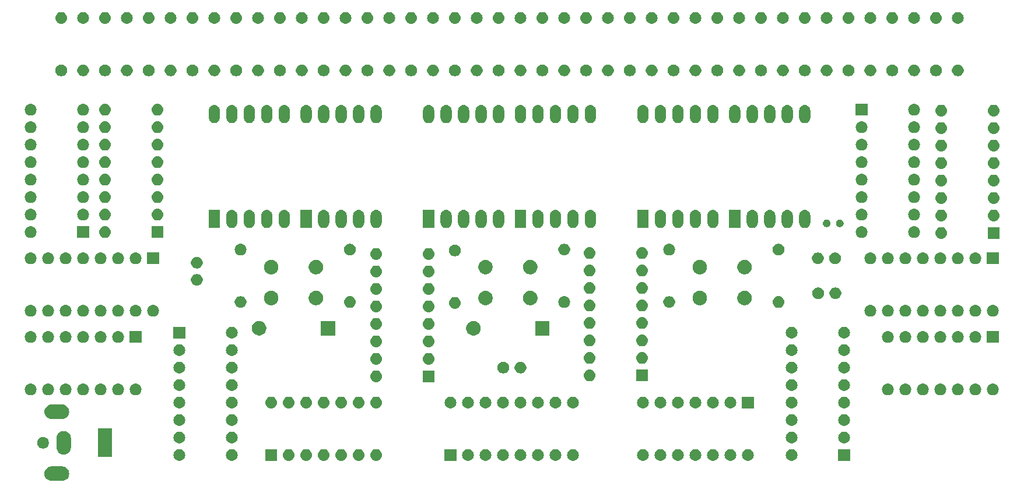
<source format=gbs>
G04 #@! TF.GenerationSoftware,KiCad,Pcbnew,(5.1.2-1)-1*
G04 #@! TF.CreationDate,2019-06-19T18:54:32-07:00*
G04 #@! TF.ProjectId,clock,636c6f63-6b2e-46b6-9963-61645f706362,v01*
G04 #@! TF.SameCoordinates,Original*
G04 #@! TF.FileFunction,Soldermask,Bot*
G04 #@! TF.FilePolarity,Negative*
%FSLAX46Y46*%
G04 Gerber Fmt 4.6, Leading zero omitted, Abs format (unit mm)*
G04 Created by KiCad (PCBNEW (5.1.2-1)-1) date 2019-06-19 18:54:32*
%MOMM*%
%LPD*%
G04 APERTURE LIST*
%ADD10C,0.100000*%
G04 APERTURE END LIST*
D10*
G36*
X135687991Y-124368404D02*
G01*
X135886072Y-124428491D01*
X136068617Y-124526064D01*
X136228623Y-124657377D01*
X136359936Y-124817383D01*
X136457509Y-124999928D01*
X136517596Y-125198009D01*
X136537884Y-125404000D01*
X136517596Y-125609991D01*
X136457509Y-125808072D01*
X136359936Y-125990617D01*
X136228623Y-126150623D01*
X136068617Y-126281936D01*
X135886072Y-126379509D01*
X135687991Y-126439596D01*
X135533621Y-126454800D01*
X133930379Y-126454800D01*
X133776009Y-126439596D01*
X133577928Y-126379509D01*
X133395383Y-126281936D01*
X133235377Y-126150623D01*
X133104064Y-125990617D01*
X133006491Y-125808072D01*
X132946404Y-125609991D01*
X132926116Y-125404000D01*
X132946404Y-125198009D01*
X133006491Y-124999928D01*
X133104064Y-124817383D01*
X133235377Y-124657377D01*
X133395383Y-124526064D01*
X133577928Y-124428491D01*
X133776009Y-124368404D01*
X133930379Y-124353200D01*
X135533621Y-124353200D01*
X135687991Y-124368404D01*
X135687991Y-124368404D01*
G37*
G36*
X241593787Y-121843510D02*
G01*
X241754162Y-121892160D01*
X241901965Y-121971162D01*
X242031517Y-122077483D01*
X242137838Y-122207035D01*
X242216840Y-122354838D01*
X242265490Y-122515213D01*
X242281916Y-122682000D01*
X242265490Y-122848787D01*
X242216840Y-123009162D01*
X242137838Y-123156965D01*
X242031517Y-123286517D01*
X241901965Y-123392838D01*
X241754162Y-123471840D01*
X241593787Y-123520490D01*
X241468794Y-123532800D01*
X241385206Y-123532800D01*
X241260213Y-123520490D01*
X241099838Y-123471840D01*
X240952035Y-123392838D01*
X240822483Y-123286517D01*
X240716162Y-123156965D01*
X240637160Y-123009162D01*
X240588510Y-122848787D01*
X240572084Y-122682000D01*
X240588510Y-122515213D01*
X240637160Y-122354838D01*
X240716162Y-122207035D01*
X240822483Y-122077483D01*
X240952035Y-121971162D01*
X241099838Y-121892160D01*
X241260213Y-121843510D01*
X241385206Y-121831200D01*
X241468794Y-121831200D01*
X241593787Y-121843510D01*
X241593787Y-121843510D01*
G37*
G36*
X235243787Y-121843510D02*
G01*
X235404162Y-121892160D01*
X235551965Y-121971162D01*
X235681517Y-122077483D01*
X235787838Y-122207035D01*
X235866840Y-122354838D01*
X235915490Y-122515213D01*
X235931916Y-122682000D01*
X235915490Y-122848787D01*
X235866840Y-123009162D01*
X235787838Y-123156965D01*
X235681517Y-123286517D01*
X235551965Y-123392838D01*
X235404162Y-123471840D01*
X235243787Y-123520490D01*
X235118794Y-123532800D01*
X235035206Y-123532800D01*
X234910213Y-123520490D01*
X234749838Y-123471840D01*
X234602035Y-123392838D01*
X234472483Y-123286517D01*
X234366162Y-123156965D01*
X234287160Y-123009162D01*
X234238510Y-122848787D01*
X234222084Y-122682000D01*
X234238510Y-122515213D01*
X234287160Y-122354838D01*
X234366162Y-122207035D01*
X234472483Y-122077483D01*
X234602035Y-121971162D01*
X234749838Y-121892160D01*
X234910213Y-121843510D01*
X235035206Y-121831200D01*
X235118794Y-121831200D01*
X235243787Y-121843510D01*
X235243787Y-121843510D01*
G37*
G36*
X232703787Y-121843510D02*
G01*
X232864162Y-121892160D01*
X233011965Y-121971162D01*
X233141517Y-122077483D01*
X233247838Y-122207035D01*
X233326840Y-122354838D01*
X233375490Y-122515213D01*
X233391916Y-122682000D01*
X233375490Y-122848787D01*
X233326840Y-123009162D01*
X233247838Y-123156965D01*
X233141517Y-123286517D01*
X233011965Y-123392838D01*
X232864162Y-123471840D01*
X232703787Y-123520490D01*
X232578794Y-123532800D01*
X232495206Y-123532800D01*
X232370213Y-123520490D01*
X232209838Y-123471840D01*
X232062035Y-123392838D01*
X231932483Y-123286517D01*
X231826162Y-123156965D01*
X231747160Y-123009162D01*
X231698510Y-122848787D01*
X231682084Y-122682000D01*
X231698510Y-122515213D01*
X231747160Y-122354838D01*
X231826162Y-122207035D01*
X231932483Y-122077483D01*
X232062035Y-121971162D01*
X232209838Y-121892160D01*
X232370213Y-121843510D01*
X232495206Y-121831200D01*
X232578794Y-121831200D01*
X232703787Y-121843510D01*
X232703787Y-121843510D01*
G37*
G36*
X230163787Y-121843510D02*
G01*
X230324162Y-121892160D01*
X230471965Y-121971162D01*
X230601517Y-122077483D01*
X230707838Y-122207035D01*
X230786840Y-122354838D01*
X230835490Y-122515213D01*
X230851916Y-122682000D01*
X230835490Y-122848787D01*
X230786840Y-123009162D01*
X230707838Y-123156965D01*
X230601517Y-123286517D01*
X230471965Y-123392838D01*
X230324162Y-123471840D01*
X230163787Y-123520490D01*
X230038794Y-123532800D01*
X229955206Y-123532800D01*
X229830213Y-123520490D01*
X229669838Y-123471840D01*
X229522035Y-123392838D01*
X229392483Y-123286517D01*
X229286162Y-123156965D01*
X229207160Y-123009162D01*
X229158510Y-122848787D01*
X229142084Y-122682000D01*
X229158510Y-122515213D01*
X229207160Y-122354838D01*
X229286162Y-122207035D01*
X229392483Y-122077483D01*
X229522035Y-121971162D01*
X229669838Y-121892160D01*
X229830213Y-121843510D01*
X229955206Y-121831200D01*
X230038794Y-121831200D01*
X230163787Y-121843510D01*
X230163787Y-121843510D01*
G37*
G36*
X227623787Y-121843510D02*
G01*
X227784162Y-121892160D01*
X227931965Y-121971162D01*
X228061517Y-122077483D01*
X228167838Y-122207035D01*
X228246840Y-122354838D01*
X228295490Y-122515213D01*
X228311916Y-122682000D01*
X228295490Y-122848787D01*
X228246840Y-123009162D01*
X228167838Y-123156965D01*
X228061517Y-123286517D01*
X227931965Y-123392838D01*
X227784162Y-123471840D01*
X227623787Y-123520490D01*
X227498794Y-123532800D01*
X227415206Y-123532800D01*
X227290213Y-123520490D01*
X227129838Y-123471840D01*
X226982035Y-123392838D01*
X226852483Y-123286517D01*
X226746162Y-123156965D01*
X226667160Y-123009162D01*
X226618510Y-122848787D01*
X226602084Y-122682000D01*
X226618510Y-122515213D01*
X226667160Y-122354838D01*
X226746162Y-122207035D01*
X226852483Y-122077483D01*
X226982035Y-121971162D01*
X227129838Y-121892160D01*
X227290213Y-121843510D01*
X227415206Y-121831200D01*
X227498794Y-121831200D01*
X227623787Y-121843510D01*
X227623787Y-121843510D01*
G37*
G36*
X225083787Y-121843510D02*
G01*
X225244162Y-121892160D01*
X225391965Y-121971162D01*
X225521517Y-122077483D01*
X225627838Y-122207035D01*
X225706840Y-122354838D01*
X225755490Y-122515213D01*
X225771916Y-122682000D01*
X225755490Y-122848787D01*
X225706840Y-123009162D01*
X225627838Y-123156965D01*
X225521517Y-123286517D01*
X225391965Y-123392838D01*
X225244162Y-123471840D01*
X225083787Y-123520490D01*
X224958794Y-123532800D01*
X224875206Y-123532800D01*
X224750213Y-123520490D01*
X224589838Y-123471840D01*
X224442035Y-123392838D01*
X224312483Y-123286517D01*
X224206162Y-123156965D01*
X224127160Y-123009162D01*
X224078510Y-122848787D01*
X224062084Y-122682000D01*
X224078510Y-122515213D01*
X224127160Y-122354838D01*
X224206162Y-122207035D01*
X224312483Y-122077483D01*
X224442035Y-121971162D01*
X224589838Y-121892160D01*
X224750213Y-121843510D01*
X224875206Y-121831200D01*
X224958794Y-121831200D01*
X225083787Y-121843510D01*
X225083787Y-121843510D01*
G37*
G36*
X222543787Y-121843510D02*
G01*
X222704162Y-121892160D01*
X222851965Y-121971162D01*
X222981517Y-122077483D01*
X223087838Y-122207035D01*
X223166840Y-122354838D01*
X223215490Y-122515213D01*
X223231916Y-122682000D01*
X223215490Y-122848787D01*
X223166840Y-123009162D01*
X223087838Y-123156965D01*
X222981517Y-123286517D01*
X222851965Y-123392838D01*
X222704162Y-123471840D01*
X222543787Y-123520490D01*
X222418794Y-123532800D01*
X222335206Y-123532800D01*
X222210213Y-123520490D01*
X222049838Y-123471840D01*
X221902035Y-123392838D01*
X221772483Y-123286517D01*
X221666162Y-123156965D01*
X221587160Y-123009162D01*
X221538510Y-122848787D01*
X221522084Y-122682000D01*
X221538510Y-122515213D01*
X221587160Y-122354838D01*
X221666162Y-122207035D01*
X221772483Y-122077483D01*
X221902035Y-121971162D01*
X222049838Y-121892160D01*
X222210213Y-121843510D01*
X222335206Y-121831200D01*
X222418794Y-121831200D01*
X222543787Y-121843510D01*
X222543787Y-121843510D01*
G37*
G36*
X220003787Y-121843510D02*
G01*
X220164162Y-121892160D01*
X220311965Y-121971162D01*
X220441517Y-122077483D01*
X220547838Y-122207035D01*
X220626840Y-122354838D01*
X220675490Y-122515213D01*
X220691916Y-122682000D01*
X220675490Y-122848787D01*
X220626840Y-123009162D01*
X220547838Y-123156965D01*
X220441517Y-123286517D01*
X220311965Y-123392838D01*
X220164162Y-123471840D01*
X220003787Y-123520490D01*
X219878794Y-123532800D01*
X219795206Y-123532800D01*
X219670213Y-123520490D01*
X219509838Y-123471840D01*
X219362035Y-123392838D01*
X219232483Y-123286517D01*
X219126162Y-123156965D01*
X219047160Y-123009162D01*
X218998510Y-122848787D01*
X218982084Y-122682000D01*
X218998510Y-122515213D01*
X219047160Y-122354838D01*
X219126162Y-122207035D01*
X219232483Y-122077483D01*
X219362035Y-121971162D01*
X219509838Y-121892160D01*
X219670213Y-121843510D01*
X219795206Y-121831200D01*
X219878794Y-121831200D01*
X220003787Y-121843510D01*
X220003787Y-121843510D01*
G37*
G36*
X209843787Y-121843510D02*
G01*
X210004162Y-121892160D01*
X210151965Y-121971162D01*
X210281517Y-122077483D01*
X210387838Y-122207035D01*
X210466840Y-122354838D01*
X210515490Y-122515213D01*
X210531916Y-122682000D01*
X210515490Y-122848787D01*
X210466840Y-123009162D01*
X210387838Y-123156965D01*
X210281517Y-123286517D01*
X210151965Y-123392838D01*
X210004162Y-123471840D01*
X209843787Y-123520490D01*
X209718794Y-123532800D01*
X209635206Y-123532800D01*
X209510213Y-123520490D01*
X209349838Y-123471840D01*
X209202035Y-123392838D01*
X209072483Y-123286517D01*
X208966162Y-123156965D01*
X208887160Y-123009162D01*
X208838510Y-122848787D01*
X208822084Y-122682000D01*
X208838510Y-122515213D01*
X208887160Y-122354838D01*
X208966162Y-122207035D01*
X209072483Y-122077483D01*
X209202035Y-121971162D01*
X209349838Y-121892160D01*
X209510213Y-121843510D01*
X209635206Y-121831200D01*
X209718794Y-121831200D01*
X209843787Y-121843510D01*
X209843787Y-121843510D01*
G37*
G36*
X207303787Y-121843510D02*
G01*
X207464162Y-121892160D01*
X207611965Y-121971162D01*
X207741517Y-122077483D01*
X207847838Y-122207035D01*
X207926840Y-122354838D01*
X207975490Y-122515213D01*
X207991916Y-122682000D01*
X207975490Y-122848787D01*
X207926840Y-123009162D01*
X207847838Y-123156965D01*
X207741517Y-123286517D01*
X207611965Y-123392838D01*
X207464162Y-123471840D01*
X207303787Y-123520490D01*
X207178794Y-123532800D01*
X207095206Y-123532800D01*
X206970213Y-123520490D01*
X206809838Y-123471840D01*
X206662035Y-123392838D01*
X206532483Y-123286517D01*
X206426162Y-123156965D01*
X206347160Y-123009162D01*
X206298510Y-122848787D01*
X206282084Y-122682000D01*
X206298510Y-122515213D01*
X206347160Y-122354838D01*
X206426162Y-122207035D01*
X206532483Y-122077483D01*
X206662035Y-121971162D01*
X206809838Y-121892160D01*
X206970213Y-121843510D01*
X207095206Y-121831200D01*
X207178794Y-121831200D01*
X207303787Y-121843510D01*
X207303787Y-121843510D01*
G37*
G36*
X204763787Y-121843510D02*
G01*
X204924162Y-121892160D01*
X205071965Y-121971162D01*
X205201517Y-122077483D01*
X205307838Y-122207035D01*
X205386840Y-122354838D01*
X205435490Y-122515213D01*
X205451916Y-122682000D01*
X205435490Y-122848787D01*
X205386840Y-123009162D01*
X205307838Y-123156965D01*
X205201517Y-123286517D01*
X205071965Y-123392838D01*
X204924162Y-123471840D01*
X204763787Y-123520490D01*
X204638794Y-123532800D01*
X204555206Y-123532800D01*
X204430213Y-123520490D01*
X204269838Y-123471840D01*
X204122035Y-123392838D01*
X203992483Y-123286517D01*
X203886162Y-123156965D01*
X203807160Y-123009162D01*
X203758510Y-122848787D01*
X203742084Y-122682000D01*
X203758510Y-122515213D01*
X203807160Y-122354838D01*
X203886162Y-122207035D01*
X203992483Y-122077483D01*
X204122035Y-121971162D01*
X204269838Y-121892160D01*
X204430213Y-121843510D01*
X204555206Y-121831200D01*
X204638794Y-121831200D01*
X204763787Y-121843510D01*
X204763787Y-121843510D01*
G37*
G36*
X202223787Y-121843510D02*
G01*
X202384162Y-121892160D01*
X202531965Y-121971162D01*
X202661517Y-122077483D01*
X202767838Y-122207035D01*
X202846840Y-122354838D01*
X202895490Y-122515213D01*
X202911916Y-122682000D01*
X202895490Y-122848787D01*
X202846840Y-123009162D01*
X202767838Y-123156965D01*
X202661517Y-123286517D01*
X202531965Y-123392838D01*
X202384162Y-123471840D01*
X202223787Y-123520490D01*
X202098794Y-123532800D01*
X202015206Y-123532800D01*
X201890213Y-123520490D01*
X201729838Y-123471840D01*
X201582035Y-123392838D01*
X201452483Y-123286517D01*
X201346162Y-123156965D01*
X201267160Y-123009162D01*
X201218510Y-122848787D01*
X201202084Y-122682000D01*
X201218510Y-122515213D01*
X201267160Y-122354838D01*
X201346162Y-122207035D01*
X201452483Y-122077483D01*
X201582035Y-121971162D01*
X201729838Y-121892160D01*
X201890213Y-121843510D01*
X202015206Y-121831200D01*
X202098794Y-121831200D01*
X202223787Y-121843510D01*
X202223787Y-121843510D01*
G37*
G36*
X199683787Y-121843510D02*
G01*
X199844162Y-121892160D01*
X199991965Y-121971162D01*
X200121517Y-122077483D01*
X200227838Y-122207035D01*
X200306840Y-122354838D01*
X200355490Y-122515213D01*
X200371916Y-122682000D01*
X200355490Y-122848787D01*
X200306840Y-123009162D01*
X200227838Y-123156965D01*
X200121517Y-123286517D01*
X199991965Y-123392838D01*
X199844162Y-123471840D01*
X199683787Y-123520490D01*
X199558794Y-123532800D01*
X199475206Y-123532800D01*
X199350213Y-123520490D01*
X199189838Y-123471840D01*
X199042035Y-123392838D01*
X198912483Y-123286517D01*
X198806162Y-123156965D01*
X198727160Y-123009162D01*
X198678510Y-122848787D01*
X198662084Y-122682000D01*
X198678510Y-122515213D01*
X198727160Y-122354838D01*
X198806162Y-122207035D01*
X198912483Y-122077483D01*
X199042035Y-121971162D01*
X199189838Y-121892160D01*
X199350213Y-121843510D01*
X199475206Y-121831200D01*
X199558794Y-121831200D01*
X199683787Y-121843510D01*
X199683787Y-121843510D01*
G37*
G36*
X197143787Y-121843510D02*
G01*
X197304162Y-121892160D01*
X197451965Y-121971162D01*
X197581517Y-122077483D01*
X197687838Y-122207035D01*
X197766840Y-122354838D01*
X197815490Y-122515213D01*
X197831916Y-122682000D01*
X197815490Y-122848787D01*
X197766840Y-123009162D01*
X197687838Y-123156965D01*
X197581517Y-123286517D01*
X197451965Y-123392838D01*
X197304162Y-123471840D01*
X197143787Y-123520490D01*
X197018794Y-123532800D01*
X196935206Y-123532800D01*
X196810213Y-123520490D01*
X196649838Y-123471840D01*
X196502035Y-123392838D01*
X196372483Y-123286517D01*
X196266162Y-123156965D01*
X196187160Y-123009162D01*
X196138510Y-122848787D01*
X196122084Y-122682000D01*
X196138510Y-122515213D01*
X196187160Y-122354838D01*
X196266162Y-122207035D01*
X196372483Y-122077483D01*
X196502035Y-121971162D01*
X196649838Y-121892160D01*
X196810213Y-121843510D01*
X196935206Y-121831200D01*
X197018794Y-121831200D01*
X197143787Y-121843510D01*
X197143787Y-121843510D01*
G37*
G36*
X194603787Y-121843510D02*
G01*
X194764162Y-121892160D01*
X194911965Y-121971162D01*
X195041517Y-122077483D01*
X195147838Y-122207035D01*
X195226840Y-122354838D01*
X195275490Y-122515213D01*
X195291916Y-122682000D01*
X195275490Y-122848787D01*
X195226840Y-123009162D01*
X195147838Y-123156965D01*
X195041517Y-123286517D01*
X194911965Y-123392838D01*
X194764162Y-123471840D01*
X194603787Y-123520490D01*
X194478794Y-123532800D01*
X194395206Y-123532800D01*
X194270213Y-123520490D01*
X194109838Y-123471840D01*
X193962035Y-123392838D01*
X193832483Y-123286517D01*
X193726162Y-123156965D01*
X193647160Y-123009162D01*
X193598510Y-122848787D01*
X193582084Y-122682000D01*
X193598510Y-122515213D01*
X193647160Y-122354838D01*
X193726162Y-122207035D01*
X193832483Y-122077483D01*
X193962035Y-121971162D01*
X194109838Y-121892160D01*
X194270213Y-121843510D01*
X194395206Y-121831200D01*
X194478794Y-121831200D01*
X194603787Y-121843510D01*
X194603787Y-121843510D01*
G37*
G36*
X192747800Y-123532800D02*
G01*
X191046200Y-123532800D01*
X191046200Y-121831200D01*
X192747800Y-121831200D01*
X192747800Y-123532800D01*
X192747800Y-123532800D01*
G37*
G36*
X181268787Y-121843510D02*
G01*
X181429162Y-121892160D01*
X181576965Y-121971162D01*
X181706517Y-122077483D01*
X181812838Y-122207035D01*
X181891840Y-122354838D01*
X181940490Y-122515213D01*
X181956916Y-122682000D01*
X181940490Y-122848787D01*
X181891840Y-123009162D01*
X181812838Y-123156965D01*
X181706517Y-123286517D01*
X181576965Y-123392838D01*
X181429162Y-123471840D01*
X181268787Y-123520490D01*
X181143794Y-123532800D01*
X181060206Y-123532800D01*
X180935213Y-123520490D01*
X180774838Y-123471840D01*
X180627035Y-123392838D01*
X180497483Y-123286517D01*
X180391162Y-123156965D01*
X180312160Y-123009162D01*
X180263510Y-122848787D01*
X180247084Y-122682000D01*
X180263510Y-122515213D01*
X180312160Y-122354838D01*
X180391162Y-122207035D01*
X180497483Y-122077483D01*
X180627035Y-121971162D01*
X180774838Y-121892160D01*
X180935213Y-121843510D01*
X181060206Y-121831200D01*
X181143794Y-121831200D01*
X181268787Y-121843510D01*
X181268787Y-121843510D01*
G37*
G36*
X178728787Y-121843510D02*
G01*
X178889162Y-121892160D01*
X179036965Y-121971162D01*
X179166517Y-122077483D01*
X179272838Y-122207035D01*
X179351840Y-122354838D01*
X179400490Y-122515213D01*
X179416916Y-122682000D01*
X179400490Y-122848787D01*
X179351840Y-123009162D01*
X179272838Y-123156965D01*
X179166517Y-123286517D01*
X179036965Y-123392838D01*
X178889162Y-123471840D01*
X178728787Y-123520490D01*
X178603794Y-123532800D01*
X178520206Y-123532800D01*
X178395213Y-123520490D01*
X178234838Y-123471840D01*
X178087035Y-123392838D01*
X177957483Y-123286517D01*
X177851162Y-123156965D01*
X177772160Y-123009162D01*
X177723510Y-122848787D01*
X177707084Y-122682000D01*
X177723510Y-122515213D01*
X177772160Y-122354838D01*
X177851162Y-122207035D01*
X177957483Y-122077483D01*
X178087035Y-121971162D01*
X178234838Y-121892160D01*
X178395213Y-121843510D01*
X178520206Y-121831200D01*
X178603794Y-121831200D01*
X178728787Y-121843510D01*
X178728787Y-121843510D01*
G37*
G36*
X176188787Y-121843510D02*
G01*
X176349162Y-121892160D01*
X176496965Y-121971162D01*
X176626517Y-122077483D01*
X176732838Y-122207035D01*
X176811840Y-122354838D01*
X176860490Y-122515213D01*
X176876916Y-122682000D01*
X176860490Y-122848787D01*
X176811840Y-123009162D01*
X176732838Y-123156965D01*
X176626517Y-123286517D01*
X176496965Y-123392838D01*
X176349162Y-123471840D01*
X176188787Y-123520490D01*
X176063794Y-123532800D01*
X175980206Y-123532800D01*
X175855213Y-123520490D01*
X175694838Y-123471840D01*
X175547035Y-123392838D01*
X175417483Y-123286517D01*
X175311162Y-123156965D01*
X175232160Y-123009162D01*
X175183510Y-122848787D01*
X175167084Y-122682000D01*
X175183510Y-122515213D01*
X175232160Y-122354838D01*
X175311162Y-122207035D01*
X175417483Y-122077483D01*
X175547035Y-121971162D01*
X175694838Y-121892160D01*
X175855213Y-121843510D01*
X175980206Y-121831200D01*
X176063794Y-121831200D01*
X176188787Y-121843510D01*
X176188787Y-121843510D01*
G37*
G36*
X173648787Y-121843510D02*
G01*
X173809162Y-121892160D01*
X173956965Y-121971162D01*
X174086517Y-122077483D01*
X174192838Y-122207035D01*
X174271840Y-122354838D01*
X174320490Y-122515213D01*
X174336916Y-122682000D01*
X174320490Y-122848787D01*
X174271840Y-123009162D01*
X174192838Y-123156965D01*
X174086517Y-123286517D01*
X173956965Y-123392838D01*
X173809162Y-123471840D01*
X173648787Y-123520490D01*
X173523794Y-123532800D01*
X173440206Y-123532800D01*
X173315213Y-123520490D01*
X173154838Y-123471840D01*
X173007035Y-123392838D01*
X172877483Y-123286517D01*
X172771162Y-123156965D01*
X172692160Y-123009162D01*
X172643510Y-122848787D01*
X172627084Y-122682000D01*
X172643510Y-122515213D01*
X172692160Y-122354838D01*
X172771162Y-122207035D01*
X172877483Y-122077483D01*
X173007035Y-121971162D01*
X173154838Y-121892160D01*
X173315213Y-121843510D01*
X173440206Y-121831200D01*
X173523794Y-121831200D01*
X173648787Y-121843510D01*
X173648787Y-121843510D01*
G37*
G36*
X171108787Y-121843510D02*
G01*
X171269162Y-121892160D01*
X171416965Y-121971162D01*
X171546517Y-122077483D01*
X171652838Y-122207035D01*
X171731840Y-122354838D01*
X171780490Y-122515213D01*
X171796916Y-122682000D01*
X171780490Y-122848787D01*
X171731840Y-123009162D01*
X171652838Y-123156965D01*
X171546517Y-123286517D01*
X171416965Y-123392838D01*
X171269162Y-123471840D01*
X171108787Y-123520490D01*
X170983794Y-123532800D01*
X170900206Y-123532800D01*
X170775213Y-123520490D01*
X170614838Y-123471840D01*
X170467035Y-123392838D01*
X170337483Y-123286517D01*
X170231162Y-123156965D01*
X170152160Y-123009162D01*
X170103510Y-122848787D01*
X170087084Y-122682000D01*
X170103510Y-122515213D01*
X170152160Y-122354838D01*
X170231162Y-122207035D01*
X170337483Y-122077483D01*
X170467035Y-121971162D01*
X170614838Y-121892160D01*
X170775213Y-121843510D01*
X170900206Y-121831200D01*
X170983794Y-121831200D01*
X171108787Y-121843510D01*
X171108787Y-121843510D01*
G37*
G36*
X168568787Y-121843510D02*
G01*
X168729162Y-121892160D01*
X168876965Y-121971162D01*
X169006517Y-122077483D01*
X169112838Y-122207035D01*
X169191840Y-122354838D01*
X169240490Y-122515213D01*
X169256916Y-122682000D01*
X169240490Y-122848787D01*
X169191840Y-123009162D01*
X169112838Y-123156965D01*
X169006517Y-123286517D01*
X168876965Y-123392838D01*
X168729162Y-123471840D01*
X168568787Y-123520490D01*
X168443794Y-123532800D01*
X168360206Y-123532800D01*
X168235213Y-123520490D01*
X168074838Y-123471840D01*
X167927035Y-123392838D01*
X167797483Y-123286517D01*
X167691162Y-123156965D01*
X167612160Y-123009162D01*
X167563510Y-122848787D01*
X167547084Y-122682000D01*
X167563510Y-122515213D01*
X167612160Y-122354838D01*
X167691162Y-122207035D01*
X167797483Y-122077483D01*
X167927035Y-121971162D01*
X168074838Y-121892160D01*
X168235213Y-121843510D01*
X168360206Y-121831200D01*
X168443794Y-121831200D01*
X168568787Y-121843510D01*
X168568787Y-121843510D01*
G37*
G36*
X166712800Y-123532800D02*
G01*
X165011200Y-123532800D01*
X165011200Y-121831200D01*
X166712800Y-121831200D01*
X166712800Y-123532800D01*
X166712800Y-123532800D01*
G37*
G36*
X160313787Y-121843510D02*
G01*
X160474162Y-121892160D01*
X160621965Y-121971162D01*
X160751517Y-122077483D01*
X160857838Y-122207035D01*
X160936840Y-122354838D01*
X160985490Y-122515213D01*
X161001916Y-122682000D01*
X160985490Y-122848787D01*
X160936840Y-123009162D01*
X160857838Y-123156965D01*
X160751517Y-123286517D01*
X160621965Y-123392838D01*
X160474162Y-123471840D01*
X160313787Y-123520490D01*
X160188794Y-123532800D01*
X160105206Y-123532800D01*
X159980213Y-123520490D01*
X159819838Y-123471840D01*
X159672035Y-123392838D01*
X159542483Y-123286517D01*
X159436162Y-123156965D01*
X159357160Y-123009162D01*
X159308510Y-122848787D01*
X159292084Y-122682000D01*
X159308510Y-122515213D01*
X159357160Y-122354838D01*
X159436162Y-122207035D01*
X159542483Y-122077483D01*
X159672035Y-121971162D01*
X159819838Y-121892160D01*
X159980213Y-121843510D01*
X160105206Y-121831200D01*
X160188794Y-121831200D01*
X160313787Y-121843510D01*
X160313787Y-121843510D01*
G37*
G36*
X152693787Y-121843510D02*
G01*
X152854162Y-121892160D01*
X153001965Y-121971162D01*
X153131517Y-122077483D01*
X153237838Y-122207035D01*
X153316840Y-122354838D01*
X153365490Y-122515213D01*
X153381916Y-122682000D01*
X153365490Y-122848787D01*
X153316840Y-123009162D01*
X153237838Y-123156965D01*
X153131517Y-123286517D01*
X153001965Y-123392838D01*
X152854162Y-123471840D01*
X152693787Y-123520490D01*
X152568794Y-123532800D01*
X152485206Y-123532800D01*
X152360213Y-123520490D01*
X152199838Y-123471840D01*
X152052035Y-123392838D01*
X151922483Y-123286517D01*
X151816162Y-123156965D01*
X151737160Y-123009162D01*
X151688510Y-122848787D01*
X151672084Y-122682000D01*
X151688510Y-122515213D01*
X151737160Y-122354838D01*
X151816162Y-122207035D01*
X151922483Y-122077483D01*
X152052035Y-121971162D01*
X152199838Y-121892160D01*
X152360213Y-121843510D01*
X152485206Y-121831200D01*
X152568794Y-121831200D01*
X152693787Y-121843510D01*
X152693787Y-121843510D01*
G37*
G36*
X249897800Y-123532800D02*
G01*
X248196200Y-123532800D01*
X248196200Y-121831200D01*
X249897800Y-121831200D01*
X249897800Y-123532800D01*
X249897800Y-123532800D01*
G37*
G36*
X142782800Y-122954800D02*
G01*
X140681200Y-122954800D01*
X140681200Y-118853200D01*
X142782800Y-118853200D01*
X142782800Y-122954800D01*
X142782800Y-122954800D01*
G37*
G36*
X135937991Y-119218404D02*
G01*
X136136072Y-119278491D01*
X136318617Y-119376064D01*
X136478623Y-119507377D01*
X136609936Y-119667383D01*
X136707509Y-119849928D01*
X136767596Y-120048009D01*
X136782800Y-120202379D01*
X136782800Y-121605621D01*
X136767596Y-121759991D01*
X136707509Y-121958072D01*
X136609936Y-122140617D01*
X136609935Y-122140618D01*
X136478623Y-122300623D01*
X136318618Y-122431935D01*
X136318616Y-122431936D01*
X136136071Y-122529509D01*
X135937990Y-122589596D01*
X135732000Y-122609884D01*
X135526009Y-122589596D01*
X135327928Y-122529509D01*
X135145383Y-122431936D01*
X135051439Y-122354838D01*
X134985377Y-122300623D01*
X134854065Y-122140618D01*
X134844050Y-122121882D01*
X134756491Y-121958071D01*
X134696404Y-121759990D01*
X134681200Y-121605620D01*
X134681200Y-120202379D01*
X134696404Y-120048009D01*
X134756490Y-119849930D01*
X134854066Y-119667381D01*
X134985378Y-119507377D01*
X135145384Y-119376064D01*
X135327929Y-119278491D01*
X135526010Y-119218404D01*
X135732000Y-119198116D01*
X135937991Y-119218404D01*
X135937991Y-119218404D01*
G37*
G36*
X132980169Y-120085895D02*
G01*
X133135005Y-120150031D01*
X133274354Y-120243140D01*
X133392860Y-120361646D01*
X133485969Y-120500995D01*
X133550105Y-120655831D01*
X133582800Y-120820203D01*
X133582800Y-120987797D01*
X133550105Y-121152169D01*
X133485969Y-121307005D01*
X133392860Y-121446354D01*
X133274354Y-121564860D01*
X133135005Y-121657969D01*
X132980169Y-121722105D01*
X132815797Y-121754800D01*
X132648203Y-121754800D01*
X132483831Y-121722105D01*
X132328995Y-121657969D01*
X132189646Y-121564860D01*
X132071140Y-121446354D01*
X131978031Y-121307005D01*
X131913895Y-121152169D01*
X131881200Y-120987797D01*
X131881200Y-120820203D01*
X131913895Y-120655831D01*
X131978031Y-120500995D01*
X132071140Y-120361646D01*
X132189646Y-120243140D01*
X132328995Y-120150031D01*
X132483831Y-120085895D01*
X132648203Y-120053200D01*
X132815797Y-120053200D01*
X132980169Y-120085895D01*
X132980169Y-120085895D01*
G37*
G36*
X160313787Y-119303510D02*
G01*
X160474162Y-119352160D01*
X160621965Y-119431162D01*
X160751517Y-119537483D01*
X160857838Y-119667035D01*
X160936840Y-119814838D01*
X160985490Y-119975213D01*
X161001916Y-120142000D01*
X160985490Y-120308787D01*
X160936840Y-120469162D01*
X160857838Y-120616965D01*
X160751517Y-120746517D01*
X160621965Y-120852838D01*
X160474162Y-120931840D01*
X160313787Y-120980490D01*
X160188794Y-120992800D01*
X160105206Y-120992800D01*
X159980213Y-120980490D01*
X159819838Y-120931840D01*
X159672035Y-120852838D01*
X159542483Y-120746517D01*
X159436162Y-120616965D01*
X159357160Y-120469162D01*
X159308510Y-120308787D01*
X159292084Y-120142000D01*
X159308510Y-119975213D01*
X159357160Y-119814838D01*
X159436162Y-119667035D01*
X159542483Y-119537483D01*
X159672035Y-119431162D01*
X159819838Y-119352160D01*
X159980213Y-119303510D01*
X160105206Y-119291200D01*
X160188794Y-119291200D01*
X160313787Y-119303510D01*
X160313787Y-119303510D01*
G37*
G36*
X152693787Y-119303510D02*
G01*
X152854162Y-119352160D01*
X153001965Y-119431162D01*
X153131517Y-119537483D01*
X153237838Y-119667035D01*
X153316840Y-119814838D01*
X153365490Y-119975213D01*
X153381916Y-120142000D01*
X153365490Y-120308787D01*
X153316840Y-120469162D01*
X153237838Y-120616965D01*
X153131517Y-120746517D01*
X153001965Y-120852838D01*
X152854162Y-120931840D01*
X152693787Y-120980490D01*
X152568794Y-120992800D01*
X152485206Y-120992800D01*
X152360213Y-120980490D01*
X152199838Y-120931840D01*
X152052035Y-120852838D01*
X151922483Y-120746517D01*
X151816162Y-120616965D01*
X151737160Y-120469162D01*
X151688510Y-120308787D01*
X151672084Y-120142000D01*
X151688510Y-119975213D01*
X151737160Y-119814838D01*
X151816162Y-119667035D01*
X151922483Y-119537483D01*
X152052035Y-119431162D01*
X152199838Y-119352160D01*
X152360213Y-119303510D01*
X152485206Y-119291200D01*
X152568794Y-119291200D01*
X152693787Y-119303510D01*
X152693787Y-119303510D01*
G37*
G36*
X249213787Y-119303510D02*
G01*
X249374162Y-119352160D01*
X249521965Y-119431162D01*
X249651517Y-119537483D01*
X249757838Y-119667035D01*
X249836840Y-119814838D01*
X249885490Y-119975213D01*
X249901916Y-120142000D01*
X249885490Y-120308787D01*
X249836840Y-120469162D01*
X249757838Y-120616965D01*
X249651517Y-120746517D01*
X249521965Y-120852838D01*
X249374162Y-120931840D01*
X249213787Y-120980490D01*
X249088794Y-120992800D01*
X249005206Y-120992800D01*
X248880213Y-120980490D01*
X248719838Y-120931840D01*
X248572035Y-120852838D01*
X248442483Y-120746517D01*
X248336162Y-120616965D01*
X248257160Y-120469162D01*
X248208510Y-120308787D01*
X248192084Y-120142000D01*
X248208510Y-119975213D01*
X248257160Y-119814838D01*
X248336162Y-119667035D01*
X248442483Y-119537483D01*
X248572035Y-119431162D01*
X248719838Y-119352160D01*
X248880213Y-119303510D01*
X249005206Y-119291200D01*
X249088794Y-119291200D01*
X249213787Y-119303510D01*
X249213787Y-119303510D01*
G37*
G36*
X241593787Y-119303510D02*
G01*
X241754162Y-119352160D01*
X241901965Y-119431162D01*
X242031517Y-119537483D01*
X242137838Y-119667035D01*
X242216840Y-119814838D01*
X242265490Y-119975213D01*
X242281916Y-120142000D01*
X242265490Y-120308787D01*
X242216840Y-120469162D01*
X242137838Y-120616965D01*
X242031517Y-120746517D01*
X241901965Y-120852838D01*
X241754162Y-120931840D01*
X241593787Y-120980490D01*
X241468794Y-120992800D01*
X241385206Y-120992800D01*
X241260213Y-120980490D01*
X241099838Y-120931840D01*
X240952035Y-120852838D01*
X240822483Y-120746517D01*
X240716162Y-120616965D01*
X240637160Y-120469162D01*
X240588510Y-120308787D01*
X240572084Y-120142000D01*
X240588510Y-119975213D01*
X240637160Y-119814838D01*
X240716162Y-119667035D01*
X240822483Y-119537483D01*
X240952035Y-119431162D01*
X241099838Y-119352160D01*
X241260213Y-119303510D01*
X241385206Y-119291200D01*
X241468794Y-119291200D01*
X241593787Y-119303510D01*
X241593787Y-119303510D01*
G37*
G36*
X160313787Y-116763510D02*
G01*
X160474162Y-116812160D01*
X160621965Y-116891162D01*
X160751517Y-116997483D01*
X160857838Y-117127035D01*
X160936840Y-117274838D01*
X160985490Y-117435213D01*
X161001916Y-117602000D01*
X160985490Y-117768787D01*
X160936840Y-117929162D01*
X160857838Y-118076965D01*
X160751517Y-118206517D01*
X160621965Y-118312838D01*
X160474162Y-118391840D01*
X160313787Y-118440490D01*
X160188794Y-118452800D01*
X160105206Y-118452800D01*
X159980213Y-118440490D01*
X159819838Y-118391840D01*
X159672035Y-118312838D01*
X159542483Y-118206517D01*
X159436162Y-118076965D01*
X159357160Y-117929162D01*
X159308510Y-117768787D01*
X159292084Y-117602000D01*
X159308510Y-117435213D01*
X159357160Y-117274838D01*
X159436162Y-117127035D01*
X159542483Y-116997483D01*
X159672035Y-116891162D01*
X159819838Y-116812160D01*
X159980213Y-116763510D01*
X160105206Y-116751200D01*
X160188794Y-116751200D01*
X160313787Y-116763510D01*
X160313787Y-116763510D01*
G37*
G36*
X152693787Y-116763510D02*
G01*
X152854162Y-116812160D01*
X153001965Y-116891162D01*
X153131517Y-116997483D01*
X153237838Y-117127035D01*
X153316840Y-117274838D01*
X153365490Y-117435213D01*
X153381916Y-117602000D01*
X153365490Y-117768787D01*
X153316840Y-117929162D01*
X153237838Y-118076965D01*
X153131517Y-118206517D01*
X153001965Y-118312838D01*
X152854162Y-118391840D01*
X152693787Y-118440490D01*
X152568794Y-118452800D01*
X152485206Y-118452800D01*
X152360213Y-118440490D01*
X152199838Y-118391840D01*
X152052035Y-118312838D01*
X151922483Y-118206517D01*
X151816162Y-118076965D01*
X151737160Y-117929162D01*
X151688510Y-117768787D01*
X151672084Y-117602000D01*
X151688510Y-117435213D01*
X151737160Y-117274838D01*
X151816162Y-117127035D01*
X151922483Y-116997483D01*
X152052035Y-116891162D01*
X152199838Y-116812160D01*
X152360213Y-116763510D01*
X152485206Y-116751200D01*
X152568794Y-116751200D01*
X152693787Y-116763510D01*
X152693787Y-116763510D01*
G37*
G36*
X249213787Y-116763510D02*
G01*
X249374162Y-116812160D01*
X249521965Y-116891162D01*
X249651517Y-116997483D01*
X249757838Y-117127035D01*
X249836840Y-117274838D01*
X249885490Y-117435213D01*
X249901916Y-117602000D01*
X249885490Y-117768787D01*
X249836840Y-117929162D01*
X249757838Y-118076965D01*
X249651517Y-118206517D01*
X249521965Y-118312838D01*
X249374162Y-118391840D01*
X249213787Y-118440490D01*
X249088794Y-118452800D01*
X249005206Y-118452800D01*
X248880213Y-118440490D01*
X248719838Y-118391840D01*
X248572035Y-118312838D01*
X248442483Y-118206517D01*
X248336162Y-118076965D01*
X248257160Y-117929162D01*
X248208510Y-117768787D01*
X248192084Y-117602000D01*
X248208510Y-117435213D01*
X248257160Y-117274838D01*
X248336162Y-117127035D01*
X248442483Y-116997483D01*
X248572035Y-116891162D01*
X248719838Y-116812160D01*
X248880213Y-116763510D01*
X249005206Y-116751200D01*
X249088794Y-116751200D01*
X249213787Y-116763510D01*
X249213787Y-116763510D01*
G37*
G36*
X241593787Y-116763510D02*
G01*
X241754162Y-116812160D01*
X241901965Y-116891162D01*
X242031517Y-116997483D01*
X242137838Y-117127035D01*
X242216840Y-117274838D01*
X242265490Y-117435213D01*
X242281916Y-117602000D01*
X242265490Y-117768787D01*
X242216840Y-117929162D01*
X242137838Y-118076965D01*
X242031517Y-118206517D01*
X241901965Y-118312838D01*
X241754162Y-118391840D01*
X241593787Y-118440490D01*
X241468794Y-118452800D01*
X241385206Y-118452800D01*
X241260213Y-118440490D01*
X241099838Y-118391840D01*
X240952035Y-118312838D01*
X240822483Y-118206517D01*
X240716162Y-118076965D01*
X240637160Y-117929162D01*
X240588510Y-117768787D01*
X240572084Y-117602000D01*
X240588510Y-117435213D01*
X240637160Y-117274838D01*
X240716162Y-117127035D01*
X240822483Y-116997483D01*
X240952035Y-116891162D01*
X241099838Y-116812160D01*
X241260213Y-116763510D01*
X241385206Y-116751200D01*
X241468794Y-116751200D01*
X241593787Y-116763510D01*
X241593787Y-116763510D01*
G37*
G36*
X135687991Y-115368404D02*
G01*
X135886072Y-115428491D01*
X136068617Y-115526064D01*
X136228623Y-115657377D01*
X136359936Y-115817383D01*
X136457509Y-115999928D01*
X136517596Y-116198009D01*
X136537884Y-116404000D01*
X136517596Y-116609991D01*
X136457509Y-116808072D01*
X136359936Y-116990617D01*
X136228623Y-117150623D01*
X136068617Y-117281936D01*
X135886072Y-117379509D01*
X135687991Y-117439596D01*
X135533621Y-117454800D01*
X133930379Y-117454800D01*
X133776009Y-117439596D01*
X133577928Y-117379509D01*
X133395383Y-117281936D01*
X133235377Y-117150623D01*
X133104064Y-116990617D01*
X133006491Y-116808072D01*
X132946404Y-116609991D01*
X132926116Y-116404000D01*
X132946404Y-116198009D01*
X133006491Y-115999928D01*
X133104064Y-115817383D01*
X133235377Y-115657377D01*
X133395383Y-115526064D01*
X133577928Y-115428491D01*
X133776009Y-115368404D01*
X133930379Y-115353200D01*
X135533621Y-115353200D01*
X135687991Y-115368404D01*
X135687991Y-115368404D01*
G37*
G36*
X194603787Y-114223510D02*
G01*
X194764162Y-114272160D01*
X194911965Y-114351162D01*
X195041517Y-114457483D01*
X195147838Y-114587035D01*
X195226840Y-114734838D01*
X195275490Y-114895213D01*
X195291916Y-115062000D01*
X195275490Y-115228787D01*
X195226840Y-115389162D01*
X195147838Y-115536965D01*
X195041517Y-115666517D01*
X194911965Y-115772838D01*
X194764162Y-115851840D01*
X194603787Y-115900490D01*
X194478794Y-115912800D01*
X194395206Y-115912800D01*
X194270213Y-115900490D01*
X194109838Y-115851840D01*
X193962035Y-115772838D01*
X193832483Y-115666517D01*
X193726162Y-115536965D01*
X193647160Y-115389162D01*
X193598510Y-115228787D01*
X193582084Y-115062000D01*
X193598510Y-114895213D01*
X193647160Y-114734838D01*
X193726162Y-114587035D01*
X193832483Y-114457483D01*
X193962035Y-114351162D01*
X194109838Y-114272160D01*
X194270213Y-114223510D01*
X194395206Y-114211200D01*
X194478794Y-114211200D01*
X194603787Y-114223510D01*
X194603787Y-114223510D01*
G37*
G36*
X227623787Y-114223510D02*
G01*
X227784162Y-114272160D01*
X227931965Y-114351162D01*
X228061517Y-114457483D01*
X228167838Y-114587035D01*
X228246840Y-114734838D01*
X228295490Y-114895213D01*
X228311916Y-115062000D01*
X228295490Y-115228787D01*
X228246840Y-115389162D01*
X228167838Y-115536965D01*
X228061517Y-115666517D01*
X227931965Y-115772838D01*
X227784162Y-115851840D01*
X227623787Y-115900490D01*
X227498794Y-115912800D01*
X227415206Y-115912800D01*
X227290213Y-115900490D01*
X227129838Y-115851840D01*
X226982035Y-115772838D01*
X226852483Y-115666517D01*
X226746162Y-115536965D01*
X226667160Y-115389162D01*
X226618510Y-115228787D01*
X226602084Y-115062000D01*
X226618510Y-114895213D01*
X226667160Y-114734838D01*
X226746162Y-114587035D01*
X226852483Y-114457483D01*
X226982035Y-114351162D01*
X227129838Y-114272160D01*
X227290213Y-114223510D01*
X227415206Y-114211200D01*
X227498794Y-114211200D01*
X227623787Y-114223510D01*
X227623787Y-114223510D01*
G37*
G36*
X192063787Y-114223510D02*
G01*
X192224162Y-114272160D01*
X192371965Y-114351162D01*
X192501517Y-114457483D01*
X192607838Y-114587035D01*
X192686840Y-114734838D01*
X192735490Y-114895213D01*
X192751916Y-115062000D01*
X192735490Y-115228787D01*
X192686840Y-115389162D01*
X192607838Y-115536965D01*
X192501517Y-115666517D01*
X192371965Y-115772838D01*
X192224162Y-115851840D01*
X192063787Y-115900490D01*
X191938794Y-115912800D01*
X191855206Y-115912800D01*
X191730213Y-115900490D01*
X191569838Y-115851840D01*
X191422035Y-115772838D01*
X191292483Y-115666517D01*
X191186162Y-115536965D01*
X191107160Y-115389162D01*
X191058510Y-115228787D01*
X191042084Y-115062000D01*
X191058510Y-114895213D01*
X191107160Y-114734838D01*
X191186162Y-114587035D01*
X191292483Y-114457483D01*
X191422035Y-114351162D01*
X191569838Y-114272160D01*
X191730213Y-114223510D01*
X191855206Y-114211200D01*
X191938794Y-114211200D01*
X192063787Y-114223510D01*
X192063787Y-114223510D01*
G37*
G36*
X235927800Y-115912800D02*
G01*
X234226200Y-115912800D01*
X234226200Y-114211200D01*
X235927800Y-114211200D01*
X235927800Y-115912800D01*
X235927800Y-115912800D01*
G37*
G36*
X225083787Y-114223510D02*
G01*
X225244162Y-114272160D01*
X225391965Y-114351162D01*
X225521517Y-114457483D01*
X225627838Y-114587035D01*
X225706840Y-114734838D01*
X225755490Y-114895213D01*
X225771916Y-115062000D01*
X225755490Y-115228787D01*
X225706840Y-115389162D01*
X225627838Y-115536965D01*
X225521517Y-115666517D01*
X225391965Y-115772838D01*
X225244162Y-115851840D01*
X225083787Y-115900490D01*
X224958794Y-115912800D01*
X224875206Y-115912800D01*
X224750213Y-115900490D01*
X224589838Y-115851840D01*
X224442035Y-115772838D01*
X224312483Y-115666517D01*
X224206162Y-115536965D01*
X224127160Y-115389162D01*
X224078510Y-115228787D01*
X224062084Y-115062000D01*
X224078510Y-114895213D01*
X224127160Y-114734838D01*
X224206162Y-114587035D01*
X224312483Y-114457483D01*
X224442035Y-114351162D01*
X224589838Y-114272160D01*
X224750213Y-114223510D01*
X224875206Y-114211200D01*
X224958794Y-114211200D01*
X225083787Y-114223510D01*
X225083787Y-114223510D01*
G37*
G36*
X232703787Y-114223510D02*
G01*
X232864162Y-114272160D01*
X233011965Y-114351162D01*
X233141517Y-114457483D01*
X233247838Y-114587035D01*
X233326840Y-114734838D01*
X233375490Y-114895213D01*
X233391916Y-115062000D01*
X233375490Y-115228787D01*
X233326840Y-115389162D01*
X233247838Y-115536965D01*
X233141517Y-115666517D01*
X233011965Y-115772838D01*
X232864162Y-115851840D01*
X232703787Y-115900490D01*
X232578794Y-115912800D01*
X232495206Y-115912800D01*
X232370213Y-115900490D01*
X232209838Y-115851840D01*
X232062035Y-115772838D01*
X231932483Y-115666517D01*
X231826162Y-115536965D01*
X231747160Y-115389162D01*
X231698510Y-115228787D01*
X231682084Y-115062000D01*
X231698510Y-114895213D01*
X231747160Y-114734838D01*
X231826162Y-114587035D01*
X231932483Y-114457483D01*
X232062035Y-114351162D01*
X232209838Y-114272160D01*
X232370213Y-114223510D01*
X232495206Y-114211200D01*
X232578794Y-114211200D01*
X232703787Y-114223510D01*
X232703787Y-114223510D01*
G37*
G36*
X222543787Y-114223510D02*
G01*
X222704162Y-114272160D01*
X222851965Y-114351162D01*
X222981517Y-114457483D01*
X223087838Y-114587035D01*
X223166840Y-114734838D01*
X223215490Y-114895213D01*
X223231916Y-115062000D01*
X223215490Y-115228787D01*
X223166840Y-115389162D01*
X223087838Y-115536965D01*
X222981517Y-115666517D01*
X222851965Y-115772838D01*
X222704162Y-115851840D01*
X222543787Y-115900490D01*
X222418794Y-115912800D01*
X222335206Y-115912800D01*
X222210213Y-115900490D01*
X222049838Y-115851840D01*
X221902035Y-115772838D01*
X221772483Y-115666517D01*
X221666162Y-115536965D01*
X221587160Y-115389162D01*
X221538510Y-115228787D01*
X221522084Y-115062000D01*
X221538510Y-114895213D01*
X221587160Y-114734838D01*
X221666162Y-114587035D01*
X221772483Y-114457483D01*
X221902035Y-114351162D01*
X222049838Y-114272160D01*
X222210213Y-114223510D01*
X222335206Y-114211200D01*
X222418794Y-114211200D01*
X222543787Y-114223510D01*
X222543787Y-114223510D01*
G37*
G36*
X230163787Y-114223510D02*
G01*
X230324162Y-114272160D01*
X230471965Y-114351162D01*
X230601517Y-114457483D01*
X230707838Y-114587035D01*
X230786840Y-114734838D01*
X230835490Y-114895213D01*
X230851916Y-115062000D01*
X230835490Y-115228787D01*
X230786840Y-115389162D01*
X230707838Y-115536965D01*
X230601517Y-115666517D01*
X230471965Y-115772838D01*
X230324162Y-115851840D01*
X230163787Y-115900490D01*
X230038794Y-115912800D01*
X229955206Y-115912800D01*
X229830213Y-115900490D01*
X229669838Y-115851840D01*
X229522035Y-115772838D01*
X229392483Y-115666517D01*
X229286162Y-115536965D01*
X229207160Y-115389162D01*
X229158510Y-115228787D01*
X229142084Y-115062000D01*
X229158510Y-114895213D01*
X229207160Y-114734838D01*
X229286162Y-114587035D01*
X229392483Y-114457483D01*
X229522035Y-114351162D01*
X229669838Y-114272160D01*
X229830213Y-114223510D01*
X229955206Y-114211200D01*
X230038794Y-114211200D01*
X230163787Y-114223510D01*
X230163787Y-114223510D01*
G37*
G36*
X220003787Y-114223510D02*
G01*
X220164162Y-114272160D01*
X220311965Y-114351162D01*
X220441517Y-114457483D01*
X220547838Y-114587035D01*
X220626840Y-114734838D01*
X220675490Y-114895213D01*
X220691916Y-115062000D01*
X220675490Y-115228787D01*
X220626840Y-115389162D01*
X220547838Y-115536965D01*
X220441517Y-115666517D01*
X220311965Y-115772838D01*
X220164162Y-115851840D01*
X220003787Y-115900490D01*
X219878794Y-115912800D01*
X219795206Y-115912800D01*
X219670213Y-115900490D01*
X219509838Y-115851840D01*
X219362035Y-115772838D01*
X219232483Y-115666517D01*
X219126162Y-115536965D01*
X219047160Y-115389162D01*
X218998510Y-115228787D01*
X218982084Y-115062000D01*
X218998510Y-114895213D01*
X219047160Y-114734838D01*
X219126162Y-114587035D01*
X219232483Y-114457483D01*
X219362035Y-114351162D01*
X219509838Y-114272160D01*
X219670213Y-114223510D01*
X219795206Y-114211200D01*
X219878794Y-114211200D01*
X220003787Y-114223510D01*
X220003787Y-114223510D01*
G37*
G36*
X209843787Y-114223510D02*
G01*
X210004162Y-114272160D01*
X210151965Y-114351162D01*
X210281517Y-114457483D01*
X210387838Y-114587035D01*
X210466840Y-114734838D01*
X210515490Y-114895213D01*
X210531916Y-115062000D01*
X210515490Y-115228787D01*
X210466840Y-115389162D01*
X210387838Y-115536965D01*
X210281517Y-115666517D01*
X210151965Y-115772838D01*
X210004162Y-115851840D01*
X209843787Y-115900490D01*
X209718794Y-115912800D01*
X209635206Y-115912800D01*
X209510213Y-115900490D01*
X209349838Y-115851840D01*
X209202035Y-115772838D01*
X209072483Y-115666517D01*
X208966162Y-115536965D01*
X208887160Y-115389162D01*
X208838510Y-115228787D01*
X208822084Y-115062000D01*
X208838510Y-114895213D01*
X208887160Y-114734838D01*
X208966162Y-114587035D01*
X209072483Y-114457483D01*
X209202035Y-114351162D01*
X209349838Y-114272160D01*
X209510213Y-114223510D01*
X209635206Y-114211200D01*
X209718794Y-114211200D01*
X209843787Y-114223510D01*
X209843787Y-114223510D01*
G37*
G36*
X207303787Y-114223510D02*
G01*
X207464162Y-114272160D01*
X207611965Y-114351162D01*
X207741517Y-114457483D01*
X207847838Y-114587035D01*
X207926840Y-114734838D01*
X207975490Y-114895213D01*
X207991916Y-115062000D01*
X207975490Y-115228787D01*
X207926840Y-115389162D01*
X207847838Y-115536965D01*
X207741517Y-115666517D01*
X207611965Y-115772838D01*
X207464162Y-115851840D01*
X207303787Y-115900490D01*
X207178794Y-115912800D01*
X207095206Y-115912800D01*
X206970213Y-115900490D01*
X206809838Y-115851840D01*
X206662035Y-115772838D01*
X206532483Y-115666517D01*
X206426162Y-115536965D01*
X206347160Y-115389162D01*
X206298510Y-115228787D01*
X206282084Y-115062000D01*
X206298510Y-114895213D01*
X206347160Y-114734838D01*
X206426162Y-114587035D01*
X206532483Y-114457483D01*
X206662035Y-114351162D01*
X206809838Y-114272160D01*
X206970213Y-114223510D01*
X207095206Y-114211200D01*
X207178794Y-114211200D01*
X207303787Y-114223510D01*
X207303787Y-114223510D01*
G37*
G36*
X202223787Y-114223510D02*
G01*
X202384162Y-114272160D01*
X202531965Y-114351162D01*
X202661517Y-114457483D01*
X202767838Y-114587035D01*
X202846840Y-114734838D01*
X202895490Y-114895213D01*
X202911916Y-115062000D01*
X202895490Y-115228787D01*
X202846840Y-115389162D01*
X202767838Y-115536965D01*
X202661517Y-115666517D01*
X202531965Y-115772838D01*
X202384162Y-115851840D01*
X202223787Y-115900490D01*
X202098794Y-115912800D01*
X202015206Y-115912800D01*
X201890213Y-115900490D01*
X201729838Y-115851840D01*
X201582035Y-115772838D01*
X201452483Y-115666517D01*
X201346162Y-115536965D01*
X201267160Y-115389162D01*
X201218510Y-115228787D01*
X201202084Y-115062000D01*
X201218510Y-114895213D01*
X201267160Y-114734838D01*
X201346162Y-114587035D01*
X201452483Y-114457483D01*
X201582035Y-114351162D01*
X201729838Y-114272160D01*
X201890213Y-114223510D01*
X202015206Y-114211200D01*
X202098794Y-114211200D01*
X202223787Y-114223510D01*
X202223787Y-114223510D01*
G37*
G36*
X199683787Y-114223510D02*
G01*
X199844162Y-114272160D01*
X199991965Y-114351162D01*
X200121517Y-114457483D01*
X200227838Y-114587035D01*
X200306840Y-114734838D01*
X200355490Y-114895213D01*
X200371916Y-115062000D01*
X200355490Y-115228787D01*
X200306840Y-115389162D01*
X200227838Y-115536965D01*
X200121517Y-115666517D01*
X199991965Y-115772838D01*
X199844162Y-115851840D01*
X199683787Y-115900490D01*
X199558794Y-115912800D01*
X199475206Y-115912800D01*
X199350213Y-115900490D01*
X199189838Y-115851840D01*
X199042035Y-115772838D01*
X198912483Y-115666517D01*
X198806162Y-115536965D01*
X198727160Y-115389162D01*
X198678510Y-115228787D01*
X198662084Y-115062000D01*
X198678510Y-114895213D01*
X198727160Y-114734838D01*
X198806162Y-114587035D01*
X198912483Y-114457483D01*
X199042035Y-114351162D01*
X199189838Y-114272160D01*
X199350213Y-114223510D01*
X199475206Y-114211200D01*
X199558794Y-114211200D01*
X199683787Y-114223510D01*
X199683787Y-114223510D01*
G37*
G36*
X197143787Y-114223510D02*
G01*
X197304162Y-114272160D01*
X197451965Y-114351162D01*
X197581517Y-114457483D01*
X197687838Y-114587035D01*
X197766840Y-114734838D01*
X197815490Y-114895213D01*
X197831916Y-115062000D01*
X197815490Y-115228787D01*
X197766840Y-115389162D01*
X197687838Y-115536965D01*
X197581517Y-115666517D01*
X197451965Y-115772838D01*
X197304162Y-115851840D01*
X197143787Y-115900490D01*
X197018794Y-115912800D01*
X196935206Y-115912800D01*
X196810213Y-115900490D01*
X196649838Y-115851840D01*
X196502035Y-115772838D01*
X196372483Y-115666517D01*
X196266162Y-115536965D01*
X196187160Y-115389162D01*
X196138510Y-115228787D01*
X196122084Y-115062000D01*
X196138510Y-114895213D01*
X196187160Y-114734838D01*
X196266162Y-114587035D01*
X196372483Y-114457483D01*
X196502035Y-114351162D01*
X196649838Y-114272160D01*
X196810213Y-114223510D01*
X196935206Y-114211200D01*
X197018794Y-114211200D01*
X197143787Y-114223510D01*
X197143787Y-114223510D01*
G37*
G36*
X249213787Y-114223510D02*
G01*
X249374162Y-114272160D01*
X249521965Y-114351162D01*
X249651517Y-114457483D01*
X249757838Y-114587035D01*
X249836840Y-114734838D01*
X249885490Y-114895213D01*
X249901916Y-115062000D01*
X249885490Y-115228787D01*
X249836840Y-115389162D01*
X249757838Y-115536965D01*
X249651517Y-115666517D01*
X249521965Y-115772838D01*
X249374162Y-115851840D01*
X249213787Y-115900490D01*
X249088794Y-115912800D01*
X249005206Y-115912800D01*
X248880213Y-115900490D01*
X248719838Y-115851840D01*
X248572035Y-115772838D01*
X248442483Y-115666517D01*
X248336162Y-115536965D01*
X248257160Y-115389162D01*
X248208510Y-115228787D01*
X248192084Y-115062000D01*
X248208510Y-114895213D01*
X248257160Y-114734838D01*
X248336162Y-114587035D01*
X248442483Y-114457483D01*
X248572035Y-114351162D01*
X248719838Y-114272160D01*
X248880213Y-114223510D01*
X249005206Y-114211200D01*
X249088794Y-114211200D01*
X249213787Y-114223510D01*
X249213787Y-114223510D01*
G37*
G36*
X241593787Y-114223510D02*
G01*
X241754162Y-114272160D01*
X241901965Y-114351162D01*
X242031517Y-114457483D01*
X242137838Y-114587035D01*
X242216840Y-114734838D01*
X242265490Y-114895213D01*
X242281916Y-115062000D01*
X242265490Y-115228787D01*
X242216840Y-115389162D01*
X242137838Y-115536965D01*
X242031517Y-115666517D01*
X241901965Y-115772838D01*
X241754162Y-115851840D01*
X241593787Y-115900490D01*
X241468794Y-115912800D01*
X241385206Y-115912800D01*
X241260213Y-115900490D01*
X241099838Y-115851840D01*
X240952035Y-115772838D01*
X240822483Y-115666517D01*
X240716162Y-115536965D01*
X240637160Y-115389162D01*
X240588510Y-115228787D01*
X240572084Y-115062000D01*
X240588510Y-114895213D01*
X240637160Y-114734838D01*
X240716162Y-114587035D01*
X240822483Y-114457483D01*
X240952035Y-114351162D01*
X241099838Y-114272160D01*
X241260213Y-114223510D01*
X241385206Y-114211200D01*
X241468794Y-114211200D01*
X241593787Y-114223510D01*
X241593787Y-114223510D01*
G37*
G36*
X166028787Y-114223510D02*
G01*
X166189162Y-114272160D01*
X166336965Y-114351162D01*
X166466517Y-114457483D01*
X166572838Y-114587035D01*
X166651840Y-114734838D01*
X166700490Y-114895213D01*
X166716916Y-115062000D01*
X166700490Y-115228787D01*
X166651840Y-115389162D01*
X166572838Y-115536965D01*
X166466517Y-115666517D01*
X166336965Y-115772838D01*
X166189162Y-115851840D01*
X166028787Y-115900490D01*
X165903794Y-115912800D01*
X165820206Y-115912800D01*
X165695213Y-115900490D01*
X165534838Y-115851840D01*
X165387035Y-115772838D01*
X165257483Y-115666517D01*
X165151162Y-115536965D01*
X165072160Y-115389162D01*
X165023510Y-115228787D01*
X165007084Y-115062000D01*
X165023510Y-114895213D01*
X165072160Y-114734838D01*
X165151162Y-114587035D01*
X165257483Y-114457483D01*
X165387035Y-114351162D01*
X165534838Y-114272160D01*
X165695213Y-114223510D01*
X165820206Y-114211200D01*
X165903794Y-114211200D01*
X166028787Y-114223510D01*
X166028787Y-114223510D01*
G37*
G36*
X168568787Y-114223510D02*
G01*
X168729162Y-114272160D01*
X168876965Y-114351162D01*
X169006517Y-114457483D01*
X169112838Y-114587035D01*
X169191840Y-114734838D01*
X169240490Y-114895213D01*
X169256916Y-115062000D01*
X169240490Y-115228787D01*
X169191840Y-115389162D01*
X169112838Y-115536965D01*
X169006517Y-115666517D01*
X168876965Y-115772838D01*
X168729162Y-115851840D01*
X168568787Y-115900490D01*
X168443794Y-115912800D01*
X168360206Y-115912800D01*
X168235213Y-115900490D01*
X168074838Y-115851840D01*
X167927035Y-115772838D01*
X167797483Y-115666517D01*
X167691162Y-115536965D01*
X167612160Y-115389162D01*
X167563510Y-115228787D01*
X167547084Y-115062000D01*
X167563510Y-114895213D01*
X167612160Y-114734838D01*
X167691162Y-114587035D01*
X167797483Y-114457483D01*
X167927035Y-114351162D01*
X168074838Y-114272160D01*
X168235213Y-114223510D01*
X168360206Y-114211200D01*
X168443794Y-114211200D01*
X168568787Y-114223510D01*
X168568787Y-114223510D01*
G37*
G36*
X171108787Y-114223510D02*
G01*
X171269162Y-114272160D01*
X171416965Y-114351162D01*
X171546517Y-114457483D01*
X171652838Y-114587035D01*
X171731840Y-114734838D01*
X171780490Y-114895213D01*
X171796916Y-115062000D01*
X171780490Y-115228787D01*
X171731840Y-115389162D01*
X171652838Y-115536965D01*
X171546517Y-115666517D01*
X171416965Y-115772838D01*
X171269162Y-115851840D01*
X171108787Y-115900490D01*
X170983794Y-115912800D01*
X170900206Y-115912800D01*
X170775213Y-115900490D01*
X170614838Y-115851840D01*
X170467035Y-115772838D01*
X170337483Y-115666517D01*
X170231162Y-115536965D01*
X170152160Y-115389162D01*
X170103510Y-115228787D01*
X170087084Y-115062000D01*
X170103510Y-114895213D01*
X170152160Y-114734838D01*
X170231162Y-114587035D01*
X170337483Y-114457483D01*
X170467035Y-114351162D01*
X170614838Y-114272160D01*
X170775213Y-114223510D01*
X170900206Y-114211200D01*
X170983794Y-114211200D01*
X171108787Y-114223510D01*
X171108787Y-114223510D01*
G37*
G36*
X173648787Y-114223510D02*
G01*
X173809162Y-114272160D01*
X173956965Y-114351162D01*
X174086517Y-114457483D01*
X174192838Y-114587035D01*
X174271840Y-114734838D01*
X174320490Y-114895213D01*
X174336916Y-115062000D01*
X174320490Y-115228787D01*
X174271840Y-115389162D01*
X174192838Y-115536965D01*
X174086517Y-115666517D01*
X173956965Y-115772838D01*
X173809162Y-115851840D01*
X173648787Y-115900490D01*
X173523794Y-115912800D01*
X173440206Y-115912800D01*
X173315213Y-115900490D01*
X173154838Y-115851840D01*
X173007035Y-115772838D01*
X172877483Y-115666517D01*
X172771162Y-115536965D01*
X172692160Y-115389162D01*
X172643510Y-115228787D01*
X172627084Y-115062000D01*
X172643510Y-114895213D01*
X172692160Y-114734838D01*
X172771162Y-114587035D01*
X172877483Y-114457483D01*
X173007035Y-114351162D01*
X173154838Y-114272160D01*
X173315213Y-114223510D01*
X173440206Y-114211200D01*
X173523794Y-114211200D01*
X173648787Y-114223510D01*
X173648787Y-114223510D01*
G37*
G36*
X204763787Y-114223510D02*
G01*
X204924162Y-114272160D01*
X205071965Y-114351162D01*
X205201517Y-114457483D01*
X205307838Y-114587035D01*
X205386840Y-114734838D01*
X205435490Y-114895213D01*
X205451916Y-115062000D01*
X205435490Y-115228787D01*
X205386840Y-115389162D01*
X205307838Y-115536965D01*
X205201517Y-115666517D01*
X205071965Y-115772838D01*
X204924162Y-115851840D01*
X204763787Y-115900490D01*
X204638794Y-115912800D01*
X204555206Y-115912800D01*
X204430213Y-115900490D01*
X204269838Y-115851840D01*
X204122035Y-115772838D01*
X203992483Y-115666517D01*
X203886162Y-115536965D01*
X203807160Y-115389162D01*
X203758510Y-115228787D01*
X203742084Y-115062000D01*
X203758510Y-114895213D01*
X203807160Y-114734838D01*
X203886162Y-114587035D01*
X203992483Y-114457483D01*
X204122035Y-114351162D01*
X204269838Y-114272160D01*
X204430213Y-114223510D01*
X204555206Y-114211200D01*
X204638794Y-114211200D01*
X204763787Y-114223510D01*
X204763787Y-114223510D01*
G37*
G36*
X176188787Y-114223510D02*
G01*
X176349162Y-114272160D01*
X176496965Y-114351162D01*
X176626517Y-114457483D01*
X176732838Y-114587035D01*
X176811840Y-114734838D01*
X176860490Y-114895213D01*
X176876916Y-115062000D01*
X176860490Y-115228787D01*
X176811840Y-115389162D01*
X176732838Y-115536965D01*
X176626517Y-115666517D01*
X176496965Y-115772838D01*
X176349162Y-115851840D01*
X176188787Y-115900490D01*
X176063794Y-115912800D01*
X175980206Y-115912800D01*
X175855213Y-115900490D01*
X175694838Y-115851840D01*
X175547035Y-115772838D01*
X175417483Y-115666517D01*
X175311162Y-115536965D01*
X175232160Y-115389162D01*
X175183510Y-115228787D01*
X175167084Y-115062000D01*
X175183510Y-114895213D01*
X175232160Y-114734838D01*
X175311162Y-114587035D01*
X175417483Y-114457483D01*
X175547035Y-114351162D01*
X175694838Y-114272160D01*
X175855213Y-114223510D01*
X175980206Y-114211200D01*
X176063794Y-114211200D01*
X176188787Y-114223510D01*
X176188787Y-114223510D01*
G37*
G36*
X178728787Y-114223510D02*
G01*
X178889162Y-114272160D01*
X179036965Y-114351162D01*
X179166517Y-114457483D01*
X179272838Y-114587035D01*
X179351840Y-114734838D01*
X179400490Y-114895213D01*
X179416916Y-115062000D01*
X179400490Y-115228787D01*
X179351840Y-115389162D01*
X179272838Y-115536965D01*
X179166517Y-115666517D01*
X179036965Y-115772838D01*
X178889162Y-115851840D01*
X178728787Y-115900490D01*
X178603794Y-115912800D01*
X178520206Y-115912800D01*
X178395213Y-115900490D01*
X178234838Y-115851840D01*
X178087035Y-115772838D01*
X177957483Y-115666517D01*
X177851162Y-115536965D01*
X177772160Y-115389162D01*
X177723510Y-115228787D01*
X177707084Y-115062000D01*
X177723510Y-114895213D01*
X177772160Y-114734838D01*
X177851162Y-114587035D01*
X177957483Y-114457483D01*
X178087035Y-114351162D01*
X178234838Y-114272160D01*
X178395213Y-114223510D01*
X178520206Y-114211200D01*
X178603794Y-114211200D01*
X178728787Y-114223510D01*
X178728787Y-114223510D01*
G37*
G36*
X181268787Y-114223510D02*
G01*
X181429162Y-114272160D01*
X181576965Y-114351162D01*
X181706517Y-114457483D01*
X181812838Y-114587035D01*
X181891840Y-114734838D01*
X181940490Y-114895213D01*
X181956916Y-115062000D01*
X181940490Y-115228787D01*
X181891840Y-115389162D01*
X181812838Y-115536965D01*
X181706517Y-115666517D01*
X181576965Y-115772838D01*
X181429162Y-115851840D01*
X181268787Y-115900490D01*
X181143794Y-115912800D01*
X181060206Y-115912800D01*
X180935213Y-115900490D01*
X180774838Y-115851840D01*
X180627035Y-115772838D01*
X180497483Y-115666517D01*
X180391162Y-115536965D01*
X180312160Y-115389162D01*
X180263510Y-115228787D01*
X180247084Y-115062000D01*
X180263510Y-114895213D01*
X180312160Y-114734838D01*
X180391162Y-114587035D01*
X180497483Y-114457483D01*
X180627035Y-114351162D01*
X180774838Y-114272160D01*
X180935213Y-114223510D01*
X181060206Y-114211200D01*
X181143794Y-114211200D01*
X181268787Y-114223510D01*
X181268787Y-114223510D01*
G37*
G36*
X152693787Y-114223510D02*
G01*
X152854162Y-114272160D01*
X153001965Y-114351162D01*
X153131517Y-114457483D01*
X153237838Y-114587035D01*
X153316840Y-114734838D01*
X153365490Y-114895213D01*
X153381916Y-115062000D01*
X153365490Y-115228787D01*
X153316840Y-115389162D01*
X153237838Y-115536965D01*
X153131517Y-115666517D01*
X153001965Y-115772838D01*
X152854162Y-115851840D01*
X152693787Y-115900490D01*
X152568794Y-115912800D01*
X152485206Y-115912800D01*
X152360213Y-115900490D01*
X152199838Y-115851840D01*
X152052035Y-115772838D01*
X151922483Y-115666517D01*
X151816162Y-115536965D01*
X151737160Y-115389162D01*
X151688510Y-115228787D01*
X151672084Y-115062000D01*
X151688510Y-114895213D01*
X151737160Y-114734838D01*
X151816162Y-114587035D01*
X151922483Y-114457483D01*
X152052035Y-114351162D01*
X152199838Y-114272160D01*
X152360213Y-114223510D01*
X152485206Y-114211200D01*
X152568794Y-114211200D01*
X152693787Y-114223510D01*
X152693787Y-114223510D01*
G37*
G36*
X160313787Y-114223510D02*
G01*
X160474162Y-114272160D01*
X160621965Y-114351162D01*
X160751517Y-114457483D01*
X160857838Y-114587035D01*
X160936840Y-114734838D01*
X160985490Y-114895213D01*
X161001916Y-115062000D01*
X160985490Y-115228787D01*
X160936840Y-115389162D01*
X160857838Y-115536965D01*
X160751517Y-115666517D01*
X160621965Y-115772838D01*
X160474162Y-115851840D01*
X160313787Y-115900490D01*
X160188794Y-115912800D01*
X160105206Y-115912800D01*
X159980213Y-115900490D01*
X159819838Y-115851840D01*
X159672035Y-115772838D01*
X159542483Y-115666517D01*
X159436162Y-115536965D01*
X159357160Y-115389162D01*
X159308510Y-115228787D01*
X159292084Y-115062000D01*
X159308510Y-114895213D01*
X159357160Y-114734838D01*
X159436162Y-114587035D01*
X159542483Y-114457483D01*
X159672035Y-114351162D01*
X159819838Y-114272160D01*
X159980213Y-114223510D01*
X160105206Y-114211200D01*
X160188794Y-114211200D01*
X160313787Y-114223510D01*
X160313787Y-114223510D01*
G37*
G36*
X136183787Y-112318510D02*
G01*
X136344162Y-112367160D01*
X136491965Y-112446162D01*
X136621517Y-112552483D01*
X136727838Y-112682035D01*
X136806840Y-112829838D01*
X136855490Y-112990213D01*
X136871916Y-113157000D01*
X136855490Y-113323787D01*
X136806840Y-113484162D01*
X136727838Y-113631965D01*
X136621517Y-113761517D01*
X136491965Y-113867838D01*
X136344162Y-113946840D01*
X136183787Y-113995490D01*
X136058794Y-114007800D01*
X135975206Y-114007800D01*
X135850213Y-113995490D01*
X135689838Y-113946840D01*
X135542035Y-113867838D01*
X135412483Y-113761517D01*
X135306162Y-113631965D01*
X135227160Y-113484162D01*
X135178510Y-113323787D01*
X135162084Y-113157000D01*
X135178510Y-112990213D01*
X135227160Y-112829838D01*
X135306162Y-112682035D01*
X135412483Y-112552483D01*
X135542035Y-112446162D01*
X135689838Y-112367160D01*
X135850213Y-112318510D01*
X135975206Y-112306200D01*
X136058794Y-112306200D01*
X136183787Y-112318510D01*
X136183787Y-112318510D01*
G37*
G36*
X263183787Y-112318510D02*
G01*
X263344162Y-112367160D01*
X263491965Y-112446162D01*
X263621517Y-112552483D01*
X263727838Y-112682035D01*
X263806840Y-112829838D01*
X263855490Y-112990213D01*
X263871916Y-113157000D01*
X263855490Y-113323787D01*
X263806840Y-113484162D01*
X263727838Y-113631965D01*
X263621517Y-113761517D01*
X263491965Y-113867838D01*
X263344162Y-113946840D01*
X263183787Y-113995490D01*
X263058794Y-114007800D01*
X262975206Y-114007800D01*
X262850213Y-113995490D01*
X262689838Y-113946840D01*
X262542035Y-113867838D01*
X262412483Y-113761517D01*
X262306162Y-113631965D01*
X262227160Y-113484162D01*
X262178510Y-113323787D01*
X262162084Y-113157000D01*
X262178510Y-112990213D01*
X262227160Y-112829838D01*
X262306162Y-112682035D01*
X262412483Y-112552483D01*
X262542035Y-112446162D01*
X262689838Y-112367160D01*
X262850213Y-112318510D01*
X262975206Y-112306200D01*
X263058794Y-112306200D01*
X263183787Y-112318510D01*
X263183787Y-112318510D01*
G37*
G36*
X255563787Y-112318510D02*
G01*
X255724162Y-112367160D01*
X255871965Y-112446162D01*
X256001517Y-112552483D01*
X256107838Y-112682035D01*
X256186840Y-112829838D01*
X256235490Y-112990213D01*
X256251916Y-113157000D01*
X256235490Y-113323787D01*
X256186840Y-113484162D01*
X256107838Y-113631965D01*
X256001517Y-113761517D01*
X255871965Y-113867838D01*
X255724162Y-113946840D01*
X255563787Y-113995490D01*
X255438794Y-114007800D01*
X255355206Y-114007800D01*
X255230213Y-113995490D01*
X255069838Y-113946840D01*
X254922035Y-113867838D01*
X254792483Y-113761517D01*
X254686162Y-113631965D01*
X254607160Y-113484162D01*
X254558510Y-113323787D01*
X254542084Y-113157000D01*
X254558510Y-112990213D01*
X254607160Y-112829838D01*
X254686162Y-112682035D01*
X254792483Y-112552483D01*
X254922035Y-112446162D01*
X255069838Y-112367160D01*
X255230213Y-112318510D01*
X255355206Y-112306200D01*
X255438794Y-112306200D01*
X255563787Y-112318510D01*
X255563787Y-112318510D01*
G37*
G36*
X138723787Y-112318510D02*
G01*
X138884162Y-112367160D01*
X139031965Y-112446162D01*
X139161517Y-112552483D01*
X139267838Y-112682035D01*
X139346840Y-112829838D01*
X139395490Y-112990213D01*
X139411916Y-113157000D01*
X139395490Y-113323787D01*
X139346840Y-113484162D01*
X139267838Y-113631965D01*
X139161517Y-113761517D01*
X139031965Y-113867838D01*
X138884162Y-113946840D01*
X138723787Y-113995490D01*
X138598794Y-114007800D01*
X138515206Y-114007800D01*
X138390213Y-113995490D01*
X138229838Y-113946840D01*
X138082035Y-113867838D01*
X137952483Y-113761517D01*
X137846162Y-113631965D01*
X137767160Y-113484162D01*
X137718510Y-113323787D01*
X137702084Y-113157000D01*
X137718510Y-112990213D01*
X137767160Y-112829838D01*
X137846162Y-112682035D01*
X137952483Y-112552483D01*
X138082035Y-112446162D01*
X138229838Y-112367160D01*
X138390213Y-112318510D01*
X138515206Y-112306200D01*
X138598794Y-112306200D01*
X138723787Y-112318510D01*
X138723787Y-112318510D01*
G37*
G36*
X258103787Y-112318510D02*
G01*
X258264162Y-112367160D01*
X258411965Y-112446162D01*
X258541517Y-112552483D01*
X258647838Y-112682035D01*
X258726840Y-112829838D01*
X258775490Y-112990213D01*
X258791916Y-113157000D01*
X258775490Y-113323787D01*
X258726840Y-113484162D01*
X258647838Y-113631965D01*
X258541517Y-113761517D01*
X258411965Y-113867838D01*
X258264162Y-113946840D01*
X258103787Y-113995490D01*
X257978794Y-114007800D01*
X257895206Y-114007800D01*
X257770213Y-113995490D01*
X257609838Y-113946840D01*
X257462035Y-113867838D01*
X257332483Y-113761517D01*
X257226162Y-113631965D01*
X257147160Y-113484162D01*
X257098510Y-113323787D01*
X257082084Y-113157000D01*
X257098510Y-112990213D01*
X257147160Y-112829838D01*
X257226162Y-112682035D01*
X257332483Y-112552483D01*
X257462035Y-112446162D01*
X257609838Y-112367160D01*
X257770213Y-112318510D01*
X257895206Y-112306200D01*
X257978794Y-112306200D01*
X258103787Y-112318510D01*
X258103787Y-112318510D01*
G37*
G36*
X141263787Y-112318510D02*
G01*
X141424162Y-112367160D01*
X141571965Y-112446162D01*
X141701517Y-112552483D01*
X141807838Y-112682035D01*
X141886840Y-112829838D01*
X141935490Y-112990213D01*
X141951916Y-113157000D01*
X141935490Y-113323787D01*
X141886840Y-113484162D01*
X141807838Y-113631965D01*
X141701517Y-113761517D01*
X141571965Y-113867838D01*
X141424162Y-113946840D01*
X141263787Y-113995490D01*
X141138794Y-114007800D01*
X141055206Y-114007800D01*
X140930213Y-113995490D01*
X140769838Y-113946840D01*
X140622035Y-113867838D01*
X140492483Y-113761517D01*
X140386162Y-113631965D01*
X140307160Y-113484162D01*
X140258510Y-113323787D01*
X140242084Y-113157000D01*
X140258510Y-112990213D01*
X140307160Y-112829838D01*
X140386162Y-112682035D01*
X140492483Y-112552483D01*
X140622035Y-112446162D01*
X140769838Y-112367160D01*
X140930213Y-112318510D01*
X141055206Y-112306200D01*
X141138794Y-112306200D01*
X141263787Y-112318510D01*
X141263787Y-112318510D01*
G37*
G36*
X260643787Y-112318510D02*
G01*
X260804162Y-112367160D01*
X260951965Y-112446162D01*
X261081517Y-112552483D01*
X261187838Y-112682035D01*
X261266840Y-112829838D01*
X261315490Y-112990213D01*
X261331916Y-113157000D01*
X261315490Y-113323787D01*
X261266840Y-113484162D01*
X261187838Y-113631965D01*
X261081517Y-113761517D01*
X260951965Y-113867838D01*
X260804162Y-113946840D01*
X260643787Y-113995490D01*
X260518794Y-114007800D01*
X260435206Y-114007800D01*
X260310213Y-113995490D01*
X260149838Y-113946840D01*
X260002035Y-113867838D01*
X259872483Y-113761517D01*
X259766162Y-113631965D01*
X259687160Y-113484162D01*
X259638510Y-113323787D01*
X259622084Y-113157000D01*
X259638510Y-112990213D01*
X259687160Y-112829838D01*
X259766162Y-112682035D01*
X259872483Y-112552483D01*
X260002035Y-112446162D01*
X260149838Y-112367160D01*
X260310213Y-112318510D01*
X260435206Y-112306200D01*
X260518794Y-112306200D01*
X260643787Y-112318510D01*
X260643787Y-112318510D01*
G37*
G36*
X143803787Y-112318510D02*
G01*
X143964162Y-112367160D01*
X144111965Y-112446162D01*
X144241517Y-112552483D01*
X144347838Y-112682035D01*
X144426840Y-112829838D01*
X144475490Y-112990213D01*
X144491916Y-113157000D01*
X144475490Y-113323787D01*
X144426840Y-113484162D01*
X144347838Y-113631965D01*
X144241517Y-113761517D01*
X144111965Y-113867838D01*
X143964162Y-113946840D01*
X143803787Y-113995490D01*
X143678794Y-114007800D01*
X143595206Y-114007800D01*
X143470213Y-113995490D01*
X143309838Y-113946840D01*
X143162035Y-113867838D01*
X143032483Y-113761517D01*
X142926162Y-113631965D01*
X142847160Y-113484162D01*
X142798510Y-113323787D01*
X142782084Y-113157000D01*
X142798510Y-112990213D01*
X142847160Y-112829838D01*
X142926162Y-112682035D01*
X143032483Y-112552483D01*
X143162035Y-112446162D01*
X143309838Y-112367160D01*
X143470213Y-112318510D01*
X143595206Y-112306200D01*
X143678794Y-112306200D01*
X143803787Y-112318510D01*
X143803787Y-112318510D01*
G37*
G36*
X131103787Y-112318510D02*
G01*
X131264162Y-112367160D01*
X131411965Y-112446162D01*
X131541517Y-112552483D01*
X131647838Y-112682035D01*
X131726840Y-112829838D01*
X131775490Y-112990213D01*
X131791916Y-113157000D01*
X131775490Y-113323787D01*
X131726840Y-113484162D01*
X131647838Y-113631965D01*
X131541517Y-113761517D01*
X131411965Y-113867838D01*
X131264162Y-113946840D01*
X131103787Y-113995490D01*
X130978794Y-114007800D01*
X130895206Y-114007800D01*
X130770213Y-113995490D01*
X130609838Y-113946840D01*
X130462035Y-113867838D01*
X130332483Y-113761517D01*
X130226162Y-113631965D01*
X130147160Y-113484162D01*
X130098510Y-113323787D01*
X130082084Y-113157000D01*
X130098510Y-112990213D01*
X130147160Y-112829838D01*
X130226162Y-112682035D01*
X130332483Y-112552483D01*
X130462035Y-112446162D01*
X130609838Y-112367160D01*
X130770213Y-112318510D01*
X130895206Y-112306200D01*
X130978794Y-112306200D01*
X131103787Y-112318510D01*
X131103787Y-112318510D01*
G37*
G36*
X146343787Y-112318510D02*
G01*
X146504162Y-112367160D01*
X146651965Y-112446162D01*
X146781517Y-112552483D01*
X146887838Y-112682035D01*
X146966840Y-112829838D01*
X147015490Y-112990213D01*
X147031916Y-113157000D01*
X147015490Y-113323787D01*
X146966840Y-113484162D01*
X146887838Y-113631965D01*
X146781517Y-113761517D01*
X146651965Y-113867838D01*
X146504162Y-113946840D01*
X146343787Y-113995490D01*
X146218794Y-114007800D01*
X146135206Y-114007800D01*
X146010213Y-113995490D01*
X145849838Y-113946840D01*
X145702035Y-113867838D01*
X145572483Y-113761517D01*
X145466162Y-113631965D01*
X145387160Y-113484162D01*
X145338510Y-113323787D01*
X145322084Y-113157000D01*
X145338510Y-112990213D01*
X145387160Y-112829838D01*
X145466162Y-112682035D01*
X145572483Y-112552483D01*
X145702035Y-112446162D01*
X145849838Y-112367160D01*
X146010213Y-112318510D01*
X146135206Y-112306200D01*
X146218794Y-112306200D01*
X146343787Y-112318510D01*
X146343787Y-112318510D01*
G37*
G36*
X270803787Y-112318510D02*
G01*
X270964162Y-112367160D01*
X271111965Y-112446162D01*
X271241517Y-112552483D01*
X271347838Y-112682035D01*
X271426840Y-112829838D01*
X271475490Y-112990213D01*
X271491916Y-113157000D01*
X271475490Y-113323787D01*
X271426840Y-113484162D01*
X271347838Y-113631965D01*
X271241517Y-113761517D01*
X271111965Y-113867838D01*
X270964162Y-113946840D01*
X270803787Y-113995490D01*
X270678794Y-114007800D01*
X270595206Y-114007800D01*
X270470213Y-113995490D01*
X270309838Y-113946840D01*
X270162035Y-113867838D01*
X270032483Y-113761517D01*
X269926162Y-113631965D01*
X269847160Y-113484162D01*
X269798510Y-113323787D01*
X269782084Y-113157000D01*
X269798510Y-112990213D01*
X269847160Y-112829838D01*
X269926162Y-112682035D01*
X270032483Y-112552483D01*
X270162035Y-112446162D01*
X270309838Y-112367160D01*
X270470213Y-112318510D01*
X270595206Y-112306200D01*
X270678794Y-112306200D01*
X270803787Y-112318510D01*
X270803787Y-112318510D01*
G37*
G36*
X268263787Y-112318510D02*
G01*
X268424162Y-112367160D01*
X268571965Y-112446162D01*
X268701517Y-112552483D01*
X268807838Y-112682035D01*
X268886840Y-112829838D01*
X268935490Y-112990213D01*
X268951916Y-113157000D01*
X268935490Y-113323787D01*
X268886840Y-113484162D01*
X268807838Y-113631965D01*
X268701517Y-113761517D01*
X268571965Y-113867838D01*
X268424162Y-113946840D01*
X268263787Y-113995490D01*
X268138794Y-114007800D01*
X268055206Y-114007800D01*
X267930213Y-113995490D01*
X267769838Y-113946840D01*
X267622035Y-113867838D01*
X267492483Y-113761517D01*
X267386162Y-113631965D01*
X267307160Y-113484162D01*
X267258510Y-113323787D01*
X267242084Y-113157000D01*
X267258510Y-112990213D01*
X267307160Y-112829838D01*
X267386162Y-112682035D01*
X267492483Y-112552483D01*
X267622035Y-112446162D01*
X267769838Y-112367160D01*
X267930213Y-112318510D01*
X268055206Y-112306200D01*
X268138794Y-112306200D01*
X268263787Y-112318510D01*
X268263787Y-112318510D01*
G37*
G36*
X265723787Y-112318510D02*
G01*
X265884162Y-112367160D01*
X266031965Y-112446162D01*
X266161517Y-112552483D01*
X266267838Y-112682035D01*
X266346840Y-112829838D01*
X266395490Y-112990213D01*
X266411916Y-113157000D01*
X266395490Y-113323787D01*
X266346840Y-113484162D01*
X266267838Y-113631965D01*
X266161517Y-113761517D01*
X266031965Y-113867838D01*
X265884162Y-113946840D01*
X265723787Y-113995490D01*
X265598794Y-114007800D01*
X265515206Y-114007800D01*
X265390213Y-113995490D01*
X265229838Y-113946840D01*
X265082035Y-113867838D01*
X264952483Y-113761517D01*
X264846162Y-113631965D01*
X264767160Y-113484162D01*
X264718510Y-113323787D01*
X264702084Y-113157000D01*
X264718510Y-112990213D01*
X264767160Y-112829838D01*
X264846162Y-112682035D01*
X264952483Y-112552483D01*
X265082035Y-112446162D01*
X265229838Y-112367160D01*
X265390213Y-112318510D01*
X265515206Y-112306200D01*
X265598794Y-112306200D01*
X265723787Y-112318510D01*
X265723787Y-112318510D01*
G37*
G36*
X133643787Y-112318510D02*
G01*
X133804162Y-112367160D01*
X133951965Y-112446162D01*
X134081517Y-112552483D01*
X134187838Y-112682035D01*
X134266840Y-112829838D01*
X134315490Y-112990213D01*
X134331916Y-113157000D01*
X134315490Y-113323787D01*
X134266840Y-113484162D01*
X134187838Y-113631965D01*
X134081517Y-113761517D01*
X133951965Y-113867838D01*
X133804162Y-113946840D01*
X133643787Y-113995490D01*
X133518794Y-114007800D01*
X133435206Y-114007800D01*
X133310213Y-113995490D01*
X133149838Y-113946840D01*
X133002035Y-113867838D01*
X132872483Y-113761517D01*
X132766162Y-113631965D01*
X132687160Y-113484162D01*
X132638510Y-113323787D01*
X132622084Y-113157000D01*
X132638510Y-112990213D01*
X132687160Y-112829838D01*
X132766162Y-112682035D01*
X132872483Y-112552483D01*
X133002035Y-112446162D01*
X133149838Y-112367160D01*
X133310213Y-112318510D01*
X133435206Y-112306200D01*
X133518794Y-112306200D01*
X133643787Y-112318510D01*
X133643787Y-112318510D01*
G37*
G36*
X241593787Y-111683510D02*
G01*
X241754162Y-111732160D01*
X241901965Y-111811162D01*
X242031517Y-111917483D01*
X242137838Y-112047035D01*
X242216840Y-112194838D01*
X242265490Y-112355213D01*
X242281916Y-112522000D01*
X242265490Y-112688787D01*
X242216840Y-112849162D01*
X242137838Y-112996965D01*
X242031517Y-113126517D01*
X241901965Y-113232838D01*
X241754162Y-113311840D01*
X241593787Y-113360490D01*
X241468794Y-113372800D01*
X241385206Y-113372800D01*
X241260213Y-113360490D01*
X241099838Y-113311840D01*
X240952035Y-113232838D01*
X240822483Y-113126517D01*
X240716162Y-112996965D01*
X240637160Y-112849162D01*
X240588510Y-112688787D01*
X240572084Y-112522000D01*
X240588510Y-112355213D01*
X240637160Y-112194838D01*
X240716162Y-112047035D01*
X240822483Y-111917483D01*
X240952035Y-111811162D01*
X241099838Y-111732160D01*
X241260213Y-111683510D01*
X241385206Y-111671200D01*
X241468794Y-111671200D01*
X241593787Y-111683510D01*
X241593787Y-111683510D01*
G37*
G36*
X249213787Y-111683510D02*
G01*
X249374162Y-111732160D01*
X249521965Y-111811162D01*
X249651517Y-111917483D01*
X249757838Y-112047035D01*
X249836840Y-112194838D01*
X249885490Y-112355213D01*
X249901916Y-112522000D01*
X249885490Y-112688787D01*
X249836840Y-112849162D01*
X249757838Y-112996965D01*
X249651517Y-113126517D01*
X249521965Y-113232838D01*
X249374162Y-113311840D01*
X249213787Y-113360490D01*
X249088794Y-113372800D01*
X249005206Y-113372800D01*
X248880213Y-113360490D01*
X248719838Y-113311840D01*
X248572035Y-113232838D01*
X248442483Y-113126517D01*
X248336162Y-112996965D01*
X248257160Y-112849162D01*
X248208510Y-112688787D01*
X248192084Y-112522000D01*
X248208510Y-112355213D01*
X248257160Y-112194838D01*
X248336162Y-112047035D01*
X248442483Y-111917483D01*
X248572035Y-111811162D01*
X248719838Y-111732160D01*
X248880213Y-111683510D01*
X249005206Y-111671200D01*
X249088794Y-111671200D01*
X249213787Y-111683510D01*
X249213787Y-111683510D01*
G37*
G36*
X160313787Y-111683510D02*
G01*
X160474162Y-111732160D01*
X160621965Y-111811162D01*
X160751517Y-111917483D01*
X160857838Y-112047035D01*
X160936840Y-112194838D01*
X160985490Y-112355213D01*
X161001916Y-112522000D01*
X160985490Y-112688787D01*
X160936840Y-112849162D01*
X160857838Y-112996965D01*
X160751517Y-113126517D01*
X160621965Y-113232838D01*
X160474162Y-113311840D01*
X160313787Y-113360490D01*
X160188794Y-113372800D01*
X160105206Y-113372800D01*
X159980213Y-113360490D01*
X159819838Y-113311840D01*
X159672035Y-113232838D01*
X159542483Y-113126517D01*
X159436162Y-112996965D01*
X159357160Y-112849162D01*
X159308510Y-112688787D01*
X159292084Y-112522000D01*
X159308510Y-112355213D01*
X159357160Y-112194838D01*
X159436162Y-112047035D01*
X159542483Y-111917483D01*
X159672035Y-111811162D01*
X159819838Y-111732160D01*
X159980213Y-111683510D01*
X160105206Y-111671200D01*
X160188794Y-111671200D01*
X160313787Y-111683510D01*
X160313787Y-111683510D01*
G37*
G36*
X152693787Y-111683510D02*
G01*
X152854162Y-111732160D01*
X153001965Y-111811162D01*
X153131517Y-111917483D01*
X153237838Y-112047035D01*
X153316840Y-112194838D01*
X153365490Y-112355213D01*
X153381916Y-112522000D01*
X153365490Y-112688787D01*
X153316840Y-112849162D01*
X153237838Y-112996965D01*
X153131517Y-113126517D01*
X153001965Y-113232838D01*
X152854162Y-113311840D01*
X152693787Y-113360490D01*
X152568794Y-113372800D01*
X152485206Y-113372800D01*
X152360213Y-113360490D01*
X152199838Y-113311840D01*
X152052035Y-113232838D01*
X151922483Y-113126517D01*
X151816162Y-112996965D01*
X151737160Y-112849162D01*
X151688510Y-112688787D01*
X151672084Y-112522000D01*
X151688510Y-112355213D01*
X151737160Y-112194838D01*
X151816162Y-112047035D01*
X151922483Y-111917483D01*
X152052035Y-111811162D01*
X152199838Y-111732160D01*
X152360213Y-111683510D01*
X152485206Y-111671200D01*
X152568794Y-111671200D01*
X152693787Y-111683510D01*
X152693787Y-111683510D01*
G37*
G36*
X189572800Y-112102800D02*
G01*
X187871200Y-112102800D01*
X187871200Y-110401200D01*
X189572800Y-110401200D01*
X189572800Y-112102800D01*
X189572800Y-112102800D01*
G37*
G36*
X181268787Y-110413510D02*
G01*
X181429162Y-110462160D01*
X181576965Y-110541162D01*
X181706517Y-110647483D01*
X181812838Y-110777035D01*
X181891840Y-110924838D01*
X181940490Y-111085213D01*
X181956916Y-111252000D01*
X181940490Y-111418787D01*
X181891840Y-111579162D01*
X181812838Y-111726965D01*
X181706517Y-111856517D01*
X181576965Y-111962838D01*
X181429162Y-112041840D01*
X181268787Y-112090490D01*
X181143794Y-112102800D01*
X181060206Y-112102800D01*
X180935213Y-112090490D01*
X180774838Y-112041840D01*
X180627035Y-111962838D01*
X180497483Y-111856517D01*
X180391162Y-111726965D01*
X180312160Y-111579162D01*
X180263510Y-111418787D01*
X180247084Y-111252000D01*
X180263510Y-111085213D01*
X180312160Y-110924838D01*
X180391162Y-110777035D01*
X180497483Y-110647483D01*
X180627035Y-110541162D01*
X180774838Y-110462160D01*
X180935213Y-110413510D01*
X181060206Y-110401200D01*
X181143794Y-110401200D01*
X181268787Y-110413510D01*
X181268787Y-110413510D01*
G37*
G36*
X220560800Y-111975800D02*
G01*
X218859200Y-111975800D01*
X218859200Y-110274200D01*
X220560800Y-110274200D01*
X220560800Y-111975800D01*
X220560800Y-111975800D01*
G37*
G36*
X212256787Y-110286510D02*
G01*
X212417162Y-110335160D01*
X212564965Y-110414162D01*
X212694517Y-110520483D01*
X212800838Y-110650035D01*
X212879840Y-110797838D01*
X212928490Y-110958213D01*
X212944916Y-111125000D01*
X212928490Y-111291787D01*
X212879840Y-111452162D01*
X212800838Y-111599965D01*
X212694517Y-111729517D01*
X212564965Y-111835838D01*
X212417162Y-111914840D01*
X212256787Y-111963490D01*
X212131794Y-111975800D01*
X212048206Y-111975800D01*
X211923213Y-111963490D01*
X211762838Y-111914840D01*
X211615035Y-111835838D01*
X211485483Y-111729517D01*
X211379162Y-111599965D01*
X211300160Y-111452162D01*
X211251510Y-111291787D01*
X211235084Y-111125000D01*
X211251510Y-110958213D01*
X211300160Y-110797838D01*
X211379162Y-110650035D01*
X211485483Y-110520483D01*
X211615035Y-110414162D01*
X211762838Y-110335160D01*
X211923213Y-110286510D01*
X212048206Y-110274200D01*
X212131794Y-110274200D01*
X212256787Y-110286510D01*
X212256787Y-110286510D01*
G37*
G36*
X199805169Y-109163895D02*
G01*
X199960005Y-109228031D01*
X200099354Y-109321140D01*
X200217860Y-109439646D01*
X200310969Y-109578995D01*
X200375105Y-109733831D01*
X200407800Y-109898203D01*
X200407800Y-110065797D01*
X200375105Y-110230169D01*
X200310969Y-110385005D01*
X200217860Y-110524354D01*
X200099354Y-110642860D01*
X199960005Y-110735969D01*
X199805169Y-110800105D01*
X199640797Y-110832800D01*
X199473203Y-110832800D01*
X199308831Y-110800105D01*
X199153995Y-110735969D01*
X199014646Y-110642860D01*
X198896140Y-110524354D01*
X198803031Y-110385005D01*
X198738895Y-110230169D01*
X198706200Y-110065797D01*
X198706200Y-109898203D01*
X198738895Y-109733831D01*
X198803031Y-109578995D01*
X198896140Y-109439646D01*
X199014646Y-109321140D01*
X199153995Y-109228031D01*
X199308831Y-109163895D01*
X199473203Y-109131200D01*
X199640797Y-109131200D01*
X199805169Y-109163895D01*
X199805169Y-109163895D01*
G37*
G36*
X249213787Y-109143510D02*
G01*
X249374162Y-109192160D01*
X249521965Y-109271162D01*
X249651517Y-109377483D01*
X249757838Y-109507035D01*
X249836840Y-109654838D01*
X249885490Y-109815213D01*
X249901916Y-109982000D01*
X249885490Y-110148787D01*
X249836840Y-110309162D01*
X249757838Y-110456965D01*
X249651517Y-110586517D01*
X249521965Y-110692838D01*
X249374162Y-110771840D01*
X249213787Y-110820490D01*
X249088794Y-110832800D01*
X249005206Y-110832800D01*
X248880213Y-110820490D01*
X248719838Y-110771840D01*
X248572035Y-110692838D01*
X248442483Y-110586517D01*
X248336162Y-110456965D01*
X248257160Y-110309162D01*
X248208510Y-110148787D01*
X248192084Y-109982000D01*
X248208510Y-109815213D01*
X248257160Y-109654838D01*
X248336162Y-109507035D01*
X248442483Y-109377483D01*
X248572035Y-109271162D01*
X248719838Y-109192160D01*
X248880213Y-109143510D01*
X249005206Y-109131200D01*
X249088794Y-109131200D01*
X249213787Y-109143510D01*
X249213787Y-109143510D01*
G37*
G36*
X241593787Y-109143510D02*
G01*
X241754162Y-109192160D01*
X241901965Y-109271162D01*
X242031517Y-109377483D01*
X242137838Y-109507035D01*
X242216840Y-109654838D01*
X242265490Y-109815213D01*
X242281916Y-109982000D01*
X242265490Y-110148787D01*
X242216840Y-110309162D01*
X242137838Y-110456965D01*
X242031517Y-110586517D01*
X241901965Y-110692838D01*
X241754162Y-110771840D01*
X241593787Y-110820490D01*
X241468794Y-110832800D01*
X241385206Y-110832800D01*
X241260213Y-110820490D01*
X241099838Y-110771840D01*
X240952035Y-110692838D01*
X240822483Y-110586517D01*
X240716162Y-110456965D01*
X240637160Y-110309162D01*
X240588510Y-110148787D01*
X240572084Y-109982000D01*
X240588510Y-109815213D01*
X240637160Y-109654838D01*
X240716162Y-109507035D01*
X240822483Y-109377483D01*
X240952035Y-109271162D01*
X241099838Y-109192160D01*
X241260213Y-109143510D01*
X241385206Y-109131200D01*
X241468794Y-109131200D01*
X241593787Y-109143510D01*
X241593787Y-109143510D01*
G37*
G36*
X202305169Y-109163895D02*
G01*
X202460005Y-109228031D01*
X202599354Y-109321140D01*
X202717860Y-109439646D01*
X202810969Y-109578995D01*
X202875105Y-109733831D01*
X202907800Y-109898203D01*
X202907800Y-110065797D01*
X202875105Y-110230169D01*
X202810969Y-110385005D01*
X202717860Y-110524354D01*
X202599354Y-110642860D01*
X202460005Y-110735969D01*
X202305169Y-110800105D01*
X202140797Y-110832800D01*
X201973203Y-110832800D01*
X201808831Y-110800105D01*
X201653995Y-110735969D01*
X201514646Y-110642860D01*
X201396140Y-110524354D01*
X201303031Y-110385005D01*
X201238895Y-110230169D01*
X201206200Y-110065797D01*
X201206200Y-109898203D01*
X201238895Y-109733831D01*
X201303031Y-109578995D01*
X201396140Y-109439646D01*
X201514646Y-109321140D01*
X201653995Y-109228031D01*
X201808831Y-109163895D01*
X201973203Y-109131200D01*
X202140797Y-109131200D01*
X202305169Y-109163895D01*
X202305169Y-109163895D01*
G37*
G36*
X160313787Y-109143510D02*
G01*
X160474162Y-109192160D01*
X160621965Y-109271162D01*
X160751517Y-109377483D01*
X160857838Y-109507035D01*
X160936840Y-109654838D01*
X160985490Y-109815213D01*
X161001916Y-109982000D01*
X160985490Y-110148787D01*
X160936840Y-110309162D01*
X160857838Y-110456965D01*
X160751517Y-110586517D01*
X160621965Y-110692838D01*
X160474162Y-110771840D01*
X160313787Y-110820490D01*
X160188794Y-110832800D01*
X160105206Y-110832800D01*
X159980213Y-110820490D01*
X159819838Y-110771840D01*
X159672035Y-110692838D01*
X159542483Y-110586517D01*
X159436162Y-110456965D01*
X159357160Y-110309162D01*
X159308510Y-110148787D01*
X159292084Y-109982000D01*
X159308510Y-109815213D01*
X159357160Y-109654838D01*
X159436162Y-109507035D01*
X159542483Y-109377483D01*
X159672035Y-109271162D01*
X159819838Y-109192160D01*
X159980213Y-109143510D01*
X160105206Y-109131200D01*
X160188794Y-109131200D01*
X160313787Y-109143510D01*
X160313787Y-109143510D01*
G37*
G36*
X152693787Y-109143510D02*
G01*
X152854162Y-109192160D01*
X153001965Y-109271162D01*
X153131517Y-109377483D01*
X153237838Y-109507035D01*
X153316840Y-109654838D01*
X153365490Y-109815213D01*
X153381916Y-109982000D01*
X153365490Y-110148787D01*
X153316840Y-110309162D01*
X153237838Y-110456965D01*
X153131517Y-110586517D01*
X153001965Y-110692838D01*
X152854162Y-110771840D01*
X152693787Y-110820490D01*
X152568794Y-110832800D01*
X152485206Y-110832800D01*
X152360213Y-110820490D01*
X152199838Y-110771840D01*
X152052035Y-110692838D01*
X151922483Y-110586517D01*
X151816162Y-110456965D01*
X151737160Y-110309162D01*
X151688510Y-110148787D01*
X151672084Y-109982000D01*
X151688510Y-109815213D01*
X151737160Y-109654838D01*
X151816162Y-109507035D01*
X151922483Y-109377483D01*
X152052035Y-109271162D01*
X152199838Y-109192160D01*
X152360213Y-109143510D01*
X152485206Y-109131200D01*
X152568794Y-109131200D01*
X152693787Y-109143510D01*
X152693787Y-109143510D01*
G37*
G36*
X181268787Y-107873510D02*
G01*
X181429162Y-107922160D01*
X181576965Y-108001162D01*
X181706517Y-108107483D01*
X181812838Y-108237035D01*
X181891840Y-108384838D01*
X181940490Y-108545213D01*
X181956916Y-108712000D01*
X181940490Y-108878787D01*
X181891840Y-109039162D01*
X181812838Y-109186965D01*
X181706517Y-109316517D01*
X181576965Y-109422838D01*
X181429162Y-109501840D01*
X181268787Y-109550490D01*
X181143794Y-109562800D01*
X181060206Y-109562800D01*
X180935213Y-109550490D01*
X180774838Y-109501840D01*
X180627035Y-109422838D01*
X180497483Y-109316517D01*
X180391162Y-109186965D01*
X180312160Y-109039162D01*
X180263510Y-108878787D01*
X180247084Y-108712000D01*
X180263510Y-108545213D01*
X180312160Y-108384838D01*
X180391162Y-108237035D01*
X180497483Y-108107483D01*
X180627035Y-108001162D01*
X180774838Y-107922160D01*
X180935213Y-107873510D01*
X181060206Y-107861200D01*
X181143794Y-107861200D01*
X181268787Y-107873510D01*
X181268787Y-107873510D01*
G37*
G36*
X188888787Y-107873510D02*
G01*
X189049162Y-107922160D01*
X189196965Y-108001162D01*
X189326517Y-108107483D01*
X189432838Y-108237035D01*
X189511840Y-108384838D01*
X189560490Y-108545213D01*
X189576916Y-108712000D01*
X189560490Y-108878787D01*
X189511840Y-109039162D01*
X189432838Y-109186965D01*
X189326517Y-109316517D01*
X189196965Y-109422838D01*
X189049162Y-109501840D01*
X188888787Y-109550490D01*
X188763794Y-109562800D01*
X188680206Y-109562800D01*
X188555213Y-109550490D01*
X188394838Y-109501840D01*
X188247035Y-109422838D01*
X188117483Y-109316517D01*
X188011162Y-109186965D01*
X187932160Y-109039162D01*
X187883510Y-108878787D01*
X187867084Y-108712000D01*
X187883510Y-108545213D01*
X187932160Y-108384838D01*
X188011162Y-108237035D01*
X188117483Y-108107483D01*
X188247035Y-108001162D01*
X188394838Y-107922160D01*
X188555213Y-107873510D01*
X188680206Y-107861200D01*
X188763794Y-107861200D01*
X188888787Y-107873510D01*
X188888787Y-107873510D01*
G37*
G36*
X219876787Y-107746510D02*
G01*
X220037162Y-107795160D01*
X220184965Y-107874162D01*
X220314517Y-107980483D01*
X220420838Y-108110035D01*
X220499840Y-108257838D01*
X220548490Y-108418213D01*
X220564916Y-108585000D01*
X220548490Y-108751787D01*
X220499840Y-108912162D01*
X220420838Y-109059965D01*
X220314517Y-109189517D01*
X220184965Y-109295838D01*
X220037162Y-109374840D01*
X219876787Y-109423490D01*
X219751794Y-109435800D01*
X219668206Y-109435800D01*
X219543213Y-109423490D01*
X219382838Y-109374840D01*
X219235035Y-109295838D01*
X219105483Y-109189517D01*
X218999162Y-109059965D01*
X218920160Y-108912162D01*
X218871510Y-108751787D01*
X218855084Y-108585000D01*
X218871510Y-108418213D01*
X218920160Y-108257838D01*
X218999162Y-108110035D01*
X219105483Y-107980483D01*
X219235035Y-107874162D01*
X219382838Y-107795160D01*
X219543213Y-107746510D01*
X219668206Y-107734200D01*
X219751794Y-107734200D01*
X219876787Y-107746510D01*
X219876787Y-107746510D01*
G37*
G36*
X212256787Y-107746510D02*
G01*
X212417162Y-107795160D01*
X212564965Y-107874162D01*
X212694517Y-107980483D01*
X212800838Y-108110035D01*
X212879840Y-108257838D01*
X212928490Y-108418213D01*
X212944916Y-108585000D01*
X212928490Y-108751787D01*
X212879840Y-108912162D01*
X212800838Y-109059965D01*
X212694517Y-109189517D01*
X212564965Y-109295838D01*
X212417162Y-109374840D01*
X212256787Y-109423490D01*
X212131794Y-109435800D01*
X212048206Y-109435800D01*
X211923213Y-109423490D01*
X211762838Y-109374840D01*
X211615035Y-109295838D01*
X211485483Y-109189517D01*
X211379162Y-109059965D01*
X211300160Y-108912162D01*
X211251510Y-108751787D01*
X211235084Y-108585000D01*
X211251510Y-108418213D01*
X211300160Y-108257838D01*
X211379162Y-108110035D01*
X211485483Y-107980483D01*
X211615035Y-107874162D01*
X211762838Y-107795160D01*
X211923213Y-107746510D01*
X212048206Y-107734200D01*
X212131794Y-107734200D01*
X212256787Y-107746510D01*
X212256787Y-107746510D01*
G37*
G36*
X160313787Y-106603510D02*
G01*
X160474162Y-106652160D01*
X160621965Y-106731162D01*
X160751517Y-106837483D01*
X160857838Y-106967035D01*
X160936840Y-107114838D01*
X160985490Y-107275213D01*
X161001916Y-107442000D01*
X160985490Y-107608787D01*
X160936840Y-107769162D01*
X160857838Y-107916965D01*
X160751517Y-108046517D01*
X160621965Y-108152838D01*
X160474162Y-108231840D01*
X160313787Y-108280490D01*
X160188794Y-108292800D01*
X160105206Y-108292800D01*
X159980213Y-108280490D01*
X159819838Y-108231840D01*
X159672035Y-108152838D01*
X159542483Y-108046517D01*
X159436162Y-107916965D01*
X159357160Y-107769162D01*
X159308510Y-107608787D01*
X159292084Y-107442000D01*
X159308510Y-107275213D01*
X159357160Y-107114838D01*
X159436162Y-106967035D01*
X159542483Y-106837483D01*
X159672035Y-106731162D01*
X159819838Y-106652160D01*
X159980213Y-106603510D01*
X160105206Y-106591200D01*
X160188794Y-106591200D01*
X160313787Y-106603510D01*
X160313787Y-106603510D01*
G37*
G36*
X152693787Y-106603510D02*
G01*
X152854162Y-106652160D01*
X153001965Y-106731162D01*
X153131517Y-106837483D01*
X153237838Y-106967035D01*
X153316840Y-107114838D01*
X153365490Y-107275213D01*
X153381916Y-107442000D01*
X153365490Y-107608787D01*
X153316840Y-107769162D01*
X153237838Y-107916965D01*
X153131517Y-108046517D01*
X153001965Y-108152838D01*
X152854162Y-108231840D01*
X152693787Y-108280490D01*
X152568794Y-108292800D01*
X152485206Y-108292800D01*
X152360213Y-108280490D01*
X152199838Y-108231840D01*
X152052035Y-108152838D01*
X151922483Y-108046517D01*
X151816162Y-107916965D01*
X151737160Y-107769162D01*
X151688510Y-107608787D01*
X151672084Y-107442000D01*
X151688510Y-107275213D01*
X151737160Y-107114838D01*
X151816162Y-106967035D01*
X151922483Y-106837483D01*
X152052035Y-106731162D01*
X152199838Y-106652160D01*
X152360213Y-106603510D01*
X152485206Y-106591200D01*
X152568794Y-106591200D01*
X152693787Y-106603510D01*
X152693787Y-106603510D01*
G37*
G36*
X249213787Y-106603510D02*
G01*
X249374162Y-106652160D01*
X249521965Y-106731162D01*
X249651517Y-106837483D01*
X249757838Y-106967035D01*
X249836840Y-107114838D01*
X249885490Y-107275213D01*
X249901916Y-107442000D01*
X249885490Y-107608787D01*
X249836840Y-107769162D01*
X249757838Y-107916965D01*
X249651517Y-108046517D01*
X249521965Y-108152838D01*
X249374162Y-108231840D01*
X249213787Y-108280490D01*
X249088794Y-108292800D01*
X249005206Y-108292800D01*
X248880213Y-108280490D01*
X248719838Y-108231840D01*
X248572035Y-108152838D01*
X248442483Y-108046517D01*
X248336162Y-107916965D01*
X248257160Y-107769162D01*
X248208510Y-107608787D01*
X248192084Y-107442000D01*
X248208510Y-107275213D01*
X248257160Y-107114838D01*
X248336162Y-106967035D01*
X248442483Y-106837483D01*
X248572035Y-106731162D01*
X248719838Y-106652160D01*
X248880213Y-106603510D01*
X249005206Y-106591200D01*
X249088794Y-106591200D01*
X249213787Y-106603510D01*
X249213787Y-106603510D01*
G37*
G36*
X241593787Y-106603510D02*
G01*
X241754162Y-106652160D01*
X241901965Y-106731162D01*
X242031517Y-106837483D01*
X242137838Y-106967035D01*
X242216840Y-107114838D01*
X242265490Y-107275213D01*
X242281916Y-107442000D01*
X242265490Y-107608787D01*
X242216840Y-107769162D01*
X242137838Y-107916965D01*
X242031517Y-108046517D01*
X241901965Y-108152838D01*
X241754162Y-108231840D01*
X241593787Y-108280490D01*
X241468794Y-108292800D01*
X241385206Y-108292800D01*
X241260213Y-108280490D01*
X241099838Y-108231840D01*
X240952035Y-108152838D01*
X240822483Y-108046517D01*
X240716162Y-107916965D01*
X240637160Y-107769162D01*
X240588510Y-107608787D01*
X240572084Y-107442000D01*
X240588510Y-107275213D01*
X240637160Y-107114838D01*
X240716162Y-106967035D01*
X240822483Y-106837483D01*
X240952035Y-106731162D01*
X241099838Y-106652160D01*
X241260213Y-106603510D01*
X241385206Y-106591200D01*
X241468794Y-106591200D01*
X241593787Y-106603510D01*
X241593787Y-106603510D01*
G37*
G36*
X188888787Y-105333510D02*
G01*
X189049162Y-105382160D01*
X189196965Y-105461162D01*
X189326517Y-105567483D01*
X189432838Y-105697035D01*
X189511840Y-105844838D01*
X189560490Y-106005213D01*
X189576916Y-106172000D01*
X189560490Y-106338787D01*
X189511840Y-106499162D01*
X189432838Y-106646965D01*
X189326517Y-106776517D01*
X189196965Y-106882838D01*
X189049162Y-106961840D01*
X188888787Y-107010490D01*
X188763794Y-107022800D01*
X188680206Y-107022800D01*
X188555213Y-107010490D01*
X188394838Y-106961840D01*
X188247035Y-106882838D01*
X188117483Y-106776517D01*
X188011162Y-106646965D01*
X187932160Y-106499162D01*
X187883510Y-106338787D01*
X187867084Y-106172000D01*
X187883510Y-106005213D01*
X187932160Y-105844838D01*
X188011162Y-105697035D01*
X188117483Y-105567483D01*
X188247035Y-105461162D01*
X188394838Y-105382160D01*
X188555213Y-105333510D01*
X188680206Y-105321200D01*
X188763794Y-105321200D01*
X188888787Y-105333510D01*
X188888787Y-105333510D01*
G37*
G36*
X181268787Y-105333510D02*
G01*
X181429162Y-105382160D01*
X181576965Y-105461162D01*
X181706517Y-105567483D01*
X181812838Y-105697035D01*
X181891840Y-105844838D01*
X181940490Y-106005213D01*
X181956916Y-106172000D01*
X181940490Y-106338787D01*
X181891840Y-106499162D01*
X181812838Y-106646965D01*
X181706517Y-106776517D01*
X181576965Y-106882838D01*
X181429162Y-106961840D01*
X181268787Y-107010490D01*
X181143794Y-107022800D01*
X181060206Y-107022800D01*
X180935213Y-107010490D01*
X180774838Y-106961840D01*
X180627035Y-106882838D01*
X180497483Y-106776517D01*
X180391162Y-106646965D01*
X180312160Y-106499162D01*
X180263510Y-106338787D01*
X180247084Y-106172000D01*
X180263510Y-106005213D01*
X180312160Y-105844838D01*
X180391162Y-105697035D01*
X180497483Y-105567483D01*
X180627035Y-105461162D01*
X180774838Y-105382160D01*
X180935213Y-105333510D01*
X181060206Y-105321200D01*
X181143794Y-105321200D01*
X181268787Y-105333510D01*
X181268787Y-105333510D01*
G37*
G36*
X212256787Y-105206510D02*
G01*
X212417162Y-105255160D01*
X212564965Y-105334162D01*
X212694517Y-105440483D01*
X212800838Y-105570035D01*
X212879840Y-105717838D01*
X212928490Y-105878213D01*
X212944916Y-106045000D01*
X212928490Y-106211787D01*
X212879840Y-106372162D01*
X212800838Y-106519965D01*
X212694517Y-106649517D01*
X212564965Y-106755838D01*
X212417162Y-106834840D01*
X212256787Y-106883490D01*
X212131794Y-106895800D01*
X212048206Y-106895800D01*
X211923213Y-106883490D01*
X211762838Y-106834840D01*
X211615035Y-106755838D01*
X211485483Y-106649517D01*
X211379162Y-106519965D01*
X211300160Y-106372162D01*
X211251510Y-106211787D01*
X211235084Y-106045000D01*
X211251510Y-105878213D01*
X211300160Y-105717838D01*
X211379162Y-105570035D01*
X211485483Y-105440483D01*
X211615035Y-105334162D01*
X211762838Y-105255160D01*
X211923213Y-105206510D01*
X212048206Y-105194200D01*
X212131794Y-105194200D01*
X212256787Y-105206510D01*
X212256787Y-105206510D01*
G37*
G36*
X219876787Y-105206510D02*
G01*
X220037162Y-105255160D01*
X220184965Y-105334162D01*
X220314517Y-105440483D01*
X220420838Y-105570035D01*
X220499840Y-105717838D01*
X220548490Y-105878213D01*
X220564916Y-106045000D01*
X220548490Y-106211787D01*
X220499840Y-106372162D01*
X220420838Y-106519965D01*
X220314517Y-106649517D01*
X220184965Y-106755838D01*
X220037162Y-106834840D01*
X219876787Y-106883490D01*
X219751794Y-106895800D01*
X219668206Y-106895800D01*
X219543213Y-106883490D01*
X219382838Y-106834840D01*
X219235035Y-106755838D01*
X219105483Y-106649517D01*
X218999162Y-106519965D01*
X218920160Y-106372162D01*
X218871510Y-106211787D01*
X218855084Y-106045000D01*
X218871510Y-105878213D01*
X218920160Y-105717838D01*
X218999162Y-105570035D01*
X219105483Y-105440483D01*
X219235035Y-105334162D01*
X219382838Y-105255160D01*
X219543213Y-105206510D01*
X219668206Y-105194200D01*
X219751794Y-105194200D01*
X219876787Y-105206510D01*
X219876787Y-105206510D01*
G37*
G36*
X268263787Y-104698510D02*
G01*
X268424162Y-104747160D01*
X268571965Y-104826162D01*
X268701517Y-104932483D01*
X268807838Y-105062035D01*
X268886840Y-105209838D01*
X268935490Y-105370213D01*
X268951916Y-105537000D01*
X268935490Y-105703787D01*
X268886840Y-105864162D01*
X268807838Y-106011965D01*
X268701517Y-106141517D01*
X268571965Y-106247838D01*
X268424162Y-106326840D01*
X268263787Y-106375490D01*
X268138794Y-106387800D01*
X268055206Y-106387800D01*
X267930213Y-106375490D01*
X267769838Y-106326840D01*
X267622035Y-106247838D01*
X267492483Y-106141517D01*
X267386162Y-106011965D01*
X267307160Y-105864162D01*
X267258510Y-105703787D01*
X267242084Y-105537000D01*
X267258510Y-105370213D01*
X267307160Y-105209838D01*
X267386162Y-105062035D01*
X267492483Y-104932483D01*
X267622035Y-104826162D01*
X267769838Y-104747160D01*
X267930213Y-104698510D01*
X268055206Y-104686200D01*
X268138794Y-104686200D01*
X268263787Y-104698510D01*
X268263787Y-104698510D01*
G37*
G36*
X265723787Y-104698510D02*
G01*
X265884162Y-104747160D01*
X266031965Y-104826162D01*
X266161517Y-104932483D01*
X266267838Y-105062035D01*
X266346840Y-105209838D01*
X266395490Y-105370213D01*
X266411916Y-105537000D01*
X266395490Y-105703787D01*
X266346840Y-105864162D01*
X266267838Y-106011965D01*
X266161517Y-106141517D01*
X266031965Y-106247838D01*
X265884162Y-106326840D01*
X265723787Y-106375490D01*
X265598794Y-106387800D01*
X265515206Y-106387800D01*
X265390213Y-106375490D01*
X265229838Y-106326840D01*
X265082035Y-106247838D01*
X264952483Y-106141517D01*
X264846162Y-106011965D01*
X264767160Y-105864162D01*
X264718510Y-105703787D01*
X264702084Y-105537000D01*
X264718510Y-105370213D01*
X264767160Y-105209838D01*
X264846162Y-105062035D01*
X264952483Y-104932483D01*
X265082035Y-104826162D01*
X265229838Y-104747160D01*
X265390213Y-104698510D01*
X265515206Y-104686200D01*
X265598794Y-104686200D01*
X265723787Y-104698510D01*
X265723787Y-104698510D01*
G37*
G36*
X263183787Y-104698510D02*
G01*
X263344162Y-104747160D01*
X263491965Y-104826162D01*
X263621517Y-104932483D01*
X263727838Y-105062035D01*
X263806840Y-105209838D01*
X263855490Y-105370213D01*
X263871916Y-105537000D01*
X263855490Y-105703787D01*
X263806840Y-105864162D01*
X263727838Y-106011965D01*
X263621517Y-106141517D01*
X263491965Y-106247838D01*
X263344162Y-106326840D01*
X263183787Y-106375490D01*
X263058794Y-106387800D01*
X262975206Y-106387800D01*
X262850213Y-106375490D01*
X262689838Y-106326840D01*
X262542035Y-106247838D01*
X262412483Y-106141517D01*
X262306162Y-106011965D01*
X262227160Y-105864162D01*
X262178510Y-105703787D01*
X262162084Y-105537000D01*
X262178510Y-105370213D01*
X262227160Y-105209838D01*
X262306162Y-105062035D01*
X262412483Y-104932483D01*
X262542035Y-104826162D01*
X262689838Y-104747160D01*
X262850213Y-104698510D01*
X262975206Y-104686200D01*
X263058794Y-104686200D01*
X263183787Y-104698510D01*
X263183787Y-104698510D01*
G37*
G36*
X271487800Y-106387800D02*
G01*
X269786200Y-106387800D01*
X269786200Y-104686200D01*
X271487800Y-104686200D01*
X271487800Y-106387800D01*
X271487800Y-106387800D01*
G37*
G36*
X138723787Y-104698510D02*
G01*
X138884162Y-104747160D01*
X139031965Y-104826162D01*
X139161517Y-104932483D01*
X139267838Y-105062035D01*
X139346840Y-105209838D01*
X139395490Y-105370213D01*
X139411916Y-105537000D01*
X139395490Y-105703787D01*
X139346840Y-105864162D01*
X139267838Y-106011965D01*
X139161517Y-106141517D01*
X139031965Y-106247838D01*
X138884162Y-106326840D01*
X138723787Y-106375490D01*
X138598794Y-106387800D01*
X138515206Y-106387800D01*
X138390213Y-106375490D01*
X138229838Y-106326840D01*
X138082035Y-106247838D01*
X137952483Y-106141517D01*
X137846162Y-106011965D01*
X137767160Y-105864162D01*
X137718510Y-105703787D01*
X137702084Y-105537000D01*
X137718510Y-105370213D01*
X137767160Y-105209838D01*
X137846162Y-105062035D01*
X137952483Y-104932483D01*
X138082035Y-104826162D01*
X138229838Y-104747160D01*
X138390213Y-104698510D01*
X138515206Y-104686200D01*
X138598794Y-104686200D01*
X138723787Y-104698510D01*
X138723787Y-104698510D01*
G37*
G36*
X260643787Y-104698510D02*
G01*
X260804162Y-104747160D01*
X260951965Y-104826162D01*
X261081517Y-104932483D01*
X261187838Y-105062035D01*
X261266840Y-105209838D01*
X261315490Y-105370213D01*
X261331916Y-105537000D01*
X261315490Y-105703787D01*
X261266840Y-105864162D01*
X261187838Y-106011965D01*
X261081517Y-106141517D01*
X260951965Y-106247838D01*
X260804162Y-106326840D01*
X260643787Y-106375490D01*
X260518794Y-106387800D01*
X260435206Y-106387800D01*
X260310213Y-106375490D01*
X260149838Y-106326840D01*
X260002035Y-106247838D01*
X259872483Y-106141517D01*
X259766162Y-106011965D01*
X259687160Y-105864162D01*
X259638510Y-105703787D01*
X259622084Y-105537000D01*
X259638510Y-105370213D01*
X259687160Y-105209838D01*
X259766162Y-105062035D01*
X259872483Y-104932483D01*
X260002035Y-104826162D01*
X260149838Y-104747160D01*
X260310213Y-104698510D01*
X260435206Y-104686200D01*
X260518794Y-104686200D01*
X260643787Y-104698510D01*
X260643787Y-104698510D01*
G37*
G36*
X147027800Y-106387800D02*
G01*
X145326200Y-106387800D01*
X145326200Y-104686200D01*
X147027800Y-104686200D01*
X147027800Y-106387800D01*
X147027800Y-106387800D01*
G37*
G36*
X258103787Y-104698510D02*
G01*
X258264162Y-104747160D01*
X258411965Y-104826162D01*
X258541517Y-104932483D01*
X258647838Y-105062035D01*
X258726840Y-105209838D01*
X258775490Y-105370213D01*
X258791916Y-105537000D01*
X258775490Y-105703787D01*
X258726840Y-105864162D01*
X258647838Y-106011965D01*
X258541517Y-106141517D01*
X258411965Y-106247838D01*
X258264162Y-106326840D01*
X258103787Y-106375490D01*
X257978794Y-106387800D01*
X257895206Y-106387800D01*
X257770213Y-106375490D01*
X257609838Y-106326840D01*
X257462035Y-106247838D01*
X257332483Y-106141517D01*
X257226162Y-106011965D01*
X257147160Y-105864162D01*
X257098510Y-105703787D01*
X257082084Y-105537000D01*
X257098510Y-105370213D01*
X257147160Y-105209838D01*
X257226162Y-105062035D01*
X257332483Y-104932483D01*
X257462035Y-104826162D01*
X257609838Y-104747160D01*
X257770213Y-104698510D01*
X257895206Y-104686200D01*
X257978794Y-104686200D01*
X258103787Y-104698510D01*
X258103787Y-104698510D01*
G37*
G36*
X143803787Y-104698510D02*
G01*
X143964162Y-104747160D01*
X144111965Y-104826162D01*
X144241517Y-104932483D01*
X144347838Y-105062035D01*
X144426840Y-105209838D01*
X144475490Y-105370213D01*
X144491916Y-105537000D01*
X144475490Y-105703787D01*
X144426840Y-105864162D01*
X144347838Y-106011965D01*
X144241517Y-106141517D01*
X144111965Y-106247838D01*
X143964162Y-106326840D01*
X143803787Y-106375490D01*
X143678794Y-106387800D01*
X143595206Y-106387800D01*
X143470213Y-106375490D01*
X143309838Y-106326840D01*
X143162035Y-106247838D01*
X143032483Y-106141517D01*
X142926162Y-106011965D01*
X142847160Y-105864162D01*
X142798510Y-105703787D01*
X142782084Y-105537000D01*
X142798510Y-105370213D01*
X142847160Y-105209838D01*
X142926162Y-105062035D01*
X143032483Y-104932483D01*
X143162035Y-104826162D01*
X143309838Y-104747160D01*
X143470213Y-104698510D01*
X143595206Y-104686200D01*
X143678794Y-104686200D01*
X143803787Y-104698510D01*
X143803787Y-104698510D01*
G37*
G36*
X255563787Y-104698510D02*
G01*
X255724162Y-104747160D01*
X255871965Y-104826162D01*
X256001517Y-104932483D01*
X256107838Y-105062035D01*
X256186840Y-105209838D01*
X256235490Y-105370213D01*
X256251916Y-105537000D01*
X256235490Y-105703787D01*
X256186840Y-105864162D01*
X256107838Y-106011965D01*
X256001517Y-106141517D01*
X255871965Y-106247838D01*
X255724162Y-106326840D01*
X255563787Y-106375490D01*
X255438794Y-106387800D01*
X255355206Y-106387800D01*
X255230213Y-106375490D01*
X255069838Y-106326840D01*
X254922035Y-106247838D01*
X254792483Y-106141517D01*
X254686162Y-106011965D01*
X254607160Y-105864162D01*
X254558510Y-105703787D01*
X254542084Y-105537000D01*
X254558510Y-105370213D01*
X254607160Y-105209838D01*
X254686162Y-105062035D01*
X254792483Y-104932483D01*
X254922035Y-104826162D01*
X255069838Y-104747160D01*
X255230213Y-104698510D01*
X255355206Y-104686200D01*
X255438794Y-104686200D01*
X255563787Y-104698510D01*
X255563787Y-104698510D01*
G37*
G36*
X141263787Y-104698510D02*
G01*
X141424162Y-104747160D01*
X141571965Y-104826162D01*
X141701517Y-104932483D01*
X141807838Y-105062035D01*
X141886840Y-105209838D01*
X141935490Y-105370213D01*
X141951916Y-105537000D01*
X141935490Y-105703787D01*
X141886840Y-105864162D01*
X141807838Y-106011965D01*
X141701517Y-106141517D01*
X141571965Y-106247838D01*
X141424162Y-106326840D01*
X141263787Y-106375490D01*
X141138794Y-106387800D01*
X141055206Y-106387800D01*
X140930213Y-106375490D01*
X140769838Y-106326840D01*
X140622035Y-106247838D01*
X140492483Y-106141517D01*
X140386162Y-106011965D01*
X140307160Y-105864162D01*
X140258510Y-105703787D01*
X140242084Y-105537000D01*
X140258510Y-105370213D01*
X140307160Y-105209838D01*
X140386162Y-105062035D01*
X140492483Y-104932483D01*
X140622035Y-104826162D01*
X140769838Y-104747160D01*
X140930213Y-104698510D01*
X141055206Y-104686200D01*
X141138794Y-104686200D01*
X141263787Y-104698510D01*
X141263787Y-104698510D01*
G37*
G36*
X136183787Y-104698510D02*
G01*
X136344162Y-104747160D01*
X136491965Y-104826162D01*
X136621517Y-104932483D01*
X136727838Y-105062035D01*
X136806840Y-105209838D01*
X136855490Y-105370213D01*
X136871916Y-105537000D01*
X136855490Y-105703787D01*
X136806840Y-105864162D01*
X136727838Y-106011965D01*
X136621517Y-106141517D01*
X136491965Y-106247838D01*
X136344162Y-106326840D01*
X136183787Y-106375490D01*
X136058794Y-106387800D01*
X135975206Y-106387800D01*
X135850213Y-106375490D01*
X135689838Y-106326840D01*
X135542035Y-106247838D01*
X135412483Y-106141517D01*
X135306162Y-106011965D01*
X135227160Y-105864162D01*
X135178510Y-105703787D01*
X135162084Y-105537000D01*
X135178510Y-105370213D01*
X135227160Y-105209838D01*
X135306162Y-105062035D01*
X135412483Y-104932483D01*
X135542035Y-104826162D01*
X135689838Y-104747160D01*
X135850213Y-104698510D01*
X135975206Y-104686200D01*
X136058794Y-104686200D01*
X136183787Y-104698510D01*
X136183787Y-104698510D01*
G37*
G36*
X133643787Y-104698510D02*
G01*
X133804162Y-104747160D01*
X133951965Y-104826162D01*
X134081517Y-104932483D01*
X134187838Y-105062035D01*
X134266840Y-105209838D01*
X134315490Y-105370213D01*
X134331916Y-105537000D01*
X134315490Y-105703787D01*
X134266840Y-105864162D01*
X134187838Y-106011965D01*
X134081517Y-106141517D01*
X133951965Y-106247838D01*
X133804162Y-106326840D01*
X133643787Y-106375490D01*
X133518794Y-106387800D01*
X133435206Y-106387800D01*
X133310213Y-106375490D01*
X133149838Y-106326840D01*
X133002035Y-106247838D01*
X132872483Y-106141517D01*
X132766162Y-106011965D01*
X132687160Y-105864162D01*
X132638510Y-105703787D01*
X132622084Y-105537000D01*
X132638510Y-105370213D01*
X132687160Y-105209838D01*
X132766162Y-105062035D01*
X132872483Y-104932483D01*
X133002035Y-104826162D01*
X133149838Y-104747160D01*
X133310213Y-104698510D01*
X133435206Y-104686200D01*
X133518794Y-104686200D01*
X133643787Y-104698510D01*
X133643787Y-104698510D01*
G37*
G36*
X131103787Y-104698510D02*
G01*
X131264162Y-104747160D01*
X131411965Y-104826162D01*
X131541517Y-104932483D01*
X131647838Y-105062035D01*
X131726840Y-105209838D01*
X131775490Y-105370213D01*
X131791916Y-105537000D01*
X131775490Y-105703787D01*
X131726840Y-105864162D01*
X131647838Y-106011965D01*
X131541517Y-106141517D01*
X131411965Y-106247838D01*
X131264162Y-106326840D01*
X131103787Y-106375490D01*
X130978794Y-106387800D01*
X130895206Y-106387800D01*
X130770213Y-106375490D01*
X130609838Y-106326840D01*
X130462035Y-106247838D01*
X130332483Y-106141517D01*
X130226162Y-106011965D01*
X130147160Y-105864162D01*
X130098510Y-105703787D01*
X130082084Y-105537000D01*
X130098510Y-105370213D01*
X130147160Y-105209838D01*
X130226162Y-105062035D01*
X130332483Y-104932483D01*
X130462035Y-104826162D01*
X130609838Y-104747160D01*
X130770213Y-104698510D01*
X130895206Y-104686200D01*
X130978794Y-104686200D01*
X131103787Y-104698510D01*
X131103787Y-104698510D01*
G37*
G36*
X160313787Y-104063510D02*
G01*
X160474162Y-104112160D01*
X160621965Y-104191162D01*
X160751517Y-104297483D01*
X160857838Y-104427035D01*
X160936840Y-104574838D01*
X160985490Y-104735213D01*
X161001916Y-104902000D01*
X160985490Y-105068787D01*
X160936840Y-105229162D01*
X160857838Y-105376965D01*
X160751517Y-105506517D01*
X160621965Y-105612838D01*
X160474162Y-105691840D01*
X160313787Y-105740490D01*
X160188794Y-105752800D01*
X160105206Y-105752800D01*
X159980213Y-105740490D01*
X159819838Y-105691840D01*
X159672035Y-105612838D01*
X159542483Y-105506517D01*
X159436162Y-105376965D01*
X159357160Y-105229162D01*
X159308510Y-105068787D01*
X159292084Y-104902000D01*
X159308510Y-104735213D01*
X159357160Y-104574838D01*
X159436162Y-104427035D01*
X159542483Y-104297483D01*
X159672035Y-104191162D01*
X159819838Y-104112160D01*
X159980213Y-104063510D01*
X160105206Y-104051200D01*
X160188794Y-104051200D01*
X160313787Y-104063510D01*
X160313787Y-104063510D01*
G37*
G36*
X153377800Y-105752800D02*
G01*
X151676200Y-105752800D01*
X151676200Y-104051200D01*
X153377800Y-104051200D01*
X153377800Y-105752800D01*
X153377800Y-105752800D01*
G37*
G36*
X241593787Y-104063510D02*
G01*
X241754162Y-104112160D01*
X241901965Y-104191162D01*
X242031517Y-104297483D01*
X242137838Y-104427035D01*
X242216840Y-104574838D01*
X242265490Y-104735213D01*
X242281916Y-104902000D01*
X242265490Y-105068787D01*
X242216840Y-105229162D01*
X242137838Y-105376965D01*
X242031517Y-105506517D01*
X241901965Y-105612838D01*
X241754162Y-105691840D01*
X241593787Y-105740490D01*
X241468794Y-105752800D01*
X241385206Y-105752800D01*
X241260213Y-105740490D01*
X241099838Y-105691840D01*
X240952035Y-105612838D01*
X240822483Y-105506517D01*
X240716162Y-105376965D01*
X240637160Y-105229162D01*
X240588510Y-105068787D01*
X240572084Y-104902000D01*
X240588510Y-104735213D01*
X240637160Y-104574838D01*
X240716162Y-104427035D01*
X240822483Y-104297483D01*
X240952035Y-104191162D01*
X241099838Y-104112160D01*
X241260213Y-104063510D01*
X241385206Y-104051200D01*
X241468794Y-104051200D01*
X241593787Y-104063510D01*
X241593787Y-104063510D01*
G37*
G36*
X249213787Y-104063510D02*
G01*
X249374162Y-104112160D01*
X249521965Y-104191162D01*
X249651517Y-104297483D01*
X249757838Y-104427035D01*
X249836840Y-104574838D01*
X249885490Y-104735213D01*
X249901916Y-104902000D01*
X249885490Y-105068787D01*
X249836840Y-105229162D01*
X249757838Y-105376965D01*
X249651517Y-105506517D01*
X249521965Y-105612838D01*
X249374162Y-105691840D01*
X249213787Y-105740490D01*
X249088794Y-105752800D01*
X249005206Y-105752800D01*
X248880213Y-105740490D01*
X248719838Y-105691840D01*
X248572035Y-105612838D01*
X248442483Y-105506517D01*
X248336162Y-105376965D01*
X248257160Y-105229162D01*
X248208510Y-105068787D01*
X248192084Y-104902000D01*
X248208510Y-104735213D01*
X248257160Y-104574838D01*
X248336162Y-104427035D01*
X248442483Y-104297483D01*
X248572035Y-104191162D01*
X248719838Y-104112160D01*
X248880213Y-104063510D01*
X249005206Y-104051200D01*
X249088794Y-104051200D01*
X249213787Y-104063510D01*
X249213787Y-104063510D01*
G37*
G36*
X175167800Y-105317800D02*
G01*
X173066200Y-105317800D01*
X173066200Y-103216200D01*
X175167800Y-103216200D01*
X175167800Y-105317800D01*
X175167800Y-105317800D01*
G37*
G36*
X164423506Y-103256581D02*
G01*
X164535528Y-103302982D01*
X164614740Y-103335793D01*
X164729737Y-103412632D01*
X164786845Y-103450790D01*
X164933210Y-103597155D01*
X164971368Y-103654263D01*
X165048207Y-103769260D01*
X165048207Y-103769261D01*
X165127419Y-103960494D01*
X165167800Y-104163504D01*
X165167800Y-104370496D01*
X165127419Y-104573506D01*
X165126867Y-104574838D01*
X165048207Y-104764740D01*
X165007166Y-104826162D01*
X164936125Y-104932483D01*
X164933209Y-104936846D01*
X164786846Y-105083209D01*
X164614740Y-105198207D01*
X164594692Y-105206511D01*
X164423506Y-105277419D01*
X164220496Y-105317800D01*
X164013504Y-105317800D01*
X163810494Y-105277419D01*
X163639308Y-105206511D01*
X163619260Y-105198207D01*
X163447154Y-105083209D01*
X163300791Y-104936846D01*
X163297876Y-104932483D01*
X163226834Y-104826162D01*
X163185793Y-104764740D01*
X163107133Y-104574838D01*
X163106581Y-104573506D01*
X163066200Y-104370496D01*
X163066200Y-104163504D01*
X163106581Y-103960494D01*
X163185793Y-103769261D01*
X163185793Y-103769260D01*
X163262632Y-103654263D01*
X163300790Y-103597155D01*
X163447155Y-103450790D01*
X163504263Y-103412632D01*
X163619260Y-103335793D01*
X163698472Y-103302982D01*
X163810494Y-103256581D01*
X164013504Y-103216200D01*
X164220496Y-103216200D01*
X164423506Y-103256581D01*
X164423506Y-103256581D01*
G37*
G36*
X195538506Y-103256581D02*
G01*
X195650528Y-103302982D01*
X195729740Y-103335793D01*
X195844737Y-103412632D01*
X195901845Y-103450790D01*
X196048210Y-103597155D01*
X196086368Y-103654263D01*
X196163207Y-103769260D01*
X196163207Y-103769261D01*
X196242419Y-103960494D01*
X196282800Y-104163504D01*
X196282800Y-104370496D01*
X196242419Y-104573506D01*
X196241867Y-104574838D01*
X196163207Y-104764740D01*
X196122166Y-104826162D01*
X196051125Y-104932483D01*
X196048209Y-104936846D01*
X195901846Y-105083209D01*
X195729740Y-105198207D01*
X195709692Y-105206511D01*
X195538506Y-105277419D01*
X195335496Y-105317800D01*
X195128504Y-105317800D01*
X194925494Y-105277419D01*
X194754308Y-105206511D01*
X194734260Y-105198207D01*
X194562154Y-105083209D01*
X194415791Y-104936846D01*
X194412876Y-104932483D01*
X194341834Y-104826162D01*
X194300793Y-104764740D01*
X194222133Y-104574838D01*
X194221581Y-104573506D01*
X194181200Y-104370496D01*
X194181200Y-104163504D01*
X194221581Y-103960494D01*
X194300793Y-103769261D01*
X194300793Y-103769260D01*
X194377632Y-103654263D01*
X194415790Y-103597155D01*
X194562155Y-103450790D01*
X194619263Y-103412632D01*
X194734260Y-103335793D01*
X194813472Y-103302982D01*
X194925494Y-103256581D01*
X195128504Y-103216200D01*
X195335496Y-103216200D01*
X195538506Y-103256581D01*
X195538506Y-103256581D01*
G37*
G36*
X206282800Y-105317800D02*
G01*
X204181200Y-105317800D01*
X204181200Y-103216200D01*
X206282800Y-103216200D01*
X206282800Y-105317800D01*
X206282800Y-105317800D01*
G37*
G36*
X188888787Y-102793510D02*
G01*
X189049162Y-102842160D01*
X189196965Y-102921162D01*
X189326517Y-103027483D01*
X189432838Y-103157035D01*
X189511840Y-103304838D01*
X189560490Y-103465213D01*
X189576916Y-103632000D01*
X189560490Y-103798787D01*
X189511840Y-103959162D01*
X189432838Y-104106965D01*
X189326517Y-104236517D01*
X189196965Y-104342838D01*
X189049162Y-104421840D01*
X188888787Y-104470490D01*
X188763794Y-104482800D01*
X188680206Y-104482800D01*
X188555213Y-104470490D01*
X188394838Y-104421840D01*
X188247035Y-104342838D01*
X188117483Y-104236517D01*
X188011162Y-104106965D01*
X187932160Y-103959162D01*
X187883510Y-103798787D01*
X187867084Y-103632000D01*
X187883510Y-103465213D01*
X187932160Y-103304838D01*
X188011162Y-103157035D01*
X188117483Y-103027483D01*
X188247035Y-102921162D01*
X188394838Y-102842160D01*
X188555213Y-102793510D01*
X188680206Y-102781200D01*
X188763794Y-102781200D01*
X188888787Y-102793510D01*
X188888787Y-102793510D01*
G37*
G36*
X181268787Y-102793510D02*
G01*
X181429162Y-102842160D01*
X181576965Y-102921162D01*
X181706517Y-103027483D01*
X181812838Y-103157035D01*
X181891840Y-103304838D01*
X181940490Y-103465213D01*
X181956916Y-103632000D01*
X181940490Y-103798787D01*
X181891840Y-103959162D01*
X181812838Y-104106965D01*
X181706517Y-104236517D01*
X181576965Y-104342838D01*
X181429162Y-104421840D01*
X181268787Y-104470490D01*
X181143794Y-104482800D01*
X181060206Y-104482800D01*
X180935213Y-104470490D01*
X180774838Y-104421840D01*
X180627035Y-104342838D01*
X180497483Y-104236517D01*
X180391162Y-104106965D01*
X180312160Y-103959162D01*
X180263510Y-103798787D01*
X180247084Y-103632000D01*
X180263510Y-103465213D01*
X180312160Y-103304838D01*
X180391162Y-103157035D01*
X180497483Y-103027483D01*
X180627035Y-102921162D01*
X180774838Y-102842160D01*
X180935213Y-102793510D01*
X181060206Y-102781200D01*
X181143794Y-102781200D01*
X181268787Y-102793510D01*
X181268787Y-102793510D01*
G37*
G36*
X212256787Y-102666510D02*
G01*
X212417162Y-102715160D01*
X212564965Y-102794162D01*
X212694517Y-102900483D01*
X212800838Y-103030035D01*
X212879840Y-103177838D01*
X212928490Y-103338213D01*
X212944916Y-103505000D01*
X212928490Y-103671787D01*
X212879840Y-103832162D01*
X212800838Y-103979965D01*
X212694517Y-104109517D01*
X212564965Y-104215838D01*
X212417162Y-104294840D01*
X212256787Y-104343490D01*
X212131794Y-104355800D01*
X212048206Y-104355800D01*
X211923213Y-104343490D01*
X211762838Y-104294840D01*
X211615035Y-104215838D01*
X211485483Y-104109517D01*
X211379162Y-103979965D01*
X211300160Y-103832162D01*
X211251510Y-103671787D01*
X211235084Y-103505000D01*
X211251510Y-103338213D01*
X211300160Y-103177838D01*
X211379162Y-103030035D01*
X211485483Y-102900483D01*
X211615035Y-102794162D01*
X211762838Y-102715160D01*
X211923213Y-102666510D01*
X212048206Y-102654200D01*
X212131794Y-102654200D01*
X212256787Y-102666510D01*
X212256787Y-102666510D01*
G37*
G36*
X219876787Y-102666510D02*
G01*
X220037162Y-102715160D01*
X220184965Y-102794162D01*
X220314517Y-102900483D01*
X220420838Y-103030035D01*
X220499840Y-103177838D01*
X220548490Y-103338213D01*
X220564916Y-103505000D01*
X220548490Y-103671787D01*
X220499840Y-103832162D01*
X220420838Y-103979965D01*
X220314517Y-104109517D01*
X220184965Y-104215838D01*
X220037162Y-104294840D01*
X219876787Y-104343490D01*
X219751794Y-104355800D01*
X219668206Y-104355800D01*
X219543213Y-104343490D01*
X219382838Y-104294840D01*
X219235035Y-104215838D01*
X219105483Y-104109517D01*
X218999162Y-103979965D01*
X218920160Y-103832162D01*
X218871510Y-103671787D01*
X218855084Y-103505000D01*
X218871510Y-103338213D01*
X218920160Y-103177838D01*
X218999162Y-103030035D01*
X219105483Y-102900483D01*
X219235035Y-102794162D01*
X219382838Y-102715160D01*
X219543213Y-102666510D01*
X219668206Y-102654200D01*
X219751794Y-102654200D01*
X219876787Y-102666510D01*
X219876787Y-102666510D01*
G37*
G36*
X131103787Y-100888510D02*
G01*
X131264162Y-100937160D01*
X131411965Y-101016162D01*
X131541517Y-101122483D01*
X131647838Y-101252035D01*
X131726840Y-101399838D01*
X131775490Y-101560213D01*
X131791916Y-101727000D01*
X131775490Y-101893787D01*
X131726840Y-102054162D01*
X131647838Y-102201965D01*
X131541517Y-102331517D01*
X131411965Y-102437838D01*
X131264162Y-102516840D01*
X131103787Y-102565490D01*
X130978794Y-102577800D01*
X130895206Y-102577800D01*
X130770213Y-102565490D01*
X130609838Y-102516840D01*
X130462035Y-102437838D01*
X130332483Y-102331517D01*
X130226162Y-102201965D01*
X130147160Y-102054162D01*
X130098510Y-101893787D01*
X130082084Y-101727000D01*
X130098510Y-101560213D01*
X130147160Y-101399838D01*
X130226162Y-101252035D01*
X130332483Y-101122483D01*
X130462035Y-101016162D01*
X130609838Y-100937160D01*
X130770213Y-100888510D01*
X130895206Y-100876200D01*
X130978794Y-100876200D01*
X131103787Y-100888510D01*
X131103787Y-100888510D01*
G37*
G36*
X143803787Y-100888510D02*
G01*
X143964162Y-100937160D01*
X144111965Y-101016162D01*
X144241517Y-101122483D01*
X144347838Y-101252035D01*
X144426840Y-101399838D01*
X144475490Y-101560213D01*
X144491916Y-101727000D01*
X144475490Y-101893787D01*
X144426840Y-102054162D01*
X144347838Y-102201965D01*
X144241517Y-102331517D01*
X144111965Y-102437838D01*
X143964162Y-102516840D01*
X143803787Y-102565490D01*
X143678794Y-102577800D01*
X143595206Y-102577800D01*
X143470213Y-102565490D01*
X143309838Y-102516840D01*
X143162035Y-102437838D01*
X143032483Y-102331517D01*
X142926162Y-102201965D01*
X142847160Y-102054162D01*
X142798510Y-101893787D01*
X142782084Y-101727000D01*
X142798510Y-101560213D01*
X142847160Y-101399838D01*
X142926162Y-101252035D01*
X143032483Y-101122483D01*
X143162035Y-101016162D01*
X143309838Y-100937160D01*
X143470213Y-100888510D01*
X143595206Y-100876200D01*
X143678794Y-100876200D01*
X143803787Y-100888510D01*
X143803787Y-100888510D01*
G37*
G36*
X270803787Y-100888510D02*
G01*
X270964162Y-100937160D01*
X271111965Y-101016162D01*
X271241517Y-101122483D01*
X271347838Y-101252035D01*
X271426840Y-101399838D01*
X271475490Y-101560213D01*
X271491916Y-101727000D01*
X271475490Y-101893787D01*
X271426840Y-102054162D01*
X271347838Y-102201965D01*
X271241517Y-102331517D01*
X271111965Y-102437838D01*
X270964162Y-102516840D01*
X270803787Y-102565490D01*
X270678794Y-102577800D01*
X270595206Y-102577800D01*
X270470213Y-102565490D01*
X270309838Y-102516840D01*
X270162035Y-102437838D01*
X270032483Y-102331517D01*
X269926162Y-102201965D01*
X269847160Y-102054162D01*
X269798510Y-101893787D01*
X269782084Y-101727000D01*
X269798510Y-101560213D01*
X269847160Y-101399838D01*
X269926162Y-101252035D01*
X270032483Y-101122483D01*
X270162035Y-101016162D01*
X270309838Y-100937160D01*
X270470213Y-100888510D01*
X270595206Y-100876200D01*
X270678794Y-100876200D01*
X270803787Y-100888510D01*
X270803787Y-100888510D01*
G37*
G36*
X268263787Y-100888510D02*
G01*
X268424162Y-100937160D01*
X268571965Y-101016162D01*
X268701517Y-101122483D01*
X268807838Y-101252035D01*
X268886840Y-101399838D01*
X268935490Y-101560213D01*
X268951916Y-101727000D01*
X268935490Y-101893787D01*
X268886840Y-102054162D01*
X268807838Y-102201965D01*
X268701517Y-102331517D01*
X268571965Y-102437838D01*
X268424162Y-102516840D01*
X268263787Y-102565490D01*
X268138794Y-102577800D01*
X268055206Y-102577800D01*
X267930213Y-102565490D01*
X267769838Y-102516840D01*
X267622035Y-102437838D01*
X267492483Y-102331517D01*
X267386162Y-102201965D01*
X267307160Y-102054162D01*
X267258510Y-101893787D01*
X267242084Y-101727000D01*
X267258510Y-101560213D01*
X267307160Y-101399838D01*
X267386162Y-101252035D01*
X267492483Y-101122483D01*
X267622035Y-101016162D01*
X267769838Y-100937160D01*
X267930213Y-100888510D01*
X268055206Y-100876200D01*
X268138794Y-100876200D01*
X268263787Y-100888510D01*
X268263787Y-100888510D01*
G37*
G36*
X265723787Y-100888510D02*
G01*
X265884162Y-100937160D01*
X266031965Y-101016162D01*
X266161517Y-101122483D01*
X266267838Y-101252035D01*
X266346840Y-101399838D01*
X266395490Y-101560213D01*
X266411916Y-101727000D01*
X266395490Y-101893787D01*
X266346840Y-102054162D01*
X266267838Y-102201965D01*
X266161517Y-102331517D01*
X266031965Y-102437838D01*
X265884162Y-102516840D01*
X265723787Y-102565490D01*
X265598794Y-102577800D01*
X265515206Y-102577800D01*
X265390213Y-102565490D01*
X265229838Y-102516840D01*
X265082035Y-102437838D01*
X264952483Y-102331517D01*
X264846162Y-102201965D01*
X264767160Y-102054162D01*
X264718510Y-101893787D01*
X264702084Y-101727000D01*
X264718510Y-101560213D01*
X264767160Y-101399838D01*
X264846162Y-101252035D01*
X264952483Y-101122483D01*
X265082035Y-101016162D01*
X265229838Y-100937160D01*
X265390213Y-100888510D01*
X265515206Y-100876200D01*
X265598794Y-100876200D01*
X265723787Y-100888510D01*
X265723787Y-100888510D01*
G37*
G36*
X263183787Y-100888510D02*
G01*
X263344162Y-100937160D01*
X263491965Y-101016162D01*
X263621517Y-101122483D01*
X263727838Y-101252035D01*
X263806840Y-101399838D01*
X263855490Y-101560213D01*
X263871916Y-101727000D01*
X263855490Y-101893787D01*
X263806840Y-102054162D01*
X263727838Y-102201965D01*
X263621517Y-102331517D01*
X263491965Y-102437838D01*
X263344162Y-102516840D01*
X263183787Y-102565490D01*
X263058794Y-102577800D01*
X262975206Y-102577800D01*
X262850213Y-102565490D01*
X262689838Y-102516840D01*
X262542035Y-102437838D01*
X262412483Y-102331517D01*
X262306162Y-102201965D01*
X262227160Y-102054162D01*
X262178510Y-101893787D01*
X262162084Y-101727000D01*
X262178510Y-101560213D01*
X262227160Y-101399838D01*
X262306162Y-101252035D01*
X262412483Y-101122483D01*
X262542035Y-101016162D01*
X262689838Y-100937160D01*
X262850213Y-100888510D01*
X262975206Y-100876200D01*
X263058794Y-100876200D01*
X263183787Y-100888510D01*
X263183787Y-100888510D01*
G37*
G36*
X260643787Y-100888510D02*
G01*
X260804162Y-100937160D01*
X260951965Y-101016162D01*
X261081517Y-101122483D01*
X261187838Y-101252035D01*
X261266840Y-101399838D01*
X261315490Y-101560213D01*
X261331916Y-101727000D01*
X261315490Y-101893787D01*
X261266840Y-102054162D01*
X261187838Y-102201965D01*
X261081517Y-102331517D01*
X260951965Y-102437838D01*
X260804162Y-102516840D01*
X260643787Y-102565490D01*
X260518794Y-102577800D01*
X260435206Y-102577800D01*
X260310213Y-102565490D01*
X260149838Y-102516840D01*
X260002035Y-102437838D01*
X259872483Y-102331517D01*
X259766162Y-102201965D01*
X259687160Y-102054162D01*
X259638510Y-101893787D01*
X259622084Y-101727000D01*
X259638510Y-101560213D01*
X259687160Y-101399838D01*
X259766162Y-101252035D01*
X259872483Y-101122483D01*
X260002035Y-101016162D01*
X260149838Y-100937160D01*
X260310213Y-100888510D01*
X260435206Y-100876200D01*
X260518794Y-100876200D01*
X260643787Y-100888510D01*
X260643787Y-100888510D01*
G37*
G36*
X133643787Y-100888510D02*
G01*
X133804162Y-100937160D01*
X133951965Y-101016162D01*
X134081517Y-101122483D01*
X134187838Y-101252035D01*
X134266840Y-101399838D01*
X134315490Y-101560213D01*
X134331916Y-101727000D01*
X134315490Y-101893787D01*
X134266840Y-102054162D01*
X134187838Y-102201965D01*
X134081517Y-102331517D01*
X133951965Y-102437838D01*
X133804162Y-102516840D01*
X133643787Y-102565490D01*
X133518794Y-102577800D01*
X133435206Y-102577800D01*
X133310213Y-102565490D01*
X133149838Y-102516840D01*
X133002035Y-102437838D01*
X132872483Y-102331517D01*
X132766162Y-102201965D01*
X132687160Y-102054162D01*
X132638510Y-101893787D01*
X132622084Y-101727000D01*
X132638510Y-101560213D01*
X132687160Y-101399838D01*
X132766162Y-101252035D01*
X132872483Y-101122483D01*
X133002035Y-101016162D01*
X133149838Y-100937160D01*
X133310213Y-100888510D01*
X133435206Y-100876200D01*
X133518794Y-100876200D01*
X133643787Y-100888510D01*
X133643787Y-100888510D01*
G37*
G36*
X136183787Y-100888510D02*
G01*
X136344162Y-100937160D01*
X136491965Y-101016162D01*
X136621517Y-101122483D01*
X136727838Y-101252035D01*
X136806840Y-101399838D01*
X136855490Y-101560213D01*
X136871916Y-101727000D01*
X136855490Y-101893787D01*
X136806840Y-102054162D01*
X136727838Y-102201965D01*
X136621517Y-102331517D01*
X136491965Y-102437838D01*
X136344162Y-102516840D01*
X136183787Y-102565490D01*
X136058794Y-102577800D01*
X135975206Y-102577800D01*
X135850213Y-102565490D01*
X135689838Y-102516840D01*
X135542035Y-102437838D01*
X135412483Y-102331517D01*
X135306162Y-102201965D01*
X135227160Y-102054162D01*
X135178510Y-101893787D01*
X135162084Y-101727000D01*
X135178510Y-101560213D01*
X135227160Y-101399838D01*
X135306162Y-101252035D01*
X135412483Y-101122483D01*
X135542035Y-101016162D01*
X135689838Y-100937160D01*
X135850213Y-100888510D01*
X135975206Y-100876200D01*
X136058794Y-100876200D01*
X136183787Y-100888510D01*
X136183787Y-100888510D01*
G37*
G36*
X138723787Y-100888510D02*
G01*
X138884162Y-100937160D01*
X139031965Y-101016162D01*
X139161517Y-101122483D01*
X139267838Y-101252035D01*
X139346840Y-101399838D01*
X139395490Y-101560213D01*
X139411916Y-101727000D01*
X139395490Y-101893787D01*
X139346840Y-102054162D01*
X139267838Y-102201965D01*
X139161517Y-102331517D01*
X139031965Y-102437838D01*
X138884162Y-102516840D01*
X138723787Y-102565490D01*
X138598794Y-102577800D01*
X138515206Y-102577800D01*
X138390213Y-102565490D01*
X138229838Y-102516840D01*
X138082035Y-102437838D01*
X137952483Y-102331517D01*
X137846162Y-102201965D01*
X137767160Y-102054162D01*
X137718510Y-101893787D01*
X137702084Y-101727000D01*
X137718510Y-101560213D01*
X137767160Y-101399838D01*
X137846162Y-101252035D01*
X137952483Y-101122483D01*
X138082035Y-101016162D01*
X138229838Y-100937160D01*
X138390213Y-100888510D01*
X138515206Y-100876200D01*
X138598794Y-100876200D01*
X138723787Y-100888510D01*
X138723787Y-100888510D01*
G37*
G36*
X141263787Y-100888510D02*
G01*
X141424162Y-100937160D01*
X141571965Y-101016162D01*
X141701517Y-101122483D01*
X141807838Y-101252035D01*
X141886840Y-101399838D01*
X141935490Y-101560213D01*
X141951916Y-101727000D01*
X141935490Y-101893787D01*
X141886840Y-102054162D01*
X141807838Y-102201965D01*
X141701517Y-102331517D01*
X141571965Y-102437838D01*
X141424162Y-102516840D01*
X141263787Y-102565490D01*
X141138794Y-102577800D01*
X141055206Y-102577800D01*
X140930213Y-102565490D01*
X140769838Y-102516840D01*
X140622035Y-102437838D01*
X140492483Y-102331517D01*
X140386162Y-102201965D01*
X140307160Y-102054162D01*
X140258510Y-101893787D01*
X140242084Y-101727000D01*
X140258510Y-101560213D01*
X140307160Y-101399838D01*
X140386162Y-101252035D01*
X140492483Y-101122483D01*
X140622035Y-101016162D01*
X140769838Y-100937160D01*
X140930213Y-100888510D01*
X141055206Y-100876200D01*
X141138794Y-100876200D01*
X141263787Y-100888510D01*
X141263787Y-100888510D01*
G37*
G36*
X258103787Y-100888510D02*
G01*
X258264162Y-100937160D01*
X258411965Y-101016162D01*
X258541517Y-101122483D01*
X258647838Y-101252035D01*
X258726840Y-101399838D01*
X258775490Y-101560213D01*
X258791916Y-101727000D01*
X258775490Y-101893787D01*
X258726840Y-102054162D01*
X258647838Y-102201965D01*
X258541517Y-102331517D01*
X258411965Y-102437838D01*
X258264162Y-102516840D01*
X258103787Y-102565490D01*
X257978794Y-102577800D01*
X257895206Y-102577800D01*
X257770213Y-102565490D01*
X257609838Y-102516840D01*
X257462035Y-102437838D01*
X257332483Y-102331517D01*
X257226162Y-102201965D01*
X257147160Y-102054162D01*
X257098510Y-101893787D01*
X257082084Y-101727000D01*
X257098510Y-101560213D01*
X257147160Y-101399838D01*
X257226162Y-101252035D01*
X257332483Y-101122483D01*
X257462035Y-101016162D01*
X257609838Y-100937160D01*
X257770213Y-100888510D01*
X257895206Y-100876200D01*
X257978794Y-100876200D01*
X258103787Y-100888510D01*
X258103787Y-100888510D01*
G37*
G36*
X255563787Y-100888510D02*
G01*
X255724162Y-100937160D01*
X255871965Y-101016162D01*
X256001517Y-101122483D01*
X256107838Y-101252035D01*
X256186840Y-101399838D01*
X256235490Y-101560213D01*
X256251916Y-101727000D01*
X256235490Y-101893787D01*
X256186840Y-102054162D01*
X256107838Y-102201965D01*
X256001517Y-102331517D01*
X255871965Y-102437838D01*
X255724162Y-102516840D01*
X255563787Y-102565490D01*
X255438794Y-102577800D01*
X255355206Y-102577800D01*
X255230213Y-102565490D01*
X255069838Y-102516840D01*
X254922035Y-102437838D01*
X254792483Y-102331517D01*
X254686162Y-102201965D01*
X254607160Y-102054162D01*
X254558510Y-101893787D01*
X254542084Y-101727000D01*
X254558510Y-101560213D01*
X254607160Y-101399838D01*
X254686162Y-101252035D01*
X254792483Y-101122483D01*
X254922035Y-101016162D01*
X255069838Y-100937160D01*
X255230213Y-100888510D01*
X255355206Y-100876200D01*
X255438794Y-100876200D01*
X255563787Y-100888510D01*
X255563787Y-100888510D01*
G37*
G36*
X253023787Y-100888510D02*
G01*
X253184162Y-100937160D01*
X253331965Y-101016162D01*
X253461517Y-101122483D01*
X253567838Y-101252035D01*
X253646840Y-101399838D01*
X253695490Y-101560213D01*
X253711916Y-101727000D01*
X253695490Y-101893787D01*
X253646840Y-102054162D01*
X253567838Y-102201965D01*
X253461517Y-102331517D01*
X253331965Y-102437838D01*
X253184162Y-102516840D01*
X253023787Y-102565490D01*
X252898794Y-102577800D01*
X252815206Y-102577800D01*
X252690213Y-102565490D01*
X252529838Y-102516840D01*
X252382035Y-102437838D01*
X252252483Y-102331517D01*
X252146162Y-102201965D01*
X252067160Y-102054162D01*
X252018510Y-101893787D01*
X252002084Y-101727000D01*
X252018510Y-101560213D01*
X252067160Y-101399838D01*
X252146162Y-101252035D01*
X252252483Y-101122483D01*
X252382035Y-101016162D01*
X252529838Y-100937160D01*
X252690213Y-100888510D01*
X252815206Y-100876200D01*
X252898794Y-100876200D01*
X253023787Y-100888510D01*
X253023787Y-100888510D01*
G37*
G36*
X148883787Y-100888510D02*
G01*
X149044162Y-100937160D01*
X149191965Y-101016162D01*
X149321517Y-101122483D01*
X149427838Y-101252035D01*
X149506840Y-101399838D01*
X149555490Y-101560213D01*
X149571916Y-101727000D01*
X149555490Y-101893787D01*
X149506840Y-102054162D01*
X149427838Y-102201965D01*
X149321517Y-102331517D01*
X149191965Y-102437838D01*
X149044162Y-102516840D01*
X148883787Y-102565490D01*
X148758794Y-102577800D01*
X148675206Y-102577800D01*
X148550213Y-102565490D01*
X148389838Y-102516840D01*
X148242035Y-102437838D01*
X148112483Y-102331517D01*
X148006162Y-102201965D01*
X147927160Y-102054162D01*
X147878510Y-101893787D01*
X147862084Y-101727000D01*
X147878510Y-101560213D01*
X147927160Y-101399838D01*
X148006162Y-101252035D01*
X148112483Y-101122483D01*
X148242035Y-101016162D01*
X148389838Y-100937160D01*
X148550213Y-100888510D01*
X148675206Y-100876200D01*
X148758794Y-100876200D01*
X148883787Y-100888510D01*
X148883787Y-100888510D01*
G37*
G36*
X146343787Y-100888510D02*
G01*
X146504162Y-100937160D01*
X146651965Y-101016162D01*
X146781517Y-101122483D01*
X146887838Y-101252035D01*
X146966840Y-101399838D01*
X147015490Y-101560213D01*
X147031916Y-101727000D01*
X147015490Y-101893787D01*
X146966840Y-102054162D01*
X146887838Y-102201965D01*
X146781517Y-102331517D01*
X146651965Y-102437838D01*
X146504162Y-102516840D01*
X146343787Y-102565490D01*
X146218794Y-102577800D01*
X146135206Y-102577800D01*
X146010213Y-102565490D01*
X145849838Y-102516840D01*
X145702035Y-102437838D01*
X145572483Y-102331517D01*
X145466162Y-102201965D01*
X145387160Y-102054162D01*
X145338510Y-101893787D01*
X145322084Y-101727000D01*
X145338510Y-101560213D01*
X145387160Y-101399838D01*
X145466162Y-101252035D01*
X145572483Y-101122483D01*
X145702035Y-101016162D01*
X145849838Y-100937160D01*
X146010213Y-100888510D01*
X146135206Y-100876200D01*
X146218794Y-100876200D01*
X146343787Y-100888510D01*
X146343787Y-100888510D01*
G37*
G36*
X188888787Y-100253510D02*
G01*
X189049162Y-100302160D01*
X189196965Y-100381162D01*
X189326517Y-100487483D01*
X189432838Y-100617035D01*
X189511840Y-100764838D01*
X189560490Y-100925213D01*
X189576916Y-101092000D01*
X189560490Y-101258787D01*
X189511840Y-101419162D01*
X189432838Y-101566965D01*
X189326517Y-101696517D01*
X189196965Y-101802838D01*
X189049162Y-101881840D01*
X188888787Y-101930490D01*
X188763794Y-101942800D01*
X188680206Y-101942800D01*
X188555213Y-101930490D01*
X188394838Y-101881840D01*
X188247035Y-101802838D01*
X188117483Y-101696517D01*
X188011162Y-101566965D01*
X187932160Y-101419162D01*
X187883510Y-101258787D01*
X187867084Y-101092000D01*
X187883510Y-100925213D01*
X187932160Y-100764838D01*
X188011162Y-100617035D01*
X188117483Y-100487483D01*
X188247035Y-100381162D01*
X188394838Y-100302160D01*
X188555213Y-100253510D01*
X188680206Y-100241200D01*
X188763794Y-100241200D01*
X188888787Y-100253510D01*
X188888787Y-100253510D01*
G37*
G36*
X181268787Y-100253510D02*
G01*
X181429162Y-100302160D01*
X181576965Y-100381162D01*
X181706517Y-100487483D01*
X181812838Y-100617035D01*
X181891840Y-100764838D01*
X181940490Y-100925213D01*
X181956916Y-101092000D01*
X181940490Y-101258787D01*
X181891840Y-101419162D01*
X181812838Y-101566965D01*
X181706517Y-101696517D01*
X181576965Y-101802838D01*
X181429162Y-101881840D01*
X181268787Y-101930490D01*
X181143794Y-101942800D01*
X181060206Y-101942800D01*
X180935213Y-101930490D01*
X180774838Y-101881840D01*
X180627035Y-101802838D01*
X180497483Y-101696517D01*
X180391162Y-101566965D01*
X180312160Y-101419162D01*
X180263510Y-101258787D01*
X180247084Y-101092000D01*
X180263510Y-100925213D01*
X180312160Y-100764838D01*
X180391162Y-100617035D01*
X180497483Y-100487483D01*
X180627035Y-100381162D01*
X180774838Y-100302160D01*
X180935213Y-100253510D01*
X181060206Y-100241200D01*
X181143794Y-100241200D01*
X181268787Y-100253510D01*
X181268787Y-100253510D01*
G37*
G36*
X219876787Y-100126510D02*
G01*
X220037162Y-100175160D01*
X220184965Y-100254162D01*
X220314517Y-100360483D01*
X220420838Y-100490035D01*
X220499840Y-100637838D01*
X220548490Y-100798213D01*
X220564916Y-100965000D01*
X220548490Y-101131787D01*
X220499840Y-101292162D01*
X220420838Y-101439965D01*
X220314517Y-101569517D01*
X220184965Y-101675838D01*
X220037162Y-101754840D01*
X219876787Y-101803490D01*
X219751794Y-101815800D01*
X219668206Y-101815800D01*
X219543213Y-101803490D01*
X219382838Y-101754840D01*
X219235035Y-101675838D01*
X219105483Y-101569517D01*
X218999162Y-101439965D01*
X218920160Y-101292162D01*
X218871510Y-101131787D01*
X218855084Y-100965000D01*
X218871510Y-100798213D01*
X218920160Y-100637838D01*
X218999162Y-100490035D01*
X219105483Y-100360483D01*
X219235035Y-100254162D01*
X219382838Y-100175160D01*
X219543213Y-100126510D01*
X219668206Y-100114200D01*
X219751794Y-100114200D01*
X219876787Y-100126510D01*
X219876787Y-100126510D01*
G37*
G36*
X212256787Y-100126510D02*
G01*
X212417162Y-100175160D01*
X212564965Y-100254162D01*
X212694517Y-100360483D01*
X212800838Y-100490035D01*
X212879840Y-100637838D01*
X212928490Y-100798213D01*
X212944916Y-100965000D01*
X212928490Y-101131787D01*
X212879840Y-101292162D01*
X212800838Y-101439965D01*
X212694517Y-101569517D01*
X212564965Y-101675838D01*
X212417162Y-101754840D01*
X212256787Y-101803490D01*
X212131794Y-101815800D01*
X212048206Y-101815800D01*
X211923213Y-101803490D01*
X211762838Y-101754840D01*
X211615035Y-101675838D01*
X211485483Y-101569517D01*
X211379162Y-101439965D01*
X211300160Y-101292162D01*
X211251510Y-101131787D01*
X211235084Y-100965000D01*
X211251510Y-100798213D01*
X211300160Y-100637838D01*
X211379162Y-100490035D01*
X211485483Y-100360483D01*
X211615035Y-100254162D01*
X211762838Y-100175160D01*
X211923213Y-100126510D01*
X212048206Y-100114200D01*
X212131794Y-100114200D01*
X212256787Y-100126510D01*
X212256787Y-100126510D01*
G37*
G36*
X192698787Y-99745510D02*
G01*
X192859162Y-99794160D01*
X193006965Y-99873162D01*
X193136517Y-99979483D01*
X193242838Y-100109035D01*
X193321840Y-100256838D01*
X193370490Y-100417213D01*
X193386916Y-100584000D01*
X193370490Y-100750787D01*
X193321840Y-100911162D01*
X193242838Y-101058965D01*
X193136517Y-101188517D01*
X193006965Y-101294838D01*
X192859162Y-101373840D01*
X192698787Y-101422490D01*
X192573794Y-101434800D01*
X192490206Y-101434800D01*
X192365213Y-101422490D01*
X192204838Y-101373840D01*
X192057035Y-101294838D01*
X191927483Y-101188517D01*
X191821162Y-101058965D01*
X191742160Y-100911162D01*
X191693510Y-100750787D01*
X191677084Y-100584000D01*
X191693510Y-100417213D01*
X191742160Y-100256838D01*
X191821162Y-100109035D01*
X191927483Y-99979483D01*
X192057035Y-99873162D01*
X192204838Y-99794160D01*
X192365213Y-99745510D01*
X192490206Y-99733200D01*
X192573794Y-99733200D01*
X192698787Y-99745510D01*
X192698787Y-99745510D01*
G37*
G36*
X239688787Y-99618510D02*
G01*
X239849162Y-99667160D01*
X239996965Y-99746162D01*
X240126517Y-99852483D01*
X240232838Y-99982035D01*
X240311840Y-100129838D01*
X240360490Y-100290213D01*
X240376916Y-100457000D01*
X240360490Y-100623787D01*
X240311840Y-100784162D01*
X240232838Y-100931965D01*
X240126517Y-101061517D01*
X239996965Y-101167838D01*
X239849162Y-101246840D01*
X239688787Y-101295490D01*
X239563794Y-101307800D01*
X239480206Y-101307800D01*
X239355213Y-101295490D01*
X239194838Y-101246840D01*
X239047035Y-101167838D01*
X238917483Y-101061517D01*
X238811162Y-100931965D01*
X238732160Y-100784162D01*
X238683510Y-100623787D01*
X238667084Y-100457000D01*
X238683510Y-100290213D01*
X238732160Y-100129838D01*
X238811162Y-99982035D01*
X238917483Y-99852483D01*
X239047035Y-99746162D01*
X239194838Y-99667160D01*
X239355213Y-99618510D01*
X239480206Y-99606200D01*
X239563794Y-99606200D01*
X239688787Y-99618510D01*
X239688787Y-99618510D01*
G37*
G36*
X223895169Y-99638895D02*
G01*
X224050005Y-99703031D01*
X224189354Y-99796140D01*
X224307860Y-99914646D01*
X224400969Y-100053995D01*
X224465105Y-100208831D01*
X224497800Y-100373203D01*
X224497800Y-100540797D01*
X224465105Y-100705169D01*
X224400969Y-100860005D01*
X224307860Y-100999354D01*
X224189354Y-101117860D01*
X224050005Y-101210969D01*
X223895169Y-101275105D01*
X223730797Y-101307800D01*
X223563203Y-101307800D01*
X223398831Y-101275105D01*
X223243995Y-101210969D01*
X223104646Y-101117860D01*
X222986140Y-100999354D01*
X222893031Y-100860005D01*
X222828895Y-100705169D01*
X222796200Y-100540797D01*
X222796200Y-100373203D01*
X222828895Y-100208831D01*
X222893031Y-100053995D01*
X222986140Y-99914646D01*
X223104646Y-99796140D01*
X223243995Y-99703031D01*
X223398831Y-99638895D01*
X223563203Y-99606200D01*
X223730797Y-99606200D01*
X223895169Y-99638895D01*
X223895169Y-99638895D01*
G37*
G36*
X208573787Y-99618510D02*
G01*
X208734162Y-99667160D01*
X208881965Y-99746162D01*
X209011517Y-99852483D01*
X209117838Y-99982035D01*
X209196840Y-100129838D01*
X209245490Y-100290213D01*
X209261916Y-100457000D01*
X209245490Y-100623787D01*
X209196840Y-100784162D01*
X209117838Y-100931965D01*
X209011517Y-101061517D01*
X208881965Y-101167838D01*
X208734162Y-101246840D01*
X208573787Y-101295490D01*
X208448794Y-101307800D01*
X208365206Y-101307800D01*
X208240213Y-101295490D01*
X208079838Y-101246840D01*
X207932035Y-101167838D01*
X207802483Y-101061517D01*
X207696162Y-100931965D01*
X207617160Y-100784162D01*
X207568510Y-100623787D01*
X207552084Y-100457000D01*
X207568510Y-100290213D01*
X207617160Y-100129838D01*
X207696162Y-99982035D01*
X207802483Y-99852483D01*
X207932035Y-99746162D01*
X208079838Y-99667160D01*
X208240213Y-99618510D01*
X208365206Y-99606200D01*
X208448794Y-99606200D01*
X208573787Y-99618510D01*
X208573787Y-99618510D01*
G37*
G36*
X177458787Y-99618510D02*
G01*
X177619162Y-99667160D01*
X177766965Y-99746162D01*
X177896517Y-99852483D01*
X178002838Y-99982035D01*
X178081840Y-100129838D01*
X178130490Y-100290213D01*
X178146916Y-100457000D01*
X178130490Y-100623787D01*
X178081840Y-100784162D01*
X178002838Y-100931965D01*
X177896517Y-101061517D01*
X177766965Y-101167838D01*
X177619162Y-101246840D01*
X177458787Y-101295490D01*
X177333794Y-101307800D01*
X177250206Y-101307800D01*
X177125213Y-101295490D01*
X176964838Y-101246840D01*
X176817035Y-101167838D01*
X176687483Y-101061517D01*
X176581162Y-100931965D01*
X176502160Y-100784162D01*
X176453510Y-100623787D01*
X176437084Y-100457000D01*
X176453510Y-100290213D01*
X176502160Y-100129838D01*
X176581162Y-99982035D01*
X176687483Y-99852483D01*
X176817035Y-99746162D01*
X176964838Y-99667160D01*
X177125213Y-99618510D01*
X177250206Y-99606200D01*
X177333794Y-99606200D01*
X177458787Y-99618510D01*
X177458787Y-99618510D01*
G37*
G36*
X161665169Y-99638895D02*
G01*
X161820005Y-99703031D01*
X161959354Y-99796140D01*
X162077860Y-99914646D01*
X162170969Y-100053995D01*
X162235105Y-100208831D01*
X162267800Y-100373203D01*
X162267800Y-100540797D01*
X162235105Y-100705169D01*
X162170969Y-100860005D01*
X162077860Y-100999354D01*
X161959354Y-101117860D01*
X161820005Y-101210969D01*
X161665169Y-101275105D01*
X161500797Y-101307800D01*
X161333203Y-101307800D01*
X161168831Y-101275105D01*
X161013995Y-101210969D01*
X160874646Y-101117860D01*
X160756140Y-100999354D01*
X160663031Y-100860005D01*
X160598895Y-100705169D01*
X160566200Y-100540797D01*
X160566200Y-100373203D01*
X160598895Y-100208831D01*
X160663031Y-100053995D01*
X160756140Y-99914646D01*
X160874646Y-99796140D01*
X161013995Y-99703031D01*
X161168831Y-99638895D01*
X161333203Y-99606200D01*
X161500797Y-99606200D01*
X161665169Y-99638895D01*
X161665169Y-99638895D01*
G37*
G36*
X203783506Y-98866581D02*
G01*
X203895528Y-98912982D01*
X203974740Y-98945793D01*
X204146846Y-99060791D01*
X204293209Y-99207154D01*
X204408207Y-99379260D01*
X204431365Y-99435168D01*
X204487419Y-99570494D01*
X204527800Y-99773504D01*
X204527800Y-99980496D01*
X204487419Y-100183506D01*
X204443219Y-100290213D01*
X204408207Y-100374740D01*
X204353242Y-100457000D01*
X204293210Y-100546845D01*
X204146845Y-100693210D01*
X204128947Y-100705169D01*
X203974740Y-100808207D01*
X203895528Y-100841018D01*
X203783506Y-100887419D01*
X203580496Y-100927800D01*
X203373504Y-100927800D01*
X203170494Y-100887419D01*
X203058472Y-100841018D01*
X202979260Y-100808207D01*
X202825053Y-100705169D01*
X202807155Y-100693210D01*
X202660790Y-100546845D01*
X202600758Y-100457000D01*
X202545793Y-100374740D01*
X202510781Y-100290213D01*
X202466581Y-100183506D01*
X202426200Y-99980496D01*
X202426200Y-99773504D01*
X202466581Y-99570494D01*
X202522635Y-99435168D01*
X202545793Y-99379260D01*
X202660791Y-99207154D01*
X202807154Y-99060791D01*
X202979260Y-98945793D01*
X203058472Y-98912982D01*
X203170494Y-98866581D01*
X203373504Y-98826200D01*
X203580496Y-98826200D01*
X203783506Y-98866581D01*
X203783506Y-98866581D01*
G37*
G36*
X166168506Y-98866581D02*
G01*
X166280528Y-98912982D01*
X166359740Y-98945793D01*
X166531846Y-99060791D01*
X166678209Y-99207154D01*
X166793207Y-99379260D01*
X166816365Y-99435168D01*
X166872419Y-99570494D01*
X166912800Y-99773504D01*
X166912800Y-99980496D01*
X166872419Y-100183506D01*
X166828219Y-100290213D01*
X166793207Y-100374740D01*
X166738242Y-100457000D01*
X166678210Y-100546845D01*
X166531845Y-100693210D01*
X166513947Y-100705169D01*
X166359740Y-100808207D01*
X166280528Y-100841018D01*
X166168506Y-100887419D01*
X165965496Y-100927800D01*
X165758504Y-100927800D01*
X165555494Y-100887419D01*
X165443472Y-100841018D01*
X165364260Y-100808207D01*
X165210053Y-100705169D01*
X165192155Y-100693210D01*
X165045790Y-100546845D01*
X164985758Y-100457000D01*
X164930793Y-100374740D01*
X164895781Y-100290213D01*
X164851581Y-100183506D01*
X164811200Y-99980496D01*
X164811200Y-99773504D01*
X164851581Y-99570494D01*
X164907635Y-99435168D01*
X164930793Y-99379260D01*
X165045791Y-99207154D01*
X165192154Y-99060791D01*
X165364260Y-98945793D01*
X165443472Y-98912982D01*
X165555494Y-98866581D01*
X165758504Y-98826200D01*
X165965496Y-98826200D01*
X166168506Y-98866581D01*
X166168506Y-98866581D01*
G37*
G36*
X172668506Y-98866581D02*
G01*
X172780528Y-98912982D01*
X172859740Y-98945793D01*
X173031846Y-99060791D01*
X173178209Y-99207154D01*
X173293207Y-99379260D01*
X173316365Y-99435168D01*
X173372419Y-99570494D01*
X173412800Y-99773504D01*
X173412800Y-99980496D01*
X173372419Y-100183506D01*
X173328219Y-100290213D01*
X173293207Y-100374740D01*
X173238242Y-100457000D01*
X173178210Y-100546845D01*
X173031845Y-100693210D01*
X173013947Y-100705169D01*
X172859740Y-100808207D01*
X172780528Y-100841018D01*
X172668506Y-100887419D01*
X172465496Y-100927800D01*
X172258504Y-100927800D01*
X172055494Y-100887419D01*
X171943472Y-100841018D01*
X171864260Y-100808207D01*
X171710053Y-100705169D01*
X171692155Y-100693210D01*
X171545790Y-100546845D01*
X171485758Y-100457000D01*
X171430793Y-100374740D01*
X171395781Y-100290213D01*
X171351581Y-100183506D01*
X171311200Y-99980496D01*
X171311200Y-99773504D01*
X171351581Y-99570494D01*
X171407635Y-99435168D01*
X171430793Y-99379260D01*
X171545791Y-99207154D01*
X171692154Y-99060791D01*
X171864260Y-98945793D01*
X171943472Y-98912982D01*
X172055494Y-98866581D01*
X172258504Y-98826200D01*
X172465496Y-98826200D01*
X172668506Y-98866581D01*
X172668506Y-98866581D01*
G37*
G36*
X234898506Y-98866581D02*
G01*
X235010528Y-98912982D01*
X235089740Y-98945793D01*
X235261846Y-99060791D01*
X235408209Y-99207154D01*
X235523207Y-99379260D01*
X235546365Y-99435168D01*
X235602419Y-99570494D01*
X235642800Y-99773504D01*
X235642800Y-99980496D01*
X235602419Y-100183506D01*
X235558219Y-100290213D01*
X235523207Y-100374740D01*
X235468242Y-100457000D01*
X235408210Y-100546845D01*
X235261845Y-100693210D01*
X235243947Y-100705169D01*
X235089740Y-100808207D01*
X235010528Y-100841018D01*
X234898506Y-100887419D01*
X234695496Y-100927800D01*
X234488504Y-100927800D01*
X234285494Y-100887419D01*
X234173472Y-100841018D01*
X234094260Y-100808207D01*
X233940053Y-100705169D01*
X233922155Y-100693210D01*
X233775790Y-100546845D01*
X233715758Y-100457000D01*
X233660793Y-100374740D01*
X233625781Y-100290213D01*
X233581581Y-100183506D01*
X233541200Y-99980496D01*
X233541200Y-99773504D01*
X233581581Y-99570494D01*
X233637635Y-99435168D01*
X233660793Y-99379260D01*
X233775791Y-99207154D01*
X233922154Y-99060791D01*
X234094260Y-98945793D01*
X234173472Y-98912982D01*
X234285494Y-98866581D01*
X234488504Y-98826200D01*
X234695496Y-98826200D01*
X234898506Y-98866581D01*
X234898506Y-98866581D01*
G37*
G36*
X228398506Y-98866581D02*
G01*
X228510528Y-98912982D01*
X228589740Y-98945793D01*
X228761846Y-99060791D01*
X228908209Y-99207154D01*
X229023207Y-99379260D01*
X229046365Y-99435168D01*
X229102419Y-99570494D01*
X229142800Y-99773504D01*
X229142800Y-99980496D01*
X229102419Y-100183506D01*
X229058219Y-100290213D01*
X229023207Y-100374740D01*
X228968242Y-100457000D01*
X228908210Y-100546845D01*
X228761845Y-100693210D01*
X228743947Y-100705169D01*
X228589740Y-100808207D01*
X228510528Y-100841018D01*
X228398506Y-100887419D01*
X228195496Y-100927800D01*
X227988504Y-100927800D01*
X227785494Y-100887419D01*
X227673472Y-100841018D01*
X227594260Y-100808207D01*
X227440053Y-100705169D01*
X227422155Y-100693210D01*
X227275790Y-100546845D01*
X227215758Y-100457000D01*
X227160793Y-100374740D01*
X227125781Y-100290213D01*
X227081581Y-100183506D01*
X227041200Y-99980496D01*
X227041200Y-99773504D01*
X227081581Y-99570494D01*
X227137635Y-99435168D01*
X227160793Y-99379260D01*
X227275791Y-99207154D01*
X227422154Y-99060791D01*
X227594260Y-98945793D01*
X227673472Y-98912982D01*
X227785494Y-98866581D01*
X227988504Y-98826200D01*
X228195496Y-98826200D01*
X228398506Y-98866581D01*
X228398506Y-98866581D01*
G37*
G36*
X197283506Y-98866581D02*
G01*
X197395528Y-98912982D01*
X197474740Y-98945793D01*
X197646846Y-99060791D01*
X197793209Y-99207154D01*
X197908207Y-99379260D01*
X197931365Y-99435168D01*
X197987419Y-99570494D01*
X198027800Y-99773504D01*
X198027800Y-99980496D01*
X197987419Y-100183506D01*
X197943219Y-100290213D01*
X197908207Y-100374740D01*
X197853242Y-100457000D01*
X197793210Y-100546845D01*
X197646845Y-100693210D01*
X197628947Y-100705169D01*
X197474740Y-100808207D01*
X197395528Y-100841018D01*
X197283506Y-100887419D01*
X197080496Y-100927800D01*
X196873504Y-100927800D01*
X196670494Y-100887419D01*
X196558472Y-100841018D01*
X196479260Y-100808207D01*
X196325053Y-100705169D01*
X196307155Y-100693210D01*
X196160790Y-100546845D01*
X196100758Y-100457000D01*
X196045793Y-100374740D01*
X196010781Y-100290213D01*
X195966581Y-100183506D01*
X195926200Y-99980496D01*
X195926200Y-99773504D01*
X195966581Y-99570494D01*
X196022635Y-99435168D01*
X196045793Y-99379260D01*
X196160791Y-99207154D01*
X196307154Y-99060791D01*
X196479260Y-98945793D01*
X196558472Y-98912982D01*
X196670494Y-98866581D01*
X196873504Y-98826200D01*
X197080496Y-98826200D01*
X197283506Y-98866581D01*
X197283506Y-98866581D01*
G37*
G36*
X245525169Y-98368895D02*
G01*
X245680005Y-98433031D01*
X245819354Y-98526140D01*
X245937860Y-98644646D01*
X246030969Y-98783995D01*
X246095105Y-98938831D01*
X246127800Y-99103203D01*
X246127800Y-99270797D01*
X246095105Y-99435169D01*
X246030969Y-99590005D01*
X245937860Y-99729354D01*
X245819354Y-99847860D01*
X245680005Y-99940969D01*
X245525169Y-100005105D01*
X245360797Y-100037800D01*
X245193203Y-100037800D01*
X245028831Y-100005105D01*
X244873995Y-99940969D01*
X244734646Y-99847860D01*
X244616140Y-99729354D01*
X244523031Y-99590005D01*
X244458895Y-99435169D01*
X244426200Y-99270797D01*
X244426200Y-99103203D01*
X244458895Y-98938831D01*
X244523031Y-98783995D01*
X244616140Y-98644646D01*
X244734646Y-98526140D01*
X244873995Y-98433031D01*
X245028831Y-98368895D01*
X245193203Y-98336200D01*
X245360797Y-98336200D01*
X245525169Y-98368895D01*
X245525169Y-98368895D01*
G37*
G36*
X248025169Y-98368895D02*
G01*
X248180005Y-98433031D01*
X248319354Y-98526140D01*
X248437860Y-98644646D01*
X248530969Y-98783995D01*
X248595105Y-98938831D01*
X248627800Y-99103203D01*
X248627800Y-99270797D01*
X248595105Y-99435169D01*
X248530969Y-99590005D01*
X248437860Y-99729354D01*
X248319354Y-99847860D01*
X248180005Y-99940969D01*
X248025169Y-100005105D01*
X247860797Y-100037800D01*
X247693203Y-100037800D01*
X247528831Y-100005105D01*
X247373995Y-99940969D01*
X247234646Y-99847860D01*
X247116140Y-99729354D01*
X247023031Y-99590005D01*
X246958895Y-99435169D01*
X246926200Y-99270797D01*
X246926200Y-99103203D01*
X246958895Y-98938831D01*
X247023031Y-98783995D01*
X247116140Y-98644646D01*
X247234646Y-98526140D01*
X247373995Y-98433031D01*
X247528831Y-98368895D01*
X247693203Y-98336200D01*
X247860797Y-98336200D01*
X248025169Y-98368895D01*
X248025169Y-98368895D01*
G37*
G36*
X188888787Y-97713510D02*
G01*
X189049162Y-97762160D01*
X189196965Y-97841162D01*
X189326517Y-97947483D01*
X189432838Y-98077035D01*
X189511840Y-98224838D01*
X189560490Y-98385213D01*
X189576916Y-98552000D01*
X189560490Y-98718787D01*
X189511840Y-98879162D01*
X189432838Y-99026965D01*
X189326517Y-99156517D01*
X189196965Y-99262838D01*
X189049162Y-99341840D01*
X188888787Y-99390490D01*
X188763794Y-99402800D01*
X188680206Y-99402800D01*
X188555213Y-99390490D01*
X188394838Y-99341840D01*
X188247035Y-99262838D01*
X188117483Y-99156517D01*
X188011162Y-99026965D01*
X187932160Y-98879162D01*
X187883510Y-98718787D01*
X187867084Y-98552000D01*
X187883510Y-98385213D01*
X187932160Y-98224838D01*
X188011162Y-98077035D01*
X188117483Y-97947483D01*
X188247035Y-97841162D01*
X188394838Y-97762160D01*
X188555213Y-97713510D01*
X188680206Y-97701200D01*
X188763794Y-97701200D01*
X188888787Y-97713510D01*
X188888787Y-97713510D01*
G37*
G36*
X181268787Y-97713510D02*
G01*
X181429162Y-97762160D01*
X181576965Y-97841162D01*
X181706517Y-97947483D01*
X181812838Y-98077035D01*
X181891840Y-98224838D01*
X181940490Y-98385213D01*
X181956916Y-98552000D01*
X181940490Y-98718787D01*
X181891840Y-98879162D01*
X181812838Y-99026965D01*
X181706517Y-99156517D01*
X181576965Y-99262838D01*
X181429162Y-99341840D01*
X181268787Y-99390490D01*
X181143794Y-99402800D01*
X181060206Y-99402800D01*
X180935213Y-99390490D01*
X180774838Y-99341840D01*
X180627035Y-99262838D01*
X180497483Y-99156517D01*
X180391162Y-99026965D01*
X180312160Y-98879162D01*
X180263510Y-98718787D01*
X180247084Y-98552000D01*
X180263510Y-98385213D01*
X180312160Y-98224838D01*
X180391162Y-98077035D01*
X180497483Y-97947483D01*
X180627035Y-97841162D01*
X180774838Y-97762160D01*
X180935213Y-97713510D01*
X181060206Y-97701200D01*
X181143794Y-97701200D01*
X181268787Y-97713510D01*
X181268787Y-97713510D01*
G37*
G36*
X212256787Y-97586510D02*
G01*
X212417162Y-97635160D01*
X212564965Y-97714162D01*
X212694517Y-97820483D01*
X212800838Y-97950035D01*
X212879840Y-98097838D01*
X212928490Y-98258213D01*
X212944916Y-98425000D01*
X212928490Y-98591787D01*
X212879840Y-98752162D01*
X212800838Y-98899965D01*
X212694517Y-99029517D01*
X212564965Y-99135838D01*
X212417162Y-99214840D01*
X212256787Y-99263490D01*
X212131794Y-99275800D01*
X212048206Y-99275800D01*
X211923213Y-99263490D01*
X211762838Y-99214840D01*
X211615035Y-99135838D01*
X211485483Y-99029517D01*
X211379162Y-98899965D01*
X211300160Y-98752162D01*
X211251510Y-98591787D01*
X211235084Y-98425000D01*
X211251510Y-98258213D01*
X211300160Y-98097838D01*
X211379162Y-97950035D01*
X211485483Y-97820483D01*
X211615035Y-97714162D01*
X211762838Y-97635160D01*
X211923213Y-97586510D01*
X212048206Y-97574200D01*
X212131794Y-97574200D01*
X212256787Y-97586510D01*
X212256787Y-97586510D01*
G37*
G36*
X219876787Y-97586510D02*
G01*
X220037162Y-97635160D01*
X220184965Y-97714162D01*
X220314517Y-97820483D01*
X220420838Y-97950035D01*
X220499840Y-98097838D01*
X220548490Y-98258213D01*
X220564916Y-98425000D01*
X220548490Y-98591787D01*
X220499840Y-98752162D01*
X220420838Y-98899965D01*
X220314517Y-99029517D01*
X220184965Y-99135838D01*
X220037162Y-99214840D01*
X219876787Y-99263490D01*
X219751794Y-99275800D01*
X219668206Y-99275800D01*
X219543213Y-99263490D01*
X219382838Y-99214840D01*
X219235035Y-99135838D01*
X219105483Y-99029517D01*
X218999162Y-98899965D01*
X218920160Y-98752162D01*
X218871510Y-98591787D01*
X218855084Y-98425000D01*
X218871510Y-98258213D01*
X218920160Y-98097838D01*
X218999162Y-97950035D01*
X219105483Y-97820483D01*
X219235035Y-97714162D01*
X219382838Y-97635160D01*
X219543213Y-97586510D01*
X219668206Y-97574200D01*
X219751794Y-97574200D01*
X219876787Y-97586510D01*
X219876787Y-97586510D01*
G37*
G36*
X155315169Y-96423895D02*
G01*
X155470005Y-96488031D01*
X155609354Y-96581140D01*
X155727860Y-96699646D01*
X155820969Y-96838995D01*
X155885105Y-96993831D01*
X155917800Y-97158203D01*
X155917800Y-97325797D01*
X155885105Y-97490169D01*
X155820969Y-97645005D01*
X155727860Y-97784354D01*
X155609354Y-97902860D01*
X155470005Y-97995969D01*
X155315169Y-98060105D01*
X155150797Y-98092800D01*
X154983203Y-98092800D01*
X154818831Y-98060105D01*
X154663995Y-97995969D01*
X154524646Y-97902860D01*
X154406140Y-97784354D01*
X154313031Y-97645005D01*
X154248895Y-97490169D01*
X154216200Y-97325797D01*
X154216200Y-97158203D01*
X154248895Y-96993831D01*
X154313031Y-96838995D01*
X154406140Y-96699646D01*
X154524646Y-96581140D01*
X154663995Y-96488031D01*
X154818831Y-96423895D01*
X154983203Y-96391200D01*
X155150797Y-96391200D01*
X155315169Y-96423895D01*
X155315169Y-96423895D01*
G37*
G36*
X188888787Y-95173510D02*
G01*
X189049162Y-95222160D01*
X189196965Y-95301162D01*
X189326517Y-95407483D01*
X189432838Y-95537035D01*
X189511840Y-95684838D01*
X189560490Y-95845213D01*
X189576916Y-96012000D01*
X189560490Y-96178787D01*
X189511840Y-96339162D01*
X189432838Y-96486965D01*
X189326517Y-96616517D01*
X189196965Y-96722838D01*
X189049162Y-96801840D01*
X188888787Y-96850490D01*
X188763794Y-96862800D01*
X188680206Y-96862800D01*
X188555213Y-96850490D01*
X188394838Y-96801840D01*
X188247035Y-96722838D01*
X188117483Y-96616517D01*
X188011162Y-96486965D01*
X187932160Y-96339162D01*
X187883510Y-96178787D01*
X187867084Y-96012000D01*
X187883510Y-95845213D01*
X187932160Y-95684838D01*
X188011162Y-95537035D01*
X188117483Y-95407483D01*
X188247035Y-95301162D01*
X188394838Y-95222160D01*
X188555213Y-95173510D01*
X188680206Y-95161200D01*
X188763794Y-95161200D01*
X188888787Y-95173510D01*
X188888787Y-95173510D01*
G37*
G36*
X181268787Y-95173510D02*
G01*
X181429162Y-95222160D01*
X181576965Y-95301162D01*
X181706517Y-95407483D01*
X181812838Y-95537035D01*
X181891840Y-95684838D01*
X181940490Y-95845213D01*
X181956916Y-96012000D01*
X181940490Y-96178787D01*
X181891840Y-96339162D01*
X181812838Y-96486965D01*
X181706517Y-96616517D01*
X181576965Y-96722838D01*
X181429162Y-96801840D01*
X181268787Y-96850490D01*
X181143794Y-96862800D01*
X181060206Y-96862800D01*
X180935213Y-96850490D01*
X180774838Y-96801840D01*
X180627035Y-96722838D01*
X180497483Y-96616517D01*
X180391162Y-96486965D01*
X180312160Y-96339162D01*
X180263510Y-96178787D01*
X180247084Y-96012000D01*
X180263510Y-95845213D01*
X180312160Y-95684838D01*
X180391162Y-95537035D01*
X180497483Y-95407483D01*
X180627035Y-95301162D01*
X180774838Y-95222160D01*
X180935213Y-95173510D01*
X181060206Y-95161200D01*
X181143794Y-95161200D01*
X181268787Y-95173510D01*
X181268787Y-95173510D01*
G37*
G36*
X212256787Y-95046510D02*
G01*
X212417162Y-95095160D01*
X212564965Y-95174162D01*
X212694517Y-95280483D01*
X212800838Y-95410035D01*
X212879840Y-95557838D01*
X212928490Y-95718213D01*
X212944916Y-95885000D01*
X212928490Y-96051787D01*
X212879840Y-96212162D01*
X212800838Y-96359965D01*
X212694517Y-96489517D01*
X212564965Y-96595838D01*
X212417162Y-96674840D01*
X212256787Y-96723490D01*
X212131794Y-96735800D01*
X212048206Y-96735800D01*
X211923213Y-96723490D01*
X211762838Y-96674840D01*
X211615035Y-96595838D01*
X211485483Y-96489517D01*
X211379162Y-96359965D01*
X211300160Y-96212162D01*
X211251510Y-96051787D01*
X211235084Y-95885000D01*
X211251510Y-95718213D01*
X211300160Y-95557838D01*
X211379162Y-95410035D01*
X211485483Y-95280483D01*
X211615035Y-95174162D01*
X211762838Y-95095160D01*
X211923213Y-95046510D01*
X212048206Y-95034200D01*
X212131794Y-95034200D01*
X212256787Y-95046510D01*
X212256787Y-95046510D01*
G37*
G36*
X219876787Y-95046510D02*
G01*
X220037162Y-95095160D01*
X220184965Y-95174162D01*
X220314517Y-95280483D01*
X220420838Y-95410035D01*
X220499840Y-95557838D01*
X220548490Y-95718213D01*
X220564916Y-95885000D01*
X220548490Y-96051787D01*
X220499840Y-96212162D01*
X220420838Y-96359965D01*
X220314517Y-96489517D01*
X220184965Y-96595838D01*
X220037162Y-96674840D01*
X219876787Y-96723490D01*
X219751794Y-96735800D01*
X219668206Y-96735800D01*
X219543213Y-96723490D01*
X219382838Y-96674840D01*
X219235035Y-96595838D01*
X219105483Y-96489517D01*
X218999162Y-96359965D01*
X218920160Y-96212162D01*
X218871510Y-96051787D01*
X218855084Y-95885000D01*
X218871510Y-95718213D01*
X218920160Y-95557838D01*
X218999162Y-95410035D01*
X219105483Y-95280483D01*
X219235035Y-95174162D01*
X219382838Y-95095160D01*
X219543213Y-95046510D01*
X219668206Y-95034200D01*
X219751794Y-95034200D01*
X219876787Y-95046510D01*
X219876787Y-95046510D01*
G37*
G36*
X197283506Y-94366581D02*
G01*
X197395528Y-94412982D01*
X197474740Y-94445793D01*
X197546635Y-94493832D01*
X197646845Y-94560790D01*
X197793210Y-94707155D01*
X197831368Y-94764263D01*
X197908207Y-94879260D01*
X197935640Y-94945489D01*
X197987419Y-95070494D01*
X198027800Y-95273504D01*
X198027800Y-95480496D01*
X197987419Y-95683506D01*
X197973042Y-95718214D01*
X197908207Y-95874740D01*
X197901351Y-95885000D01*
X197816493Y-96012000D01*
X197793209Y-96046846D01*
X197646846Y-96193209D01*
X197474740Y-96308207D01*
X197400008Y-96339162D01*
X197283506Y-96387419D01*
X197080496Y-96427800D01*
X196873504Y-96427800D01*
X196670494Y-96387419D01*
X196553992Y-96339162D01*
X196479260Y-96308207D01*
X196307154Y-96193209D01*
X196160791Y-96046846D01*
X196137508Y-96012000D01*
X196052649Y-95885000D01*
X196045793Y-95874740D01*
X195980958Y-95718214D01*
X195966581Y-95683506D01*
X195926200Y-95480496D01*
X195926200Y-95273504D01*
X195966581Y-95070494D01*
X196018360Y-94945489D01*
X196045793Y-94879260D01*
X196122632Y-94764263D01*
X196160790Y-94707155D01*
X196307155Y-94560790D01*
X196407365Y-94493832D01*
X196479260Y-94445793D01*
X196558472Y-94412982D01*
X196670494Y-94366581D01*
X196873504Y-94326200D01*
X197080496Y-94326200D01*
X197283506Y-94366581D01*
X197283506Y-94366581D01*
G37*
G36*
X228398506Y-94366581D02*
G01*
X228510528Y-94412982D01*
X228589740Y-94445793D01*
X228661635Y-94493832D01*
X228761845Y-94560790D01*
X228908210Y-94707155D01*
X228946368Y-94764263D01*
X229023207Y-94879260D01*
X229050640Y-94945489D01*
X229102419Y-95070494D01*
X229142800Y-95273504D01*
X229142800Y-95480496D01*
X229102419Y-95683506D01*
X229088042Y-95718214D01*
X229023207Y-95874740D01*
X229016351Y-95885000D01*
X228931493Y-96012000D01*
X228908209Y-96046846D01*
X228761846Y-96193209D01*
X228589740Y-96308207D01*
X228515008Y-96339162D01*
X228398506Y-96387419D01*
X228195496Y-96427800D01*
X227988504Y-96427800D01*
X227785494Y-96387419D01*
X227668992Y-96339162D01*
X227594260Y-96308207D01*
X227422154Y-96193209D01*
X227275791Y-96046846D01*
X227252508Y-96012000D01*
X227167649Y-95885000D01*
X227160793Y-95874740D01*
X227095958Y-95718214D01*
X227081581Y-95683506D01*
X227041200Y-95480496D01*
X227041200Y-95273504D01*
X227081581Y-95070494D01*
X227133360Y-94945489D01*
X227160793Y-94879260D01*
X227237632Y-94764263D01*
X227275790Y-94707155D01*
X227422155Y-94560790D01*
X227522365Y-94493832D01*
X227594260Y-94445793D01*
X227673472Y-94412982D01*
X227785494Y-94366581D01*
X227988504Y-94326200D01*
X228195496Y-94326200D01*
X228398506Y-94366581D01*
X228398506Y-94366581D01*
G37*
G36*
X166168506Y-94366581D02*
G01*
X166280528Y-94412982D01*
X166359740Y-94445793D01*
X166431635Y-94493832D01*
X166531845Y-94560790D01*
X166678210Y-94707155D01*
X166716368Y-94764263D01*
X166793207Y-94879260D01*
X166820640Y-94945489D01*
X166872419Y-95070494D01*
X166912800Y-95273504D01*
X166912800Y-95480496D01*
X166872419Y-95683506D01*
X166858042Y-95718214D01*
X166793207Y-95874740D01*
X166786351Y-95885000D01*
X166701493Y-96012000D01*
X166678209Y-96046846D01*
X166531846Y-96193209D01*
X166359740Y-96308207D01*
X166285008Y-96339162D01*
X166168506Y-96387419D01*
X165965496Y-96427800D01*
X165758504Y-96427800D01*
X165555494Y-96387419D01*
X165438992Y-96339162D01*
X165364260Y-96308207D01*
X165192154Y-96193209D01*
X165045791Y-96046846D01*
X165022508Y-96012000D01*
X164937649Y-95885000D01*
X164930793Y-95874740D01*
X164865958Y-95718214D01*
X164851581Y-95683506D01*
X164811200Y-95480496D01*
X164811200Y-95273504D01*
X164851581Y-95070494D01*
X164903360Y-94945489D01*
X164930793Y-94879260D01*
X165007632Y-94764263D01*
X165045790Y-94707155D01*
X165192155Y-94560790D01*
X165292365Y-94493832D01*
X165364260Y-94445793D01*
X165443472Y-94412982D01*
X165555494Y-94366581D01*
X165758504Y-94326200D01*
X165965496Y-94326200D01*
X166168506Y-94366581D01*
X166168506Y-94366581D01*
G37*
G36*
X234898506Y-94366581D02*
G01*
X235010528Y-94412982D01*
X235089740Y-94445793D01*
X235161635Y-94493832D01*
X235261845Y-94560790D01*
X235408210Y-94707155D01*
X235446368Y-94764263D01*
X235523207Y-94879260D01*
X235550640Y-94945489D01*
X235602419Y-95070494D01*
X235642800Y-95273504D01*
X235642800Y-95480496D01*
X235602419Y-95683506D01*
X235588042Y-95718214D01*
X235523207Y-95874740D01*
X235516351Y-95885000D01*
X235431493Y-96012000D01*
X235408209Y-96046846D01*
X235261846Y-96193209D01*
X235089740Y-96308207D01*
X235015008Y-96339162D01*
X234898506Y-96387419D01*
X234695496Y-96427800D01*
X234488504Y-96427800D01*
X234285494Y-96387419D01*
X234168992Y-96339162D01*
X234094260Y-96308207D01*
X233922154Y-96193209D01*
X233775791Y-96046846D01*
X233752508Y-96012000D01*
X233667649Y-95885000D01*
X233660793Y-95874740D01*
X233595958Y-95718214D01*
X233581581Y-95683506D01*
X233541200Y-95480496D01*
X233541200Y-95273504D01*
X233581581Y-95070494D01*
X233633360Y-94945489D01*
X233660793Y-94879260D01*
X233737632Y-94764263D01*
X233775790Y-94707155D01*
X233922155Y-94560790D01*
X234022365Y-94493832D01*
X234094260Y-94445793D01*
X234173472Y-94412982D01*
X234285494Y-94366581D01*
X234488504Y-94326200D01*
X234695496Y-94326200D01*
X234898506Y-94366581D01*
X234898506Y-94366581D01*
G37*
G36*
X172668506Y-94366581D02*
G01*
X172780528Y-94412982D01*
X172859740Y-94445793D01*
X172931635Y-94493832D01*
X173031845Y-94560790D01*
X173178210Y-94707155D01*
X173216368Y-94764263D01*
X173293207Y-94879260D01*
X173320640Y-94945489D01*
X173372419Y-95070494D01*
X173412800Y-95273504D01*
X173412800Y-95480496D01*
X173372419Y-95683506D01*
X173358042Y-95718214D01*
X173293207Y-95874740D01*
X173286351Y-95885000D01*
X173201493Y-96012000D01*
X173178209Y-96046846D01*
X173031846Y-96193209D01*
X172859740Y-96308207D01*
X172785008Y-96339162D01*
X172668506Y-96387419D01*
X172465496Y-96427800D01*
X172258504Y-96427800D01*
X172055494Y-96387419D01*
X171938992Y-96339162D01*
X171864260Y-96308207D01*
X171692154Y-96193209D01*
X171545791Y-96046846D01*
X171522508Y-96012000D01*
X171437649Y-95885000D01*
X171430793Y-95874740D01*
X171365958Y-95718214D01*
X171351581Y-95683506D01*
X171311200Y-95480496D01*
X171311200Y-95273504D01*
X171351581Y-95070494D01*
X171403360Y-94945489D01*
X171430793Y-94879260D01*
X171507632Y-94764263D01*
X171545790Y-94707155D01*
X171692155Y-94560790D01*
X171792365Y-94493832D01*
X171864260Y-94445793D01*
X171943472Y-94412982D01*
X172055494Y-94366581D01*
X172258504Y-94326200D01*
X172465496Y-94326200D01*
X172668506Y-94366581D01*
X172668506Y-94366581D01*
G37*
G36*
X203783506Y-94366581D02*
G01*
X203895528Y-94412982D01*
X203974740Y-94445793D01*
X204046635Y-94493832D01*
X204146845Y-94560790D01*
X204293210Y-94707155D01*
X204331368Y-94764263D01*
X204408207Y-94879260D01*
X204435640Y-94945489D01*
X204487419Y-95070494D01*
X204527800Y-95273504D01*
X204527800Y-95480496D01*
X204487419Y-95683506D01*
X204473042Y-95718214D01*
X204408207Y-95874740D01*
X204401351Y-95885000D01*
X204316493Y-96012000D01*
X204293209Y-96046846D01*
X204146846Y-96193209D01*
X203974740Y-96308207D01*
X203900008Y-96339162D01*
X203783506Y-96387419D01*
X203580496Y-96427800D01*
X203373504Y-96427800D01*
X203170494Y-96387419D01*
X203053992Y-96339162D01*
X202979260Y-96308207D01*
X202807154Y-96193209D01*
X202660791Y-96046846D01*
X202637508Y-96012000D01*
X202552649Y-95885000D01*
X202545793Y-95874740D01*
X202480958Y-95718214D01*
X202466581Y-95683506D01*
X202426200Y-95480496D01*
X202426200Y-95273504D01*
X202466581Y-95070494D01*
X202518360Y-94945489D01*
X202545793Y-94879260D01*
X202622632Y-94764263D01*
X202660790Y-94707155D01*
X202807155Y-94560790D01*
X202907365Y-94493832D01*
X202979260Y-94445793D01*
X203058472Y-94412982D01*
X203170494Y-94366581D01*
X203373504Y-94326200D01*
X203580496Y-94326200D01*
X203783506Y-94366581D01*
X203783506Y-94366581D01*
G37*
G36*
X155315169Y-93923895D02*
G01*
X155470005Y-93988031D01*
X155609354Y-94081140D01*
X155727860Y-94199646D01*
X155820969Y-94338995D01*
X155885105Y-94493831D01*
X155917800Y-94658203D01*
X155917800Y-94825797D01*
X155885105Y-94990169D01*
X155820969Y-95145005D01*
X155727860Y-95284354D01*
X155609354Y-95402860D01*
X155470005Y-95495969D01*
X155315169Y-95560105D01*
X155150797Y-95592800D01*
X154983203Y-95592800D01*
X154818831Y-95560105D01*
X154663995Y-95495969D01*
X154524646Y-95402860D01*
X154406140Y-95284354D01*
X154313031Y-95145005D01*
X154248895Y-94990169D01*
X154216200Y-94825797D01*
X154216200Y-94658203D01*
X154248895Y-94493831D01*
X154313031Y-94338995D01*
X154406140Y-94199646D01*
X154524646Y-94081140D01*
X154663995Y-93988031D01*
X154818831Y-93923895D01*
X154983203Y-93891200D01*
X155150797Y-93891200D01*
X155315169Y-93923895D01*
X155315169Y-93923895D01*
G37*
G36*
X263183787Y-93268510D02*
G01*
X263344162Y-93317160D01*
X263491965Y-93396162D01*
X263621517Y-93502483D01*
X263727838Y-93632035D01*
X263806840Y-93779838D01*
X263855490Y-93940213D01*
X263871916Y-94107000D01*
X263855490Y-94273787D01*
X263806840Y-94434162D01*
X263727838Y-94581965D01*
X263621517Y-94711517D01*
X263491965Y-94817838D01*
X263344162Y-94896840D01*
X263183787Y-94945490D01*
X263058794Y-94957800D01*
X262975206Y-94957800D01*
X262850213Y-94945490D01*
X262689838Y-94896840D01*
X262542035Y-94817838D01*
X262412483Y-94711517D01*
X262306162Y-94581965D01*
X262227160Y-94434162D01*
X262178510Y-94273787D01*
X262162084Y-94107000D01*
X262178510Y-93940213D01*
X262227160Y-93779838D01*
X262306162Y-93632035D01*
X262412483Y-93502483D01*
X262542035Y-93396162D01*
X262689838Y-93317160D01*
X262850213Y-93268510D01*
X262975206Y-93256200D01*
X263058794Y-93256200D01*
X263183787Y-93268510D01*
X263183787Y-93268510D01*
G37*
G36*
X138723787Y-93268510D02*
G01*
X138884162Y-93317160D01*
X139031965Y-93396162D01*
X139161517Y-93502483D01*
X139267838Y-93632035D01*
X139346840Y-93779838D01*
X139395490Y-93940213D01*
X139411916Y-94107000D01*
X139395490Y-94273787D01*
X139346840Y-94434162D01*
X139267838Y-94581965D01*
X139161517Y-94711517D01*
X139031965Y-94817838D01*
X138884162Y-94896840D01*
X138723787Y-94945490D01*
X138598794Y-94957800D01*
X138515206Y-94957800D01*
X138390213Y-94945490D01*
X138229838Y-94896840D01*
X138082035Y-94817838D01*
X137952483Y-94711517D01*
X137846162Y-94581965D01*
X137767160Y-94434162D01*
X137718510Y-94273787D01*
X137702084Y-94107000D01*
X137718510Y-93940213D01*
X137767160Y-93779838D01*
X137846162Y-93632035D01*
X137952483Y-93502483D01*
X138082035Y-93396162D01*
X138229838Y-93317160D01*
X138390213Y-93268510D01*
X138515206Y-93256200D01*
X138598794Y-93256200D01*
X138723787Y-93268510D01*
X138723787Y-93268510D01*
G37*
G36*
X268263787Y-93268510D02*
G01*
X268424162Y-93317160D01*
X268571965Y-93396162D01*
X268701517Y-93502483D01*
X268807838Y-93632035D01*
X268886840Y-93779838D01*
X268935490Y-93940213D01*
X268951916Y-94107000D01*
X268935490Y-94273787D01*
X268886840Y-94434162D01*
X268807838Y-94581965D01*
X268701517Y-94711517D01*
X268571965Y-94817838D01*
X268424162Y-94896840D01*
X268263787Y-94945490D01*
X268138794Y-94957800D01*
X268055206Y-94957800D01*
X267930213Y-94945490D01*
X267769838Y-94896840D01*
X267622035Y-94817838D01*
X267492483Y-94711517D01*
X267386162Y-94581965D01*
X267307160Y-94434162D01*
X267258510Y-94273787D01*
X267242084Y-94107000D01*
X267258510Y-93940213D01*
X267307160Y-93779838D01*
X267386162Y-93632035D01*
X267492483Y-93502483D01*
X267622035Y-93396162D01*
X267769838Y-93317160D01*
X267930213Y-93268510D01*
X268055206Y-93256200D01*
X268138794Y-93256200D01*
X268263787Y-93268510D01*
X268263787Y-93268510D01*
G37*
G36*
X265723787Y-93268510D02*
G01*
X265884162Y-93317160D01*
X266031965Y-93396162D01*
X266161517Y-93502483D01*
X266267838Y-93632035D01*
X266346840Y-93779838D01*
X266395490Y-93940213D01*
X266411916Y-94107000D01*
X266395490Y-94273787D01*
X266346840Y-94434162D01*
X266267838Y-94581965D01*
X266161517Y-94711517D01*
X266031965Y-94817838D01*
X265884162Y-94896840D01*
X265723787Y-94945490D01*
X265598794Y-94957800D01*
X265515206Y-94957800D01*
X265390213Y-94945490D01*
X265229838Y-94896840D01*
X265082035Y-94817838D01*
X264952483Y-94711517D01*
X264846162Y-94581965D01*
X264767160Y-94434162D01*
X264718510Y-94273787D01*
X264702084Y-94107000D01*
X264718510Y-93940213D01*
X264767160Y-93779838D01*
X264846162Y-93632035D01*
X264952483Y-93502483D01*
X265082035Y-93396162D01*
X265229838Y-93317160D01*
X265390213Y-93268510D01*
X265515206Y-93256200D01*
X265598794Y-93256200D01*
X265723787Y-93268510D01*
X265723787Y-93268510D01*
G37*
G36*
X258103787Y-93268510D02*
G01*
X258264162Y-93317160D01*
X258411965Y-93396162D01*
X258541517Y-93502483D01*
X258647838Y-93632035D01*
X258726840Y-93779838D01*
X258775490Y-93940213D01*
X258791916Y-94107000D01*
X258775490Y-94273787D01*
X258726840Y-94434162D01*
X258647838Y-94581965D01*
X258541517Y-94711517D01*
X258411965Y-94817838D01*
X258264162Y-94896840D01*
X258103787Y-94945490D01*
X257978794Y-94957800D01*
X257895206Y-94957800D01*
X257770213Y-94945490D01*
X257609838Y-94896840D01*
X257462035Y-94817838D01*
X257332483Y-94711517D01*
X257226162Y-94581965D01*
X257147160Y-94434162D01*
X257098510Y-94273787D01*
X257082084Y-94107000D01*
X257098510Y-93940213D01*
X257147160Y-93779838D01*
X257226162Y-93632035D01*
X257332483Y-93502483D01*
X257462035Y-93396162D01*
X257609838Y-93317160D01*
X257770213Y-93268510D01*
X257895206Y-93256200D01*
X257978794Y-93256200D01*
X258103787Y-93268510D01*
X258103787Y-93268510D01*
G37*
G36*
X141263787Y-93268510D02*
G01*
X141424162Y-93317160D01*
X141571965Y-93396162D01*
X141701517Y-93502483D01*
X141807838Y-93632035D01*
X141886840Y-93779838D01*
X141935490Y-93940213D01*
X141951916Y-94107000D01*
X141935490Y-94273787D01*
X141886840Y-94434162D01*
X141807838Y-94581965D01*
X141701517Y-94711517D01*
X141571965Y-94817838D01*
X141424162Y-94896840D01*
X141263787Y-94945490D01*
X141138794Y-94957800D01*
X141055206Y-94957800D01*
X140930213Y-94945490D01*
X140769838Y-94896840D01*
X140622035Y-94817838D01*
X140492483Y-94711517D01*
X140386162Y-94581965D01*
X140307160Y-94434162D01*
X140258510Y-94273787D01*
X140242084Y-94107000D01*
X140258510Y-93940213D01*
X140307160Y-93779838D01*
X140386162Y-93632035D01*
X140492483Y-93502483D01*
X140622035Y-93396162D01*
X140769838Y-93317160D01*
X140930213Y-93268510D01*
X141055206Y-93256200D01*
X141138794Y-93256200D01*
X141263787Y-93268510D01*
X141263787Y-93268510D01*
G37*
G36*
X143803787Y-93268510D02*
G01*
X143964162Y-93317160D01*
X144111965Y-93396162D01*
X144241517Y-93502483D01*
X144347838Y-93632035D01*
X144426840Y-93779838D01*
X144475490Y-93940213D01*
X144491916Y-94107000D01*
X144475490Y-94273787D01*
X144426840Y-94434162D01*
X144347838Y-94581965D01*
X144241517Y-94711517D01*
X144111965Y-94817838D01*
X143964162Y-94896840D01*
X143803787Y-94945490D01*
X143678794Y-94957800D01*
X143595206Y-94957800D01*
X143470213Y-94945490D01*
X143309838Y-94896840D01*
X143162035Y-94817838D01*
X143032483Y-94711517D01*
X142926162Y-94581965D01*
X142847160Y-94434162D01*
X142798510Y-94273787D01*
X142782084Y-94107000D01*
X142798510Y-93940213D01*
X142847160Y-93779838D01*
X142926162Y-93632035D01*
X143032483Y-93502483D01*
X143162035Y-93396162D01*
X143309838Y-93317160D01*
X143470213Y-93268510D01*
X143595206Y-93256200D01*
X143678794Y-93256200D01*
X143803787Y-93268510D01*
X143803787Y-93268510D01*
G37*
G36*
X136183787Y-93268510D02*
G01*
X136344162Y-93317160D01*
X136491965Y-93396162D01*
X136621517Y-93502483D01*
X136727838Y-93632035D01*
X136806840Y-93779838D01*
X136855490Y-93940213D01*
X136871916Y-94107000D01*
X136855490Y-94273787D01*
X136806840Y-94434162D01*
X136727838Y-94581965D01*
X136621517Y-94711517D01*
X136491965Y-94817838D01*
X136344162Y-94896840D01*
X136183787Y-94945490D01*
X136058794Y-94957800D01*
X135975206Y-94957800D01*
X135850213Y-94945490D01*
X135689838Y-94896840D01*
X135542035Y-94817838D01*
X135412483Y-94711517D01*
X135306162Y-94581965D01*
X135227160Y-94434162D01*
X135178510Y-94273787D01*
X135162084Y-94107000D01*
X135178510Y-93940213D01*
X135227160Y-93779838D01*
X135306162Y-93632035D01*
X135412483Y-93502483D01*
X135542035Y-93396162D01*
X135689838Y-93317160D01*
X135850213Y-93268510D01*
X135975206Y-93256200D01*
X136058794Y-93256200D01*
X136183787Y-93268510D01*
X136183787Y-93268510D01*
G37*
G36*
X146343787Y-93268510D02*
G01*
X146504162Y-93317160D01*
X146651965Y-93396162D01*
X146781517Y-93502483D01*
X146887838Y-93632035D01*
X146966840Y-93779838D01*
X147015490Y-93940213D01*
X147031916Y-94107000D01*
X147015490Y-94273787D01*
X146966840Y-94434162D01*
X146887838Y-94581965D01*
X146781517Y-94711517D01*
X146651965Y-94817838D01*
X146504162Y-94896840D01*
X146343787Y-94945490D01*
X146218794Y-94957800D01*
X146135206Y-94957800D01*
X146010213Y-94945490D01*
X145849838Y-94896840D01*
X145702035Y-94817838D01*
X145572483Y-94711517D01*
X145466162Y-94581965D01*
X145387160Y-94434162D01*
X145338510Y-94273787D01*
X145322084Y-94107000D01*
X145338510Y-93940213D01*
X145387160Y-93779838D01*
X145466162Y-93632035D01*
X145572483Y-93502483D01*
X145702035Y-93396162D01*
X145849838Y-93317160D01*
X146010213Y-93268510D01*
X146135206Y-93256200D01*
X146218794Y-93256200D01*
X146343787Y-93268510D01*
X146343787Y-93268510D01*
G37*
G36*
X247985169Y-93288895D02*
G01*
X248140005Y-93353031D01*
X248279354Y-93446140D01*
X248397860Y-93564646D01*
X248490969Y-93703995D01*
X248555105Y-93858831D01*
X248587800Y-94023203D01*
X248587800Y-94190797D01*
X248555105Y-94355169D01*
X248490969Y-94510005D01*
X248397860Y-94649354D01*
X248279354Y-94767860D01*
X248140005Y-94860969D01*
X247985169Y-94925105D01*
X247820797Y-94957800D01*
X247653203Y-94957800D01*
X247488831Y-94925105D01*
X247333995Y-94860969D01*
X247194646Y-94767860D01*
X247076140Y-94649354D01*
X246983031Y-94510005D01*
X246918895Y-94355169D01*
X246886200Y-94190797D01*
X246886200Y-94023203D01*
X246918895Y-93858831D01*
X246983031Y-93703995D01*
X247076140Y-93564646D01*
X247194646Y-93446140D01*
X247333995Y-93353031D01*
X247488831Y-93288895D01*
X247653203Y-93256200D01*
X247820797Y-93256200D01*
X247985169Y-93288895D01*
X247985169Y-93288895D01*
G37*
G36*
X149567800Y-94957800D02*
G01*
X147866200Y-94957800D01*
X147866200Y-93256200D01*
X149567800Y-93256200D01*
X149567800Y-94957800D01*
X149567800Y-94957800D01*
G37*
G36*
X255563787Y-93268510D02*
G01*
X255724162Y-93317160D01*
X255871965Y-93396162D01*
X256001517Y-93502483D01*
X256107838Y-93632035D01*
X256186840Y-93779838D01*
X256235490Y-93940213D01*
X256251916Y-94107000D01*
X256235490Y-94273787D01*
X256186840Y-94434162D01*
X256107838Y-94581965D01*
X256001517Y-94711517D01*
X255871965Y-94817838D01*
X255724162Y-94896840D01*
X255563787Y-94945490D01*
X255438794Y-94957800D01*
X255355206Y-94957800D01*
X255230213Y-94945490D01*
X255069838Y-94896840D01*
X254922035Y-94817838D01*
X254792483Y-94711517D01*
X254686162Y-94581965D01*
X254607160Y-94434162D01*
X254558510Y-94273787D01*
X254542084Y-94107000D01*
X254558510Y-93940213D01*
X254607160Y-93779838D01*
X254686162Y-93632035D01*
X254792483Y-93502483D01*
X254922035Y-93396162D01*
X255069838Y-93317160D01*
X255230213Y-93268510D01*
X255355206Y-93256200D01*
X255438794Y-93256200D01*
X255563787Y-93268510D01*
X255563787Y-93268510D01*
G37*
G36*
X245485169Y-93288895D02*
G01*
X245640005Y-93353031D01*
X245779354Y-93446140D01*
X245897860Y-93564646D01*
X245990969Y-93703995D01*
X246055105Y-93858831D01*
X246087800Y-94023203D01*
X246087800Y-94190797D01*
X246055105Y-94355169D01*
X245990969Y-94510005D01*
X245897860Y-94649354D01*
X245779354Y-94767860D01*
X245640005Y-94860969D01*
X245485169Y-94925105D01*
X245320797Y-94957800D01*
X245153203Y-94957800D01*
X244988831Y-94925105D01*
X244833995Y-94860969D01*
X244694646Y-94767860D01*
X244576140Y-94649354D01*
X244483031Y-94510005D01*
X244418895Y-94355169D01*
X244386200Y-94190797D01*
X244386200Y-94023203D01*
X244418895Y-93858831D01*
X244483031Y-93703995D01*
X244576140Y-93564646D01*
X244694646Y-93446140D01*
X244833995Y-93353031D01*
X244988831Y-93288895D01*
X245153203Y-93256200D01*
X245320797Y-93256200D01*
X245485169Y-93288895D01*
X245485169Y-93288895D01*
G37*
G36*
X260643787Y-93268510D02*
G01*
X260804162Y-93317160D01*
X260951965Y-93396162D01*
X261081517Y-93502483D01*
X261187838Y-93632035D01*
X261266840Y-93779838D01*
X261315490Y-93940213D01*
X261331916Y-94107000D01*
X261315490Y-94273787D01*
X261266840Y-94434162D01*
X261187838Y-94581965D01*
X261081517Y-94711517D01*
X260951965Y-94817838D01*
X260804162Y-94896840D01*
X260643787Y-94945490D01*
X260518794Y-94957800D01*
X260435206Y-94957800D01*
X260310213Y-94945490D01*
X260149838Y-94896840D01*
X260002035Y-94817838D01*
X259872483Y-94711517D01*
X259766162Y-94581965D01*
X259687160Y-94434162D01*
X259638510Y-94273787D01*
X259622084Y-94107000D01*
X259638510Y-93940213D01*
X259687160Y-93779838D01*
X259766162Y-93632035D01*
X259872483Y-93502483D01*
X260002035Y-93396162D01*
X260149838Y-93317160D01*
X260310213Y-93268510D01*
X260435206Y-93256200D01*
X260518794Y-93256200D01*
X260643787Y-93268510D01*
X260643787Y-93268510D01*
G37*
G36*
X133643787Y-93268510D02*
G01*
X133804162Y-93317160D01*
X133951965Y-93396162D01*
X134081517Y-93502483D01*
X134187838Y-93632035D01*
X134266840Y-93779838D01*
X134315490Y-93940213D01*
X134331916Y-94107000D01*
X134315490Y-94273787D01*
X134266840Y-94434162D01*
X134187838Y-94581965D01*
X134081517Y-94711517D01*
X133951965Y-94817838D01*
X133804162Y-94896840D01*
X133643787Y-94945490D01*
X133518794Y-94957800D01*
X133435206Y-94957800D01*
X133310213Y-94945490D01*
X133149838Y-94896840D01*
X133002035Y-94817838D01*
X132872483Y-94711517D01*
X132766162Y-94581965D01*
X132687160Y-94434162D01*
X132638510Y-94273787D01*
X132622084Y-94107000D01*
X132638510Y-93940213D01*
X132687160Y-93779838D01*
X132766162Y-93632035D01*
X132872483Y-93502483D01*
X133002035Y-93396162D01*
X133149838Y-93317160D01*
X133310213Y-93268510D01*
X133435206Y-93256200D01*
X133518794Y-93256200D01*
X133643787Y-93268510D01*
X133643787Y-93268510D01*
G37*
G36*
X131103787Y-93268510D02*
G01*
X131264162Y-93317160D01*
X131411965Y-93396162D01*
X131541517Y-93502483D01*
X131647838Y-93632035D01*
X131726840Y-93779838D01*
X131775490Y-93940213D01*
X131791916Y-94107000D01*
X131775490Y-94273787D01*
X131726840Y-94434162D01*
X131647838Y-94581965D01*
X131541517Y-94711517D01*
X131411965Y-94817838D01*
X131264162Y-94896840D01*
X131103787Y-94945490D01*
X130978794Y-94957800D01*
X130895206Y-94957800D01*
X130770213Y-94945490D01*
X130609838Y-94896840D01*
X130462035Y-94817838D01*
X130332483Y-94711517D01*
X130226162Y-94581965D01*
X130147160Y-94434162D01*
X130098510Y-94273787D01*
X130082084Y-94107000D01*
X130098510Y-93940213D01*
X130147160Y-93779838D01*
X130226162Y-93632035D01*
X130332483Y-93502483D01*
X130462035Y-93396162D01*
X130609838Y-93317160D01*
X130770213Y-93268510D01*
X130895206Y-93256200D01*
X130978794Y-93256200D01*
X131103787Y-93268510D01*
X131103787Y-93268510D01*
G37*
G36*
X271487800Y-94957800D02*
G01*
X269786200Y-94957800D01*
X269786200Y-93256200D01*
X271487800Y-93256200D01*
X271487800Y-94957800D01*
X271487800Y-94957800D01*
G37*
G36*
X253023787Y-93268510D02*
G01*
X253184162Y-93317160D01*
X253331965Y-93396162D01*
X253461517Y-93502483D01*
X253567838Y-93632035D01*
X253646840Y-93779838D01*
X253695490Y-93940213D01*
X253711916Y-94107000D01*
X253695490Y-94273787D01*
X253646840Y-94434162D01*
X253567838Y-94581965D01*
X253461517Y-94711517D01*
X253331965Y-94817838D01*
X253184162Y-94896840D01*
X253023787Y-94945490D01*
X252898794Y-94957800D01*
X252815206Y-94957800D01*
X252690213Y-94945490D01*
X252529838Y-94896840D01*
X252382035Y-94817838D01*
X252252483Y-94711517D01*
X252146162Y-94581965D01*
X252067160Y-94434162D01*
X252018510Y-94273787D01*
X252002084Y-94107000D01*
X252018510Y-93940213D01*
X252067160Y-93779838D01*
X252146162Y-93632035D01*
X252252483Y-93502483D01*
X252382035Y-93396162D01*
X252529838Y-93317160D01*
X252690213Y-93268510D01*
X252815206Y-93256200D01*
X252898794Y-93256200D01*
X253023787Y-93268510D01*
X253023787Y-93268510D01*
G37*
G36*
X188888787Y-92633510D02*
G01*
X189049162Y-92682160D01*
X189196965Y-92761162D01*
X189326517Y-92867483D01*
X189432838Y-92997035D01*
X189511840Y-93144838D01*
X189560490Y-93305213D01*
X189576916Y-93472000D01*
X189560490Y-93638787D01*
X189511840Y-93799162D01*
X189432838Y-93946965D01*
X189326517Y-94076517D01*
X189196965Y-94182838D01*
X189049162Y-94261840D01*
X188888787Y-94310490D01*
X188763794Y-94322800D01*
X188680206Y-94322800D01*
X188555213Y-94310490D01*
X188394838Y-94261840D01*
X188247035Y-94182838D01*
X188117483Y-94076517D01*
X188011162Y-93946965D01*
X187932160Y-93799162D01*
X187883510Y-93638787D01*
X187867084Y-93472000D01*
X187883510Y-93305213D01*
X187932160Y-93144838D01*
X188011162Y-92997035D01*
X188117483Y-92867483D01*
X188247035Y-92761162D01*
X188394838Y-92682160D01*
X188555213Y-92633510D01*
X188680206Y-92621200D01*
X188763794Y-92621200D01*
X188888787Y-92633510D01*
X188888787Y-92633510D01*
G37*
G36*
X181268787Y-92633510D02*
G01*
X181429162Y-92682160D01*
X181576965Y-92761162D01*
X181706517Y-92867483D01*
X181812838Y-92997035D01*
X181891840Y-93144838D01*
X181940490Y-93305213D01*
X181956916Y-93472000D01*
X181940490Y-93638787D01*
X181891840Y-93799162D01*
X181812838Y-93946965D01*
X181706517Y-94076517D01*
X181576965Y-94182838D01*
X181429162Y-94261840D01*
X181268787Y-94310490D01*
X181143794Y-94322800D01*
X181060206Y-94322800D01*
X180935213Y-94310490D01*
X180774838Y-94261840D01*
X180627035Y-94182838D01*
X180497483Y-94076517D01*
X180391162Y-93946965D01*
X180312160Y-93799162D01*
X180263510Y-93638787D01*
X180247084Y-93472000D01*
X180263510Y-93305213D01*
X180312160Y-93144838D01*
X180391162Y-92997035D01*
X180497483Y-92867483D01*
X180627035Y-92761162D01*
X180774838Y-92682160D01*
X180935213Y-92633510D01*
X181060206Y-92621200D01*
X181143794Y-92621200D01*
X181268787Y-92633510D01*
X181268787Y-92633510D01*
G37*
G36*
X212256787Y-92506510D02*
G01*
X212417162Y-92555160D01*
X212564965Y-92634162D01*
X212694517Y-92740483D01*
X212800838Y-92870035D01*
X212879840Y-93017838D01*
X212928490Y-93178213D01*
X212944916Y-93345000D01*
X212928490Y-93511787D01*
X212879840Y-93672162D01*
X212800838Y-93819965D01*
X212694517Y-93949517D01*
X212564965Y-94055838D01*
X212417162Y-94134840D01*
X212256787Y-94183490D01*
X212131794Y-94195800D01*
X212048206Y-94195800D01*
X211923213Y-94183490D01*
X211762838Y-94134840D01*
X211615035Y-94055838D01*
X211485483Y-93949517D01*
X211379162Y-93819965D01*
X211300160Y-93672162D01*
X211251510Y-93511787D01*
X211235084Y-93345000D01*
X211251510Y-93178213D01*
X211300160Y-93017838D01*
X211379162Y-92870035D01*
X211485483Y-92740483D01*
X211615035Y-92634162D01*
X211762838Y-92555160D01*
X211923213Y-92506510D01*
X212048206Y-92494200D01*
X212131794Y-92494200D01*
X212256787Y-92506510D01*
X212256787Y-92506510D01*
G37*
G36*
X219876787Y-92506510D02*
G01*
X220037162Y-92555160D01*
X220184965Y-92634162D01*
X220314517Y-92740483D01*
X220420838Y-92870035D01*
X220499840Y-93017838D01*
X220548490Y-93178213D01*
X220564916Y-93345000D01*
X220548490Y-93511787D01*
X220499840Y-93672162D01*
X220420838Y-93819965D01*
X220314517Y-93949517D01*
X220184965Y-94055838D01*
X220037162Y-94134840D01*
X219876787Y-94183490D01*
X219751794Y-94195800D01*
X219668206Y-94195800D01*
X219543213Y-94183490D01*
X219382838Y-94134840D01*
X219235035Y-94055838D01*
X219105483Y-93949517D01*
X218999162Y-93819965D01*
X218920160Y-93672162D01*
X218871510Y-93511787D01*
X218855084Y-93345000D01*
X218871510Y-93178213D01*
X218920160Y-93017838D01*
X218999162Y-92870035D01*
X219105483Y-92740483D01*
X219235035Y-92634162D01*
X219382838Y-92555160D01*
X219543213Y-92506510D01*
X219668206Y-92494200D01*
X219751794Y-92494200D01*
X219876787Y-92506510D01*
X219876787Y-92506510D01*
G37*
G36*
X192780169Y-92145895D02*
G01*
X192935005Y-92210031D01*
X193074354Y-92303140D01*
X193192860Y-92421646D01*
X193285969Y-92560995D01*
X193350105Y-92715831D01*
X193382800Y-92880203D01*
X193382800Y-93047797D01*
X193350105Y-93212169D01*
X193285969Y-93367005D01*
X193192860Y-93506354D01*
X193074354Y-93624860D01*
X192935005Y-93717969D01*
X192780169Y-93782105D01*
X192615797Y-93814800D01*
X192448203Y-93814800D01*
X192283831Y-93782105D01*
X192128995Y-93717969D01*
X191989646Y-93624860D01*
X191871140Y-93506354D01*
X191778031Y-93367005D01*
X191713895Y-93212169D01*
X191681200Y-93047797D01*
X191681200Y-92880203D01*
X191713895Y-92715831D01*
X191778031Y-92560995D01*
X191871140Y-92421646D01*
X191989646Y-92303140D01*
X192128995Y-92210031D01*
X192283831Y-92145895D01*
X192448203Y-92113200D01*
X192615797Y-92113200D01*
X192780169Y-92145895D01*
X192780169Y-92145895D01*
G37*
G36*
X161583787Y-91998510D02*
G01*
X161744162Y-92047160D01*
X161891965Y-92126162D01*
X162021517Y-92232483D01*
X162127838Y-92362035D01*
X162206840Y-92509838D01*
X162255490Y-92670213D01*
X162271916Y-92837000D01*
X162255490Y-93003787D01*
X162206840Y-93164162D01*
X162127838Y-93311965D01*
X162021517Y-93441517D01*
X161891965Y-93547838D01*
X161744162Y-93626840D01*
X161583787Y-93675490D01*
X161458794Y-93687800D01*
X161375206Y-93687800D01*
X161250213Y-93675490D01*
X161089838Y-93626840D01*
X160942035Y-93547838D01*
X160812483Y-93441517D01*
X160706162Y-93311965D01*
X160627160Y-93164162D01*
X160578510Y-93003787D01*
X160562084Y-92837000D01*
X160578510Y-92670213D01*
X160627160Y-92509838D01*
X160706162Y-92362035D01*
X160812483Y-92232483D01*
X160942035Y-92126162D01*
X161089838Y-92047160D01*
X161250213Y-91998510D01*
X161375206Y-91986200D01*
X161458794Y-91986200D01*
X161583787Y-91998510D01*
X161583787Y-91998510D01*
G37*
G36*
X177540169Y-92018895D02*
G01*
X177695005Y-92083031D01*
X177834354Y-92176140D01*
X177952860Y-92294646D01*
X178045969Y-92433995D01*
X178110105Y-92588831D01*
X178142800Y-92753203D01*
X178142800Y-92920797D01*
X178110105Y-93085169D01*
X178045969Y-93240005D01*
X177952860Y-93379354D01*
X177834354Y-93497860D01*
X177695005Y-93590969D01*
X177540169Y-93655105D01*
X177375797Y-93687800D01*
X177208203Y-93687800D01*
X177043831Y-93655105D01*
X176888995Y-93590969D01*
X176749646Y-93497860D01*
X176631140Y-93379354D01*
X176538031Y-93240005D01*
X176473895Y-93085169D01*
X176441200Y-92920797D01*
X176441200Y-92753203D01*
X176473895Y-92588831D01*
X176538031Y-92433995D01*
X176631140Y-92294646D01*
X176749646Y-92176140D01*
X176888995Y-92083031D01*
X177043831Y-92018895D01*
X177208203Y-91986200D01*
X177375797Y-91986200D01*
X177540169Y-92018895D01*
X177540169Y-92018895D01*
G37*
G36*
X239770169Y-92018895D02*
G01*
X239925005Y-92083031D01*
X240064354Y-92176140D01*
X240182860Y-92294646D01*
X240275969Y-92433995D01*
X240340105Y-92588831D01*
X240372800Y-92753203D01*
X240372800Y-92920797D01*
X240340105Y-93085169D01*
X240275969Y-93240005D01*
X240182860Y-93379354D01*
X240064354Y-93497860D01*
X239925005Y-93590969D01*
X239770169Y-93655105D01*
X239605797Y-93687800D01*
X239438203Y-93687800D01*
X239273831Y-93655105D01*
X239118995Y-93590969D01*
X238979646Y-93497860D01*
X238861140Y-93379354D01*
X238768031Y-93240005D01*
X238703895Y-93085169D01*
X238671200Y-92920797D01*
X238671200Y-92753203D01*
X238703895Y-92588831D01*
X238768031Y-92433995D01*
X238861140Y-92294646D01*
X238979646Y-92176140D01*
X239118995Y-92083031D01*
X239273831Y-92018895D01*
X239438203Y-91986200D01*
X239605797Y-91986200D01*
X239770169Y-92018895D01*
X239770169Y-92018895D01*
G37*
G36*
X223813787Y-91998510D02*
G01*
X223974162Y-92047160D01*
X224121965Y-92126162D01*
X224251517Y-92232483D01*
X224357838Y-92362035D01*
X224436840Y-92509838D01*
X224485490Y-92670213D01*
X224501916Y-92837000D01*
X224485490Y-93003787D01*
X224436840Y-93164162D01*
X224357838Y-93311965D01*
X224251517Y-93441517D01*
X224121965Y-93547838D01*
X223974162Y-93626840D01*
X223813787Y-93675490D01*
X223688794Y-93687800D01*
X223605206Y-93687800D01*
X223480213Y-93675490D01*
X223319838Y-93626840D01*
X223172035Y-93547838D01*
X223042483Y-93441517D01*
X222936162Y-93311965D01*
X222857160Y-93164162D01*
X222808510Y-93003787D01*
X222792084Y-92837000D01*
X222808510Y-92670213D01*
X222857160Y-92509838D01*
X222936162Y-92362035D01*
X223042483Y-92232483D01*
X223172035Y-92126162D01*
X223319838Y-92047160D01*
X223480213Y-91998510D01*
X223605206Y-91986200D01*
X223688794Y-91986200D01*
X223813787Y-91998510D01*
X223813787Y-91998510D01*
G37*
G36*
X208655169Y-92018895D02*
G01*
X208810005Y-92083031D01*
X208949354Y-92176140D01*
X209067860Y-92294646D01*
X209160969Y-92433995D01*
X209225105Y-92588831D01*
X209257800Y-92753203D01*
X209257800Y-92920797D01*
X209225105Y-93085169D01*
X209160969Y-93240005D01*
X209067860Y-93379354D01*
X208949354Y-93497860D01*
X208810005Y-93590969D01*
X208655169Y-93655105D01*
X208490797Y-93687800D01*
X208323203Y-93687800D01*
X208158831Y-93655105D01*
X208003995Y-93590969D01*
X207864646Y-93497860D01*
X207746140Y-93379354D01*
X207653031Y-93240005D01*
X207588895Y-93085169D01*
X207556200Y-92920797D01*
X207556200Y-92753203D01*
X207588895Y-92588831D01*
X207653031Y-92433995D01*
X207746140Y-92294646D01*
X207864646Y-92176140D01*
X208003995Y-92083031D01*
X208158831Y-92018895D01*
X208323203Y-91986200D01*
X208490797Y-91986200D01*
X208655169Y-92018895D01*
X208655169Y-92018895D01*
G37*
G36*
X263310787Y-89585510D02*
G01*
X263471162Y-89634160D01*
X263618965Y-89713162D01*
X263748517Y-89819483D01*
X263854838Y-89949035D01*
X263933840Y-90096838D01*
X263982490Y-90257213D01*
X263998916Y-90424000D01*
X263982490Y-90590787D01*
X263933840Y-90751162D01*
X263854838Y-90898965D01*
X263748517Y-91028517D01*
X263618965Y-91134838D01*
X263471162Y-91213840D01*
X263310787Y-91262490D01*
X263185794Y-91274800D01*
X263102206Y-91274800D01*
X262977213Y-91262490D01*
X262816838Y-91213840D01*
X262669035Y-91134838D01*
X262539483Y-91028517D01*
X262433162Y-90898965D01*
X262354160Y-90751162D01*
X262305510Y-90590787D01*
X262289084Y-90424000D01*
X262305510Y-90257213D01*
X262354160Y-90096838D01*
X262433162Y-89949035D01*
X262539483Y-89819483D01*
X262669035Y-89713162D01*
X262816838Y-89634160D01*
X262977213Y-89585510D01*
X263102206Y-89573200D01*
X263185794Y-89573200D01*
X263310787Y-89585510D01*
X263310787Y-89585510D01*
G37*
G36*
X271614800Y-91274800D02*
G01*
X269913200Y-91274800D01*
X269913200Y-89573200D01*
X271614800Y-89573200D01*
X271614800Y-91274800D01*
X271614800Y-91274800D01*
G37*
G36*
X131103787Y-89458510D02*
G01*
X131264162Y-89507160D01*
X131411965Y-89586162D01*
X131541517Y-89692483D01*
X131647838Y-89822035D01*
X131726840Y-89969838D01*
X131775490Y-90130213D01*
X131791916Y-90297000D01*
X131775490Y-90463787D01*
X131726840Y-90624162D01*
X131647838Y-90771965D01*
X131541517Y-90901517D01*
X131411965Y-91007838D01*
X131264162Y-91086840D01*
X131103787Y-91135490D01*
X130978794Y-91147800D01*
X130895206Y-91147800D01*
X130770213Y-91135490D01*
X130609838Y-91086840D01*
X130462035Y-91007838D01*
X130332483Y-90901517D01*
X130226162Y-90771965D01*
X130147160Y-90624162D01*
X130098510Y-90463787D01*
X130082084Y-90297000D01*
X130098510Y-90130213D01*
X130147160Y-89969838D01*
X130226162Y-89822035D01*
X130332483Y-89692483D01*
X130462035Y-89586162D01*
X130609838Y-89507160D01*
X130770213Y-89458510D01*
X130895206Y-89446200D01*
X130978794Y-89446200D01*
X131103787Y-89458510D01*
X131103787Y-89458510D01*
G37*
G36*
X139407800Y-91147800D02*
G01*
X137706200Y-91147800D01*
X137706200Y-89446200D01*
X139407800Y-89446200D01*
X139407800Y-91147800D01*
X139407800Y-91147800D01*
G37*
G36*
X141898787Y-89458510D02*
G01*
X142059162Y-89507160D01*
X142206965Y-89586162D01*
X142336517Y-89692483D01*
X142442838Y-89822035D01*
X142521840Y-89969838D01*
X142570490Y-90130213D01*
X142586916Y-90297000D01*
X142570490Y-90463787D01*
X142521840Y-90624162D01*
X142442838Y-90771965D01*
X142336517Y-90901517D01*
X142206965Y-91007838D01*
X142059162Y-91086840D01*
X141898787Y-91135490D01*
X141773794Y-91147800D01*
X141690206Y-91147800D01*
X141565213Y-91135490D01*
X141404838Y-91086840D01*
X141257035Y-91007838D01*
X141127483Y-90901517D01*
X141021162Y-90771965D01*
X140942160Y-90624162D01*
X140893510Y-90463787D01*
X140877084Y-90297000D01*
X140893510Y-90130213D01*
X140942160Y-89969838D01*
X141021162Y-89822035D01*
X141127483Y-89692483D01*
X141257035Y-89586162D01*
X141404838Y-89507160D01*
X141565213Y-89458510D01*
X141690206Y-89446200D01*
X141773794Y-89446200D01*
X141898787Y-89458510D01*
X141898787Y-89458510D01*
G37*
G36*
X259373787Y-89458510D02*
G01*
X259534162Y-89507160D01*
X259681965Y-89586162D01*
X259811517Y-89692483D01*
X259917838Y-89822035D01*
X259996840Y-89969838D01*
X260045490Y-90130213D01*
X260061916Y-90297000D01*
X260045490Y-90463787D01*
X259996840Y-90624162D01*
X259917838Y-90771965D01*
X259811517Y-90901517D01*
X259681965Y-91007838D01*
X259534162Y-91086840D01*
X259373787Y-91135490D01*
X259248794Y-91147800D01*
X259165206Y-91147800D01*
X259040213Y-91135490D01*
X258879838Y-91086840D01*
X258732035Y-91007838D01*
X258602483Y-90901517D01*
X258496162Y-90771965D01*
X258417160Y-90624162D01*
X258368510Y-90463787D01*
X258352084Y-90297000D01*
X258368510Y-90130213D01*
X258417160Y-89969838D01*
X258496162Y-89822035D01*
X258602483Y-89692483D01*
X258732035Y-89586162D01*
X258879838Y-89507160D01*
X259040213Y-89458510D01*
X259165206Y-89446200D01*
X259248794Y-89446200D01*
X259373787Y-89458510D01*
X259373787Y-89458510D01*
G37*
G36*
X251753787Y-89458510D02*
G01*
X251914162Y-89507160D01*
X252061965Y-89586162D01*
X252191517Y-89692483D01*
X252297838Y-89822035D01*
X252376840Y-89969838D01*
X252425490Y-90130213D01*
X252441916Y-90297000D01*
X252425490Y-90463787D01*
X252376840Y-90624162D01*
X252297838Y-90771965D01*
X252191517Y-90901517D01*
X252061965Y-91007838D01*
X251914162Y-91086840D01*
X251753787Y-91135490D01*
X251628794Y-91147800D01*
X251545206Y-91147800D01*
X251420213Y-91135490D01*
X251259838Y-91086840D01*
X251112035Y-91007838D01*
X250982483Y-90901517D01*
X250876162Y-90771965D01*
X250797160Y-90624162D01*
X250748510Y-90463787D01*
X250732084Y-90297000D01*
X250748510Y-90130213D01*
X250797160Y-89969838D01*
X250876162Y-89822035D01*
X250982483Y-89692483D01*
X251112035Y-89586162D01*
X251259838Y-89507160D01*
X251420213Y-89458510D01*
X251545206Y-89446200D01*
X251628794Y-89446200D01*
X251753787Y-89458510D01*
X251753787Y-89458510D01*
G37*
G36*
X150202800Y-91147800D02*
G01*
X148501200Y-91147800D01*
X148501200Y-89446200D01*
X150202800Y-89446200D01*
X150202800Y-91147800D01*
X150202800Y-91147800D01*
G37*
G36*
X243491336Y-87090961D02*
G01*
X243644549Y-87137438D01*
X243644552Y-87137439D01*
X243785750Y-87212911D01*
X243785752Y-87212912D01*
X243785751Y-87212912D01*
X243909517Y-87314483D01*
X243955301Y-87370271D01*
X244011089Y-87438248D01*
X244086561Y-87579447D01*
X244086561Y-87579448D01*
X244086562Y-87579450D01*
X244133039Y-87732663D01*
X244144800Y-87852077D01*
X244144800Y-88931923D01*
X244133039Y-89051337D01*
X244091686Y-89187659D01*
X244086561Y-89204553D01*
X244011089Y-89345752D01*
X243909517Y-89469517D01*
X243785752Y-89571089D01*
X243644553Y-89646561D01*
X243644550Y-89646562D01*
X243491337Y-89693039D01*
X243332000Y-89708732D01*
X243172664Y-89693039D01*
X243019451Y-89646562D01*
X243019448Y-89646561D01*
X242878249Y-89571089D01*
X242754484Y-89469517D01*
X242652912Y-89345752D01*
X242577440Y-89204553D01*
X242572315Y-89187659D01*
X242530962Y-89051337D01*
X242519201Y-88931923D01*
X242519200Y-87852078D01*
X242530961Y-87732664D01*
X242577438Y-87579451D01*
X242577439Y-87579448D01*
X242652911Y-87438250D01*
X242676888Y-87409034D01*
X242754483Y-87314483D01*
X242810271Y-87268699D01*
X242878248Y-87212911D01*
X243019447Y-87137439D01*
X243019450Y-87137438D01*
X243172663Y-87090961D01*
X243332000Y-87075268D01*
X243491336Y-87090961D01*
X243491336Y-87090961D01*
G37*
G36*
X240951336Y-87090961D02*
G01*
X241104549Y-87137438D01*
X241104552Y-87137439D01*
X241245750Y-87212911D01*
X241245752Y-87212912D01*
X241245751Y-87212912D01*
X241369517Y-87314483D01*
X241415301Y-87370271D01*
X241471089Y-87438248D01*
X241546561Y-87579447D01*
X241546561Y-87579448D01*
X241546562Y-87579450D01*
X241593039Y-87732663D01*
X241604800Y-87852077D01*
X241604800Y-88931923D01*
X241593039Y-89051337D01*
X241551686Y-89187659D01*
X241546561Y-89204553D01*
X241471089Y-89345752D01*
X241369517Y-89469517D01*
X241245752Y-89571089D01*
X241104553Y-89646561D01*
X241104550Y-89646562D01*
X240951337Y-89693039D01*
X240792000Y-89708732D01*
X240632664Y-89693039D01*
X240479451Y-89646562D01*
X240479448Y-89646561D01*
X240338249Y-89571089D01*
X240214484Y-89469517D01*
X240112912Y-89345752D01*
X240037440Y-89204553D01*
X240032315Y-89187659D01*
X239990962Y-89051337D01*
X239979201Y-88931923D01*
X239979200Y-87852078D01*
X239990961Y-87732664D01*
X240037438Y-87579451D01*
X240037439Y-87579448D01*
X240112911Y-87438250D01*
X240136888Y-87409034D01*
X240214483Y-87314483D01*
X240270271Y-87268699D01*
X240338248Y-87212911D01*
X240479447Y-87137439D01*
X240479450Y-87137438D01*
X240632663Y-87090961D01*
X240792000Y-87075268D01*
X240951336Y-87090961D01*
X240951336Y-87090961D01*
G37*
G36*
X238411336Y-87090961D02*
G01*
X238564549Y-87137438D01*
X238564552Y-87137439D01*
X238705750Y-87212911D01*
X238705752Y-87212912D01*
X238705751Y-87212912D01*
X238829517Y-87314483D01*
X238875301Y-87370271D01*
X238931089Y-87438248D01*
X239006561Y-87579447D01*
X239006561Y-87579448D01*
X239006562Y-87579450D01*
X239053039Y-87732663D01*
X239064800Y-87852077D01*
X239064800Y-88931923D01*
X239053039Y-89051337D01*
X239011686Y-89187659D01*
X239006561Y-89204553D01*
X238931089Y-89345752D01*
X238829517Y-89469517D01*
X238705752Y-89571089D01*
X238564553Y-89646561D01*
X238564550Y-89646562D01*
X238411337Y-89693039D01*
X238252000Y-89708732D01*
X238092664Y-89693039D01*
X237939451Y-89646562D01*
X237939448Y-89646561D01*
X237798249Y-89571089D01*
X237674484Y-89469517D01*
X237572912Y-89345752D01*
X237497440Y-89204553D01*
X237492315Y-89187659D01*
X237450962Y-89051337D01*
X237439201Y-88931923D01*
X237439200Y-87852078D01*
X237450961Y-87732664D01*
X237497438Y-87579451D01*
X237497439Y-87579448D01*
X237572911Y-87438250D01*
X237596888Y-87409034D01*
X237674483Y-87314483D01*
X237730271Y-87268699D01*
X237798248Y-87212911D01*
X237939447Y-87137439D01*
X237939450Y-87137438D01*
X238092663Y-87090961D01*
X238252000Y-87075268D01*
X238411336Y-87090961D01*
X238411336Y-87090961D01*
G37*
G36*
X204756336Y-87090961D02*
G01*
X204909549Y-87137438D01*
X204909552Y-87137439D01*
X205050750Y-87212911D01*
X205050752Y-87212912D01*
X205050751Y-87212912D01*
X205174517Y-87314483D01*
X205220301Y-87370271D01*
X205276089Y-87438248D01*
X205351561Y-87579447D01*
X205351561Y-87579448D01*
X205351562Y-87579450D01*
X205398039Y-87732663D01*
X205409800Y-87852077D01*
X205409800Y-88931923D01*
X205398039Y-89051337D01*
X205356686Y-89187659D01*
X205351561Y-89204553D01*
X205276089Y-89345752D01*
X205174517Y-89469517D01*
X205050752Y-89571089D01*
X204909553Y-89646561D01*
X204909550Y-89646562D01*
X204756337Y-89693039D01*
X204597000Y-89708732D01*
X204437664Y-89693039D01*
X204284451Y-89646562D01*
X204284448Y-89646561D01*
X204143249Y-89571089D01*
X204019484Y-89469517D01*
X203917912Y-89345752D01*
X203842440Y-89204553D01*
X203837315Y-89187659D01*
X203795962Y-89051337D01*

... [192030 chars truncated]
</source>
